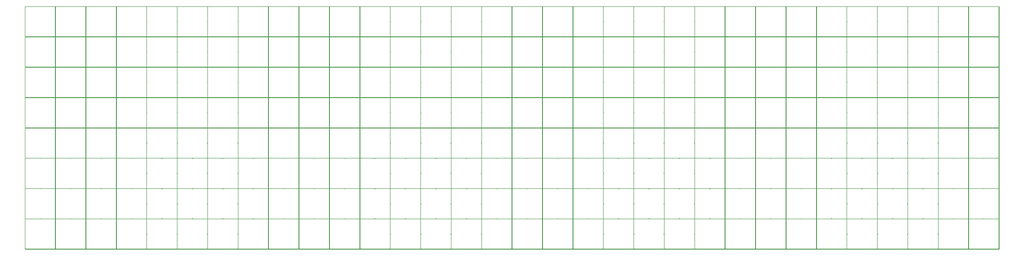
<source format=gto>
G04 #@! TF.GenerationSoftware,KiCad,Pcbnew,6.0.8+dfsg-1~bpo11+1*
G04 #@! TF.CreationDate,2023-05-30T16:57:20-04:00*
G04 #@! TF.ProjectId,09_padded_high_res_tight,30395f70-6164-4646-9564-5f686967685f,rev?*
G04 #@! TF.SameCoordinates,Original*
G04 #@! TF.FileFunction,Legend,Top*
G04 #@! TF.FilePolarity,Positive*
%FSLAX46Y46*%
G04 Gerber Fmt 4.6, Leading zero omitted, Abs format (unit mm)*
G04 Created by KiCad (PCBNEW 6.0.8+dfsg-1~bpo11+1) date 2023-05-30 16:57:20*
%MOMM*%
%LPD*%
G01*
G04 APERTURE LIST*
%ADD10C,0.127000*%
%ADD11C,0.150000*%
G04 APERTURE END LIST*
D10*
X164633500Y-56760000D02*
X164633500Y-104887000D01*
X74633500Y-56760000D02*
X74633500Y-104887000D01*
X128633500Y-56760000D02*
X128633500Y-104887000D01*
X230633500Y-56760000D02*
X230633500Y-104887000D01*
X98633500Y-56760000D02*
X98633500Y-104887000D01*
X194633500Y-56760000D02*
X194633500Y-104887000D01*
X62633500Y-56760000D02*
X62633500Y-104887000D01*
X176633500Y-56760000D02*
X176633500Y-104887000D01*
X218633500Y-56760000D02*
X218633500Y-104887000D01*
X158633500Y-56760000D02*
X158633500Y-104887000D01*
X170633500Y-56760000D02*
X170633500Y-104887000D01*
X62570000Y-80823500D02*
X254697000Y-80823500D01*
X134633500Y-56760000D02*
X134633500Y-104887000D01*
X200633500Y-56760000D02*
X200633500Y-104887000D01*
X188633500Y-56760000D02*
X188633500Y-104887000D01*
X62570000Y-62823500D02*
X254697000Y-62823500D01*
X62570000Y-74823500D02*
X254697000Y-74823500D01*
X104633500Y-56760000D02*
X104633500Y-104887000D01*
X224633500Y-56760000D02*
X224633500Y-104887000D01*
X62570000Y-86823500D02*
X254697000Y-86823500D01*
X92633500Y-56760000D02*
X92633500Y-104887000D01*
X152633500Y-56760000D02*
X152633500Y-104887000D01*
X62570000Y-104823500D02*
X254697000Y-104823500D01*
X122633500Y-56760000D02*
X122633500Y-104887000D01*
X182633500Y-56760000D02*
X182633500Y-104887000D01*
X86633500Y-56760000D02*
X86633500Y-104887000D01*
X80633500Y-56760000D02*
X80633500Y-104887000D01*
X62570000Y-98823500D02*
X254697000Y-98823500D01*
X206633500Y-56760000D02*
X206633500Y-104887000D01*
X236633500Y-56760000D02*
X236633500Y-104887000D01*
X110633500Y-56760000D02*
X110633500Y-104887000D01*
X242633500Y-56760000D02*
X242633500Y-104887000D01*
X62570000Y-68823500D02*
X254697000Y-68823500D01*
X116633500Y-56760000D02*
X116633500Y-104887000D01*
X62570000Y-56823500D02*
X254697000Y-56823500D01*
X140633500Y-56760000D02*
X140633500Y-104887000D01*
X68633500Y-56760000D02*
X68633500Y-104887000D01*
X248633500Y-56760000D02*
X248633500Y-104887000D01*
X146633500Y-56760000D02*
X146633500Y-104887000D01*
X62570000Y-92823500D02*
X254697000Y-92823500D01*
X254633500Y-56760000D02*
X254633500Y-104887000D01*
X212633500Y-56760000D02*
X212633500Y-104887000D01*
%LPC*%
D11*
X254800000Y-42120000D02*
X280040000Y-42120000D01*
X280040000Y-42120000D02*
X280040000Y-116890000D01*
X280040000Y-116890000D02*
X254800000Y-116890000D01*
X254800000Y-116890000D02*
X254800000Y-42120000D01*
G36*
X254800000Y-42120000D02*
G01*
X280040000Y-42120000D01*
X280040000Y-116890000D01*
X254800000Y-116890000D01*
X254800000Y-42120000D01*
G37*
X37290000Y-43630000D02*
X62530000Y-43630000D01*
X62530000Y-43630000D02*
X62530000Y-118400000D01*
X62530000Y-118400000D02*
X37290000Y-118400000D01*
X37290000Y-118400000D02*
X37290000Y-43630000D01*
G36*
X37290000Y-43630000D02*
G01*
X62530000Y-43630000D01*
X62530000Y-118400000D01*
X37290000Y-118400000D01*
X37290000Y-43630000D01*
G37*
X40560000Y-104955000D02*
X271520000Y-104955000D01*
X271520000Y-104955000D02*
X271520000Y-116845000D01*
X271520000Y-116845000D02*
X40560000Y-116845000D01*
X40560000Y-116845000D02*
X40560000Y-104955000D01*
G36*
X40560000Y-104955000D02*
G01*
X271520000Y-104955000D01*
X271520000Y-116845000D01*
X40560000Y-116845000D01*
X40560000Y-104955000D01*
G37*
X40090000Y-44790000D02*
X271050000Y-44790000D01*
X271050000Y-44790000D02*
X271050000Y-56680000D01*
X271050000Y-56680000D02*
X40090000Y-56680000D01*
X40090000Y-56680000D02*
X40090000Y-44790000D01*
G36*
X40090000Y-44790000D02*
G01*
X271050000Y-44790000D01*
X271050000Y-56680000D01*
X40090000Y-56680000D01*
X40090000Y-44790000D01*
G37*
G36*
X122697000Y-89887000D02*
G01*
X125570000Y-89887000D01*
X125570000Y-92760000D01*
X122697000Y-92760000D01*
X122697000Y-89887000D01*
G37*
G36*
X230697000Y-89887000D02*
G01*
X233570000Y-89887000D01*
X233570000Y-92760000D01*
X230697000Y-92760000D01*
X230697000Y-89887000D01*
G37*
G36*
X200697000Y-92887000D02*
G01*
X203570000Y-92887000D01*
X203570000Y-95760000D01*
X200697000Y-95760000D01*
X200697000Y-92887000D01*
G37*
G36*
X134697000Y-71887000D02*
G01*
X137570000Y-71887000D01*
X137570000Y-74760000D01*
X134697000Y-74760000D01*
X134697000Y-71887000D01*
G37*
G36*
X68697000Y-98887000D02*
G01*
X71570000Y-98887000D01*
X71570000Y-101760000D01*
X68697000Y-101760000D01*
X68697000Y-98887000D01*
G37*
G36*
X221697000Y-71887000D02*
G01*
X224570000Y-71887000D01*
X224570000Y-74760000D01*
X221697000Y-74760000D01*
X221697000Y-71887000D01*
G37*
G36*
X101697000Y-92887000D02*
G01*
X104570000Y-92887000D01*
X104570000Y-95760000D01*
X101697000Y-95760000D01*
X101697000Y-92887000D01*
G37*
G36*
X203697000Y-77887000D02*
G01*
X206570000Y-77887000D01*
X206570000Y-80760000D01*
X203697000Y-80760000D01*
X203697000Y-77887000D01*
G37*
G36*
X152697000Y-89887000D02*
G01*
X155570000Y-89887000D01*
X155570000Y-92760000D01*
X152697000Y-92760000D01*
X152697000Y-89887000D01*
G37*
G36*
X125697000Y-80887000D02*
G01*
X128570000Y-80887000D01*
X128570000Y-83760000D01*
X125697000Y-83760000D01*
X125697000Y-80887000D01*
G37*
G36*
X230697000Y-74887000D02*
G01*
X233570000Y-74887000D01*
X233570000Y-77760000D01*
X230697000Y-77760000D01*
X230697000Y-74887000D01*
G37*
G36*
X185697000Y-56887000D02*
G01*
X188570000Y-56887000D01*
X188570000Y-59760000D01*
X185697000Y-59760000D01*
X185697000Y-56887000D01*
G37*
G36*
X212697000Y-65887000D02*
G01*
X215570000Y-65887000D01*
X215570000Y-68760000D01*
X212697000Y-68760000D01*
X212697000Y-65887000D01*
G37*
G36*
X143697000Y-71887000D02*
G01*
X146570000Y-71887000D01*
X146570000Y-74760000D01*
X143697000Y-74760000D01*
X143697000Y-71887000D01*
G37*
G36*
X218697000Y-89887000D02*
G01*
X221570000Y-89887000D01*
X221570000Y-92760000D01*
X218697000Y-92760000D01*
X218697000Y-89887000D01*
G37*
G36*
X92697000Y-62887000D02*
G01*
X95570000Y-62887000D01*
X95570000Y-65760000D01*
X92697000Y-65760000D01*
X92697000Y-62887000D01*
G37*
G36*
X188697000Y-80887000D02*
G01*
X191570000Y-80887000D01*
X191570000Y-83760000D01*
X188697000Y-83760000D01*
X188697000Y-80887000D01*
G37*
G36*
X83697000Y-65887000D02*
G01*
X86570000Y-65887000D01*
X86570000Y-68760000D01*
X83697000Y-68760000D01*
X83697000Y-65887000D01*
G37*
G36*
X245697000Y-83887000D02*
G01*
X248570000Y-83887000D01*
X248570000Y-86760000D01*
X245697000Y-86760000D01*
X245697000Y-83887000D01*
G37*
G36*
X116697000Y-83887000D02*
G01*
X119570000Y-83887000D01*
X119570000Y-86760000D01*
X116697000Y-86760000D01*
X116697000Y-83887000D01*
G37*
G36*
X164697000Y-71887000D02*
G01*
X167570000Y-71887000D01*
X167570000Y-74760000D01*
X164697000Y-74760000D01*
X164697000Y-71887000D01*
G37*
G36*
X74697000Y-59887000D02*
G01*
X77570000Y-59887000D01*
X77570000Y-62760000D01*
X74697000Y-62760000D01*
X74697000Y-59887000D01*
G37*
G36*
X248697000Y-92887000D02*
G01*
X251570000Y-92887000D01*
X251570000Y-95760000D01*
X248697000Y-95760000D01*
X248697000Y-92887000D01*
G37*
G36*
X107697000Y-56887000D02*
G01*
X110570000Y-56887000D01*
X110570000Y-59760000D01*
X107697000Y-59760000D01*
X107697000Y-56887000D01*
G37*
G36*
X95697000Y-101887000D02*
G01*
X98570000Y-101887000D01*
X98570000Y-104760000D01*
X95697000Y-104760000D01*
X95697000Y-101887000D01*
G37*
G36*
X248697000Y-56887000D02*
G01*
X251570000Y-56887000D01*
X251570000Y-59760000D01*
X248697000Y-59760000D01*
X248697000Y-56887000D01*
G37*
G36*
X188697000Y-62887000D02*
G01*
X191570000Y-62887000D01*
X191570000Y-65760000D01*
X188697000Y-65760000D01*
X188697000Y-62887000D01*
G37*
G36*
X68697000Y-86887000D02*
G01*
X71570000Y-86887000D01*
X71570000Y-89760000D01*
X68697000Y-89760000D01*
X68697000Y-86887000D01*
G37*
G36*
X245697000Y-59887000D02*
G01*
X248570000Y-59887000D01*
X248570000Y-62760000D01*
X245697000Y-62760000D01*
X245697000Y-59887000D01*
G37*
G36*
X68697000Y-101887000D02*
G01*
X71570000Y-101887000D01*
X71570000Y-104760000D01*
X68697000Y-104760000D01*
X68697000Y-101887000D01*
G37*
G36*
X95697000Y-74887000D02*
G01*
X98570000Y-74887000D01*
X98570000Y-77760000D01*
X95697000Y-77760000D01*
X95697000Y-74887000D01*
G37*
G36*
X245697000Y-101887000D02*
G01*
X248570000Y-101887000D01*
X248570000Y-104760000D01*
X245697000Y-104760000D01*
X245697000Y-101887000D01*
G37*
G36*
X161697000Y-83887000D02*
G01*
X164570000Y-83887000D01*
X164570000Y-86760000D01*
X161697000Y-86760000D01*
X161697000Y-83887000D01*
G37*
G36*
X71697000Y-56887000D02*
G01*
X74570000Y-56887000D01*
X74570000Y-59760000D01*
X71697000Y-59760000D01*
X71697000Y-56887000D01*
G37*
G36*
X140697000Y-56887000D02*
G01*
X143570000Y-56887000D01*
X143570000Y-59760000D01*
X140697000Y-59760000D01*
X140697000Y-56887000D01*
G37*
G36*
X218697000Y-71887000D02*
G01*
X221570000Y-71887000D01*
X221570000Y-74760000D01*
X218697000Y-74760000D01*
X218697000Y-71887000D01*
G37*
G36*
X206697000Y-71887000D02*
G01*
X209570000Y-71887000D01*
X209570000Y-74760000D01*
X206697000Y-74760000D01*
X206697000Y-71887000D01*
G37*
G36*
X122697000Y-65887000D02*
G01*
X125570000Y-65887000D01*
X125570000Y-68760000D01*
X122697000Y-68760000D01*
X122697000Y-65887000D01*
G37*
G36*
X158697000Y-59887000D02*
G01*
X161570000Y-59887000D01*
X161570000Y-62760000D01*
X158697000Y-62760000D01*
X158697000Y-59887000D01*
G37*
G36*
X194697000Y-98887000D02*
G01*
X197570000Y-98887000D01*
X197570000Y-101760000D01*
X194697000Y-101760000D01*
X194697000Y-98887000D01*
G37*
G36*
X95697000Y-68887000D02*
G01*
X98570000Y-68887000D01*
X98570000Y-71760000D01*
X95697000Y-71760000D01*
X95697000Y-68887000D01*
G37*
G36*
X125697000Y-65887000D02*
G01*
X128570000Y-65887000D01*
X128570000Y-68760000D01*
X125697000Y-68760000D01*
X125697000Y-65887000D01*
G37*
G36*
X101697000Y-80887000D02*
G01*
X104570000Y-80887000D01*
X104570000Y-83760000D01*
X101697000Y-83760000D01*
X101697000Y-80887000D01*
G37*
G36*
X125697000Y-95887000D02*
G01*
X128570000Y-95887000D01*
X128570000Y-98760000D01*
X125697000Y-98760000D01*
X125697000Y-95887000D01*
G37*
G36*
X134697000Y-62887000D02*
G01*
X137570000Y-62887000D01*
X137570000Y-65760000D01*
X134697000Y-65760000D01*
X134697000Y-62887000D01*
G37*
G36*
X143697000Y-83887000D02*
G01*
X146570000Y-83887000D01*
X146570000Y-86760000D01*
X143697000Y-86760000D01*
X143697000Y-83887000D01*
G37*
G36*
X86697000Y-65887000D02*
G01*
X89570000Y-65887000D01*
X89570000Y-68760000D01*
X86697000Y-68760000D01*
X86697000Y-65887000D01*
G37*
G36*
X62697000Y-62887000D02*
G01*
X65570000Y-62887000D01*
X65570000Y-65760000D01*
X62697000Y-65760000D01*
X62697000Y-62887000D01*
G37*
G36*
X182697000Y-101887000D02*
G01*
X185570000Y-101887000D01*
X185570000Y-104760000D01*
X182697000Y-104760000D01*
X182697000Y-101887000D01*
G37*
G36*
X167697000Y-92887000D02*
G01*
X170570000Y-92887000D01*
X170570000Y-95760000D01*
X167697000Y-95760000D01*
X167697000Y-92887000D01*
G37*
G36*
X137697000Y-59887000D02*
G01*
X140570000Y-59887000D01*
X140570000Y-62760000D01*
X137697000Y-62760000D01*
X137697000Y-59887000D01*
G37*
G36*
X155697000Y-77887000D02*
G01*
X158570000Y-77887000D01*
X158570000Y-80760000D01*
X155697000Y-80760000D01*
X155697000Y-77887000D01*
G37*
G36*
X203697000Y-65887000D02*
G01*
X206570000Y-65887000D01*
X206570000Y-68760000D01*
X203697000Y-68760000D01*
X203697000Y-65887000D01*
G37*
G36*
X125697000Y-89887000D02*
G01*
X128570000Y-89887000D01*
X128570000Y-92760000D01*
X125697000Y-92760000D01*
X125697000Y-89887000D01*
G37*
G36*
X236697000Y-86887000D02*
G01*
X239570000Y-86887000D01*
X239570000Y-89760000D01*
X236697000Y-89760000D01*
X236697000Y-86887000D01*
G37*
G36*
X146697000Y-71887000D02*
G01*
X149570000Y-71887000D01*
X149570000Y-74760000D01*
X146697000Y-74760000D01*
X146697000Y-71887000D01*
G37*
G36*
X62697000Y-98887000D02*
G01*
X65570000Y-98887000D01*
X65570000Y-101760000D01*
X62697000Y-101760000D01*
X62697000Y-98887000D01*
G37*
G36*
X239697000Y-71887000D02*
G01*
X242570000Y-71887000D01*
X242570000Y-74760000D01*
X239697000Y-74760000D01*
X239697000Y-71887000D01*
G37*
G36*
X89697000Y-62887000D02*
G01*
X92570000Y-62887000D01*
X92570000Y-65760000D01*
X89697000Y-65760000D01*
X89697000Y-62887000D01*
G37*
G36*
X146697000Y-62887000D02*
G01*
X149570000Y-62887000D01*
X149570000Y-65760000D01*
X146697000Y-65760000D01*
X146697000Y-62887000D01*
G37*
G36*
X65697000Y-77887000D02*
G01*
X68570000Y-77887000D01*
X68570000Y-80760000D01*
X65697000Y-80760000D01*
X65697000Y-77887000D01*
G37*
G36*
X128697000Y-71887000D02*
G01*
X131570000Y-71887000D01*
X131570000Y-74760000D01*
X128697000Y-74760000D01*
X128697000Y-71887000D01*
G37*
G36*
X65697000Y-74887000D02*
G01*
X68570000Y-74887000D01*
X68570000Y-77760000D01*
X65697000Y-77760000D01*
X65697000Y-74887000D01*
G37*
G36*
X95697000Y-95887000D02*
G01*
X98570000Y-95887000D01*
X98570000Y-98760000D01*
X95697000Y-98760000D01*
X95697000Y-95887000D01*
G37*
G36*
X209697000Y-89887000D02*
G01*
X212570000Y-89887000D01*
X212570000Y-92760000D01*
X209697000Y-92760000D01*
X209697000Y-89887000D01*
G37*
G36*
X95697000Y-71887000D02*
G01*
X98570000Y-71887000D01*
X98570000Y-74760000D01*
X95697000Y-74760000D01*
X95697000Y-71887000D01*
G37*
G36*
X161697000Y-71887000D02*
G01*
X164570000Y-71887000D01*
X164570000Y-74760000D01*
X161697000Y-74760000D01*
X161697000Y-71887000D01*
G37*
G36*
X83697000Y-101887000D02*
G01*
X86570000Y-101887000D01*
X86570000Y-104760000D01*
X83697000Y-104760000D01*
X83697000Y-101887000D01*
G37*
G36*
X74697000Y-71887000D02*
G01*
X77570000Y-71887000D01*
X77570000Y-74760000D01*
X74697000Y-74760000D01*
X74697000Y-71887000D01*
G37*
G36*
X218697000Y-74887000D02*
G01*
X221570000Y-74887000D01*
X221570000Y-77760000D01*
X218697000Y-77760000D01*
X218697000Y-74887000D01*
G37*
G36*
X224697000Y-56887000D02*
G01*
X227570000Y-56887000D01*
X227570000Y-59760000D01*
X224697000Y-59760000D01*
X224697000Y-56887000D01*
G37*
G36*
X104697000Y-74887000D02*
G01*
X107570000Y-74887000D01*
X107570000Y-77760000D01*
X104697000Y-77760000D01*
X104697000Y-74887000D01*
G37*
G36*
X140697000Y-74887000D02*
G01*
X143570000Y-74887000D01*
X143570000Y-77760000D01*
X140697000Y-77760000D01*
X140697000Y-74887000D01*
G37*
G36*
X89697000Y-80887000D02*
G01*
X92570000Y-80887000D01*
X92570000Y-83760000D01*
X89697000Y-83760000D01*
X89697000Y-80887000D01*
G37*
G36*
X155697000Y-59887000D02*
G01*
X158570000Y-59887000D01*
X158570000Y-62760000D01*
X155697000Y-62760000D01*
X155697000Y-59887000D01*
G37*
G36*
X119697000Y-71887000D02*
G01*
X122570000Y-71887000D01*
X122570000Y-74760000D01*
X119697000Y-74760000D01*
X119697000Y-71887000D01*
G37*
G36*
X158697000Y-92887000D02*
G01*
X161570000Y-92887000D01*
X161570000Y-95760000D01*
X158697000Y-95760000D01*
X158697000Y-92887000D01*
G37*
G36*
X128697000Y-95887000D02*
G01*
X131570000Y-95887000D01*
X131570000Y-98760000D01*
X128697000Y-98760000D01*
X128697000Y-95887000D01*
G37*
G36*
X71697000Y-59887000D02*
G01*
X74570000Y-59887000D01*
X74570000Y-62760000D01*
X71697000Y-62760000D01*
X71697000Y-59887000D01*
G37*
G36*
X119697000Y-62887000D02*
G01*
X122570000Y-62887000D01*
X122570000Y-65760000D01*
X119697000Y-65760000D01*
X119697000Y-62887000D01*
G37*
G36*
X209697000Y-92887000D02*
G01*
X212570000Y-92887000D01*
X212570000Y-95760000D01*
X209697000Y-95760000D01*
X209697000Y-92887000D01*
G37*
G36*
X125697000Y-71887000D02*
G01*
X128570000Y-71887000D01*
X128570000Y-74760000D01*
X125697000Y-74760000D01*
X125697000Y-71887000D01*
G37*
G36*
X80697000Y-89887000D02*
G01*
X83570000Y-89887000D01*
X83570000Y-92760000D01*
X80697000Y-92760000D01*
X80697000Y-89887000D01*
G37*
G36*
X161697000Y-95887000D02*
G01*
X164570000Y-95887000D01*
X164570000Y-98760000D01*
X161697000Y-98760000D01*
X161697000Y-95887000D01*
G37*
G36*
X134697000Y-65887000D02*
G01*
X137570000Y-65887000D01*
X137570000Y-68760000D01*
X134697000Y-68760000D01*
X134697000Y-65887000D01*
G37*
G36*
X71697000Y-86887000D02*
G01*
X74570000Y-86887000D01*
X74570000Y-89760000D01*
X71697000Y-89760000D01*
X71697000Y-86887000D01*
G37*
G36*
X80697000Y-86887000D02*
G01*
X83570000Y-86887000D01*
X83570000Y-89760000D01*
X80697000Y-89760000D01*
X80697000Y-86887000D01*
G37*
G36*
X128697000Y-59887000D02*
G01*
X131570000Y-59887000D01*
X131570000Y-62760000D01*
X128697000Y-62760000D01*
X128697000Y-59887000D01*
G37*
G36*
X101697000Y-56887000D02*
G01*
X104570000Y-56887000D01*
X104570000Y-59760000D01*
X101697000Y-59760000D01*
X101697000Y-56887000D01*
G37*
G36*
X230697000Y-80887000D02*
G01*
X233570000Y-80887000D01*
X233570000Y-83760000D01*
X230697000Y-83760000D01*
X230697000Y-80887000D01*
G37*
G36*
X221697000Y-56887000D02*
G01*
X224570000Y-56887000D01*
X224570000Y-59760000D01*
X221697000Y-59760000D01*
X221697000Y-56887000D01*
G37*
G36*
X251697000Y-98887000D02*
G01*
X254570000Y-98887000D01*
X254570000Y-101760000D01*
X251697000Y-101760000D01*
X251697000Y-98887000D01*
G37*
G36*
X179697000Y-71887000D02*
G01*
X182570000Y-71887000D01*
X182570000Y-74760000D01*
X179697000Y-74760000D01*
X179697000Y-71887000D01*
G37*
G36*
X251697000Y-80887000D02*
G01*
X254570000Y-80887000D01*
X254570000Y-83760000D01*
X251697000Y-83760000D01*
X251697000Y-80887000D01*
G37*
G36*
X242697000Y-77887000D02*
G01*
X245570000Y-77887000D01*
X245570000Y-80760000D01*
X242697000Y-80760000D01*
X242697000Y-77887000D01*
G37*
G36*
X188697000Y-65887000D02*
G01*
X191570000Y-65887000D01*
X191570000Y-68760000D01*
X188697000Y-68760000D01*
X188697000Y-65887000D01*
G37*
G36*
X182697000Y-89887000D02*
G01*
X185570000Y-89887000D01*
X185570000Y-92760000D01*
X182697000Y-92760000D01*
X182697000Y-89887000D01*
G37*
G36*
X83697000Y-62887000D02*
G01*
X86570000Y-62887000D01*
X86570000Y-65760000D01*
X83697000Y-65760000D01*
X83697000Y-62887000D01*
G37*
G36*
X134697000Y-56887000D02*
G01*
X137570000Y-56887000D01*
X137570000Y-59760000D01*
X134697000Y-59760000D01*
X134697000Y-56887000D01*
G37*
G36*
X98697000Y-56887000D02*
G01*
X101570000Y-56887000D01*
X101570000Y-59760000D01*
X98697000Y-59760000D01*
X98697000Y-56887000D01*
G37*
G36*
X110697000Y-80887000D02*
G01*
X113570000Y-80887000D01*
X113570000Y-83760000D01*
X110697000Y-83760000D01*
X110697000Y-80887000D01*
G37*
G36*
X125697000Y-86887000D02*
G01*
X128570000Y-86887000D01*
X128570000Y-89760000D01*
X125697000Y-89760000D01*
X125697000Y-86887000D01*
G37*
G36*
X233697000Y-92887000D02*
G01*
X236570000Y-92887000D01*
X236570000Y-95760000D01*
X233697000Y-95760000D01*
X233697000Y-92887000D01*
G37*
G36*
X95697000Y-56887000D02*
G01*
X98570000Y-56887000D01*
X98570000Y-59760000D01*
X95697000Y-59760000D01*
X95697000Y-56887000D01*
G37*
G36*
X140697000Y-92887000D02*
G01*
X143570000Y-92887000D01*
X143570000Y-95760000D01*
X140697000Y-95760000D01*
X140697000Y-92887000D01*
G37*
G36*
X167697000Y-56887000D02*
G01*
X170570000Y-56887000D01*
X170570000Y-59760000D01*
X167697000Y-59760000D01*
X167697000Y-56887000D01*
G37*
G36*
X149697000Y-101887000D02*
G01*
X152570000Y-101887000D01*
X152570000Y-104760000D01*
X149697000Y-104760000D01*
X149697000Y-101887000D01*
G37*
G36*
X206697000Y-83887000D02*
G01*
X209570000Y-83887000D01*
X209570000Y-86760000D01*
X206697000Y-86760000D01*
X206697000Y-83887000D01*
G37*
G36*
X191697000Y-98887000D02*
G01*
X194570000Y-98887000D01*
X194570000Y-101760000D01*
X191697000Y-101760000D01*
X191697000Y-98887000D01*
G37*
G36*
X71697000Y-101887000D02*
G01*
X74570000Y-101887000D01*
X74570000Y-104760000D01*
X71697000Y-104760000D01*
X71697000Y-101887000D01*
G37*
G36*
X227697000Y-56887000D02*
G01*
X230570000Y-56887000D01*
X230570000Y-59760000D01*
X227697000Y-59760000D01*
X227697000Y-56887000D01*
G37*
G36*
X74697000Y-83887000D02*
G01*
X77570000Y-83887000D01*
X77570000Y-86760000D01*
X74697000Y-86760000D01*
X74697000Y-83887000D01*
G37*
G36*
X68697000Y-68887000D02*
G01*
X71570000Y-68887000D01*
X71570000Y-71760000D01*
X68697000Y-71760000D01*
X68697000Y-68887000D01*
G37*
G36*
X125697000Y-101887000D02*
G01*
X128570000Y-101887000D01*
X128570000Y-104760000D01*
X125697000Y-104760000D01*
X125697000Y-101887000D01*
G37*
G36*
X203697000Y-74887000D02*
G01*
X206570000Y-74887000D01*
X206570000Y-77760000D01*
X203697000Y-77760000D01*
X203697000Y-74887000D01*
G37*
G36*
X185697000Y-80887000D02*
G01*
X188570000Y-80887000D01*
X188570000Y-83760000D01*
X185697000Y-83760000D01*
X185697000Y-80887000D01*
G37*
G36*
X74697000Y-80887000D02*
G01*
X77570000Y-80887000D01*
X77570000Y-83760000D01*
X74697000Y-83760000D01*
X74697000Y-80887000D01*
G37*
G36*
X224697000Y-77887000D02*
G01*
X227570000Y-77887000D01*
X227570000Y-80760000D01*
X224697000Y-80760000D01*
X224697000Y-77887000D01*
G37*
G36*
X170697000Y-71887000D02*
G01*
X173570000Y-71887000D01*
X173570000Y-74760000D01*
X170697000Y-74760000D01*
X170697000Y-71887000D01*
G37*
G36*
X209697000Y-56887000D02*
G01*
X212570000Y-56887000D01*
X212570000Y-59760000D01*
X209697000Y-59760000D01*
X209697000Y-56887000D01*
G37*
G36*
X80697000Y-74887000D02*
G01*
X83570000Y-74887000D01*
X83570000Y-77760000D01*
X80697000Y-77760000D01*
X80697000Y-74887000D01*
G37*
G36*
X191697000Y-80887000D02*
G01*
X194570000Y-80887000D01*
X194570000Y-83760000D01*
X191697000Y-83760000D01*
X191697000Y-80887000D01*
G37*
G36*
X248697000Y-95887000D02*
G01*
X251570000Y-95887000D01*
X251570000Y-98760000D01*
X248697000Y-98760000D01*
X248697000Y-95887000D01*
G37*
G36*
X125697000Y-74887000D02*
G01*
X128570000Y-74887000D01*
X128570000Y-77760000D01*
X125697000Y-77760000D01*
X125697000Y-74887000D01*
G37*
G36*
X155697000Y-68887000D02*
G01*
X158570000Y-68887000D01*
X158570000Y-71760000D01*
X155697000Y-71760000D01*
X155697000Y-68887000D01*
G37*
G36*
X224697000Y-86887000D02*
G01*
X227570000Y-86887000D01*
X227570000Y-89760000D01*
X224697000Y-89760000D01*
X224697000Y-86887000D01*
G37*
G36*
X158697000Y-95887000D02*
G01*
X161570000Y-95887000D01*
X161570000Y-98760000D01*
X158697000Y-98760000D01*
X158697000Y-95887000D01*
G37*
G36*
X233697000Y-59887000D02*
G01*
X236570000Y-59887000D01*
X236570000Y-62760000D01*
X233697000Y-62760000D01*
X233697000Y-59887000D01*
G37*
G36*
X116697000Y-80887000D02*
G01*
X119570000Y-80887000D01*
X119570000Y-83760000D01*
X116697000Y-83760000D01*
X116697000Y-80887000D01*
G37*
G36*
X206697000Y-86887000D02*
G01*
X209570000Y-86887000D01*
X209570000Y-89760000D01*
X206697000Y-89760000D01*
X206697000Y-86887000D01*
G37*
G36*
X245697000Y-80887000D02*
G01*
X248570000Y-80887000D01*
X248570000Y-83760000D01*
X245697000Y-83760000D01*
X245697000Y-80887000D01*
G37*
G36*
X170697000Y-98887000D02*
G01*
X173570000Y-98887000D01*
X173570000Y-101760000D01*
X170697000Y-101760000D01*
X170697000Y-98887000D01*
G37*
G36*
X158697000Y-80887000D02*
G01*
X161570000Y-80887000D01*
X161570000Y-83760000D01*
X158697000Y-83760000D01*
X158697000Y-80887000D01*
G37*
G36*
X140697000Y-98887000D02*
G01*
X143570000Y-98887000D01*
X143570000Y-101760000D01*
X140697000Y-101760000D01*
X140697000Y-98887000D01*
G37*
G36*
X155697000Y-80887000D02*
G01*
X158570000Y-80887000D01*
X158570000Y-83760000D01*
X155697000Y-83760000D01*
X155697000Y-80887000D01*
G37*
G36*
X116697000Y-89887000D02*
G01*
X119570000Y-89887000D01*
X119570000Y-92760000D01*
X116697000Y-92760000D01*
X116697000Y-89887000D01*
G37*
G36*
X149697000Y-68887000D02*
G01*
X152570000Y-68887000D01*
X152570000Y-71760000D01*
X149697000Y-71760000D01*
X149697000Y-68887000D01*
G37*
G36*
X176697000Y-86887000D02*
G01*
X179570000Y-86887000D01*
X179570000Y-89760000D01*
X176697000Y-89760000D01*
X176697000Y-86887000D01*
G37*
G36*
X62697000Y-59887000D02*
G01*
X65570000Y-59887000D01*
X65570000Y-62760000D01*
X62697000Y-62760000D01*
X62697000Y-59887000D01*
G37*
G36*
X215697000Y-62887000D02*
G01*
X218570000Y-62887000D01*
X218570000Y-65760000D01*
X215697000Y-65760000D01*
X215697000Y-62887000D01*
G37*
G36*
X236697000Y-56887000D02*
G01*
X239570000Y-56887000D01*
X239570000Y-59760000D01*
X236697000Y-59760000D01*
X236697000Y-56887000D01*
G37*
G36*
X245697000Y-56887000D02*
G01*
X248570000Y-56887000D01*
X248570000Y-59760000D01*
X245697000Y-59760000D01*
X245697000Y-56887000D01*
G37*
G36*
X89697000Y-86887000D02*
G01*
X92570000Y-86887000D01*
X92570000Y-89760000D01*
X89697000Y-89760000D01*
X89697000Y-86887000D01*
G37*
G36*
X200697000Y-56887000D02*
G01*
X203570000Y-56887000D01*
X203570000Y-59760000D01*
X200697000Y-59760000D01*
X200697000Y-56887000D01*
G37*
G36*
X230697000Y-77887000D02*
G01*
X233570000Y-77887000D01*
X233570000Y-80760000D01*
X230697000Y-80760000D01*
X230697000Y-77887000D01*
G37*
G36*
X212697000Y-71887000D02*
G01*
X215570000Y-71887000D01*
X215570000Y-74760000D01*
X212697000Y-74760000D01*
X212697000Y-71887000D01*
G37*
G36*
X104697000Y-95887000D02*
G01*
X107570000Y-95887000D01*
X107570000Y-98760000D01*
X104697000Y-98760000D01*
X104697000Y-95887000D01*
G37*
G36*
X113697000Y-95887000D02*
G01*
X116570000Y-95887000D01*
X116570000Y-98760000D01*
X113697000Y-98760000D01*
X113697000Y-95887000D01*
G37*
G36*
X161697000Y-65887000D02*
G01*
X164570000Y-65887000D01*
X164570000Y-68760000D01*
X161697000Y-68760000D01*
X161697000Y-65887000D01*
G37*
G36*
X236697000Y-59887000D02*
G01*
X239570000Y-59887000D01*
X239570000Y-62760000D01*
X236697000Y-62760000D01*
X236697000Y-59887000D01*
G37*
G36*
X209697000Y-62887000D02*
G01*
X212570000Y-62887000D01*
X212570000Y-65760000D01*
X209697000Y-65760000D01*
X209697000Y-62887000D01*
G37*
G36*
X113697000Y-80887000D02*
G01*
X116570000Y-80887000D01*
X116570000Y-83760000D01*
X113697000Y-83760000D01*
X113697000Y-80887000D01*
G37*
G36*
X164697000Y-77887000D02*
G01*
X167570000Y-77887000D01*
X167570000Y-80760000D01*
X164697000Y-80760000D01*
X164697000Y-77887000D01*
G37*
G36*
X74697000Y-86887000D02*
G01*
X77570000Y-86887000D01*
X77570000Y-89760000D01*
X74697000Y-89760000D01*
X74697000Y-86887000D01*
G37*
G36*
X224697000Y-59887000D02*
G01*
X227570000Y-59887000D01*
X227570000Y-62760000D01*
X224697000Y-62760000D01*
X224697000Y-59887000D01*
G37*
G36*
X104697000Y-92887000D02*
G01*
X107570000Y-92887000D01*
X107570000Y-95760000D01*
X104697000Y-95760000D01*
X104697000Y-92887000D01*
G37*
G36*
X101697000Y-68887000D02*
G01*
X104570000Y-68887000D01*
X104570000Y-71760000D01*
X101697000Y-71760000D01*
X101697000Y-68887000D01*
G37*
G36*
X221697000Y-80887000D02*
G01*
X224570000Y-80887000D01*
X224570000Y-83760000D01*
X221697000Y-83760000D01*
X221697000Y-80887000D01*
G37*
G36*
X122697000Y-71887000D02*
G01*
X125570000Y-71887000D01*
X125570000Y-74760000D01*
X122697000Y-74760000D01*
X122697000Y-71887000D01*
G37*
G36*
X155697000Y-98887000D02*
G01*
X158570000Y-98887000D01*
X158570000Y-101760000D01*
X155697000Y-101760000D01*
X155697000Y-98887000D01*
G37*
G36*
X245697000Y-74887000D02*
G01*
X248570000Y-74887000D01*
X248570000Y-77760000D01*
X245697000Y-77760000D01*
X245697000Y-74887000D01*
G37*
G36*
X185697000Y-92887000D02*
G01*
X188570000Y-92887000D01*
X188570000Y-95760000D01*
X185697000Y-95760000D01*
X185697000Y-92887000D01*
G37*
G36*
X224697000Y-65887000D02*
G01*
X227570000Y-65887000D01*
X227570000Y-68760000D01*
X224697000Y-68760000D01*
X224697000Y-65887000D01*
G37*
G36*
X113697000Y-86887000D02*
G01*
X116570000Y-86887000D01*
X116570000Y-89760000D01*
X113697000Y-89760000D01*
X113697000Y-86887000D01*
G37*
G36*
X179697000Y-77887000D02*
G01*
X182570000Y-77887000D01*
X182570000Y-80760000D01*
X179697000Y-80760000D01*
X179697000Y-77887000D01*
G37*
G36*
X83697000Y-71887000D02*
G01*
X86570000Y-71887000D01*
X86570000Y-74760000D01*
X83697000Y-74760000D01*
X83697000Y-71887000D01*
G37*
G36*
X122697000Y-83887000D02*
G01*
X125570000Y-83887000D01*
X125570000Y-86760000D01*
X122697000Y-86760000D01*
X122697000Y-83887000D01*
G37*
G36*
X227697000Y-80887000D02*
G01*
X230570000Y-80887000D01*
X230570000Y-83760000D01*
X227697000Y-83760000D01*
X227697000Y-80887000D01*
G37*
G36*
X215697000Y-101887000D02*
G01*
X218570000Y-101887000D01*
X218570000Y-104760000D01*
X215697000Y-104760000D01*
X215697000Y-101887000D01*
G37*
G36*
X137697000Y-92887000D02*
G01*
X140570000Y-92887000D01*
X140570000Y-95760000D01*
X137697000Y-95760000D01*
X137697000Y-92887000D01*
G37*
G36*
X188697000Y-89887000D02*
G01*
X191570000Y-89887000D01*
X191570000Y-92760000D01*
X188697000Y-92760000D01*
X188697000Y-89887000D01*
G37*
G36*
X161697000Y-92887000D02*
G01*
X164570000Y-92887000D01*
X164570000Y-95760000D01*
X161697000Y-95760000D01*
X161697000Y-92887000D01*
G37*
G36*
X152697000Y-80887000D02*
G01*
X155570000Y-80887000D01*
X155570000Y-83760000D01*
X152697000Y-83760000D01*
X152697000Y-80887000D01*
G37*
G36*
X221697000Y-83887000D02*
G01*
X224570000Y-83887000D01*
X224570000Y-86760000D01*
X221697000Y-86760000D01*
X221697000Y-83887000D01*
G37*
G36*
X83697000Y-92887000D02*
G01*
X86570000Y-92887000D01*
X86570000Y-95760000D01*
X83697000Y-95760000D01*
X83697000Y-92887000D01*
G37*
G36*
X194697000Y-62887000D02*
G01*
X197570000Y-62887000D01*
X197570000Y-65760000D01*
X194697000Y-65760000D01*
X194697000Y-62887000D01*
G37*
G36*
X125697000Y-62887000D02*
G01*
X128570000Y-62887000D01*
X128570000Y-65760000D01*
X125697000Y-65760000D01*
X125697000Y-62887000D01*
G37*
G36*
X200697000Y-101887000D02*
G01*
X203570000Y-101887000D01*
X203570000Y-104760000D01*
X200697000Y-104760000D01*
X200697000Y-101887000D01*
G37*
G36*
X155697000Y-86887000D02*
G01*
X158570000Y-86887000D01*
X158570000Y-89760000D01*
X155697000Y-89760000D01*
X155697000Y-86887000D01*
G37*
G36*
X188697000Y-92887000D02*
G01*
X191570000Y-92887000D01*
X191570000Y-95760000D01*
X188697000Y-95760000D01*
X188697000Y-92887000D01*
G37*
G36*
X92697000Y-80887000D02*
G01*
X95570000Y-80887000D01*
X95570000Y-83760000D01*
X92697000Y-83760000D01*
X92697000Y-80887000D01*
G37*
G36*
X143697000Y-89887000D02*
G01*
X146570000Y-89887000D01*
X146570000Y-92760000D01*
X143697000Y-92760000D01*
X143697000Y-89887000D01*
G37*
G36*
X98697000Y-80887000D02*
G01*
X101570000Y-80887000D01*
X101570000Y-83760000D01*
X98697000Y-83760000D01*
X98697000Y-80887000D01*
G37*
G36*
X146697000Y-59887000D02*
G01*
X149570000Y-59887000D01*
X149570000Y-62760000D01*
X146697000Y-62760000D01*
X146697000Y-59887000D01*
G37*
G36*
X197697000Y-92887000D02*
G01*
X200570000Y-92887000D01*
X200570000Y-95760000D01*
X197697000Y-95760000D01*
X197697000Y-92887000D01*
G37*
G36*
X221697000Y-59887000D02*
G01*
X224570000Y-59887000D01*
X224570000Y-62760000D01*
X221697000Y-62760000D01*
X221697000Y-59887000D01*
G37*
G36*
X236697000Y-92887000D02*
G01*
X239570000Y-92887000D01*
X239570000Y-95760000D01*
X236697000Y-95760000D01*
X236697000Y-92887000D01*
G37*
G36*
X80697000Y-71887000D02*
G01*
X83570000Y-71887000D01*
X83570000Y-74760000D01*
X80697000Y-74760000D01*
X80697000Y-71887000D01*
G37*
G36*
X182697000Y-92887000D02*
G01*
X185570000Y-92887000D01*
X185570000Y-95760000D01*
X182697000Y-95760000D01*
X182697000Y-92887000D01*
G37*
G36*
X218697000Y-95887000D02*
G01*
X221570000Y-95887000D01*
X221570000Y-98760000D01*
X218697000Y-98760000D01*
X218697000Y-95887000D01*
G37*
G36*
X113697000Y-101887000D02*
G01*
X116570000Y-101887000D01*
X116570000Y-104760000D01*
X113697000Y-104760000D01*
X113697000Y-101887000D01*
G37*
G36*
X209697000Y-83887000D02*
G01*
X212570000Y-83887000D01*
X212570000Y-86760000D01*
X209697000Y-86760000D01*
X209697000Y-83887000D01*
G37*
G36*
X143697000Y-80887000D02*
G01*
X146570000Y-80887000D01*
X146570000Y-83760000D01*
X143697000Y-83760000D01*
X143697000Y-80887000D01*
G37*
G36*
X209697000Y-65887000D02*
G01*
X212570000Y-65887000D01*
X212570000Y-68760000D01*
X209697000Y-68760000D01*
X209697000Y-65887000D01*
G37*
G36*
X65697000Y-92887000D02*
G01*
X68570000Y-92887000D01*
X68570000Y-95760000D01*
X65697000Y-95760000D01*
X65697000Y-92887000D01*
G37*
G36*
X221697000Y-92887000D02*
G01*
X224570000Y-92887000D01*
X224570000Y-95760000D01*
X221697000Y-95760000D01*
X221697000Y-92887000D01*
G37*
G36*
X74697000Y-62887000D02*
G01*
X77570000Y-62887000D01*
X77570000Y-65760000D01*
X74697000Y-65760000D01*
X74697000Y-62887000D01*
G37*
G36*
X158697000Y-68887000D02*
G01*
X161570000Y-68887000D01*
X161570000Y-71760000D01*
X158697000Y-71760000D01*
X158697000Y-68887000D01*
G37*
G36*
X68697000Y-92887000D02*
G01*
X71570000Y-92887000D01*
X71570000Y-95760000D01*
X68697000Y-95760000D01*
X68697000Y-92887000D01*
G37*
G36*
X221697000Y-68887000D02*
G01*
X224570000Y-68887000D01*
X224570000Y-71760000D01*
X221697000Y-71760000D01*
X221697000Y-68887000D01*
G37*
G36*
X185697000Y-65887000D02*
G01*
X188570000Y-65887000D01*
X188570000Y-68760000D01*
X185697000Y-68760000D01*
X185697000Y-65887000D01*
G37*
G36*
X143697000Y-101887000D02*
G01*
X146570000Y-101887000D01*
X146570000Y-104760000D01*
X143697000Y-104760000D01*
X143697000Y-101887000D01*
G37*
G36*
X146697000Y-86887000D02*
G01*
X149570000Y-86887000D01*
X149570000Y-89760000D01*
X146697000Y-89760000D01*
X146697000Y-86887000D01*
G37*
G36*
X203697000Y-80887000D02*
G01*
X206570000Y-80887000D01*
X206570000Y-83760000D01*
X203697000Y-83760000D01*
X203697000Y-80887000D01*
G37*
G36*
X182697000Y-80887000D02*
G01*
X185570000Y-80887000D01*
X185570000Y-83760000D01*
X182697000Y-83760000D01*
X182697000Y-80887000D01*
G37*
G36*
X245697000Y-95887000D02*
G01*
X248570000Y-95887000D01*
X248570000Y-98760000D01*
X245697000Y-98760000D01*
X245697000Y-95887000D01*
G37*
G36*
X191697000Y-59887000D02*
G01*
X194570000Y-59887000D01*
X194570000Y-62760000D01*
X191697000Y-62760000D01*
X191697000Y-59887000D01*
G37*
G36*
X248697000Y-62887000D02*
G01*
X251570000Y-62887000D01*
X251570000Y-65760000D01*
X248697000Y-65760000D01*
X248697000Y-62887000D01*
G37*
G36*
X146697000Y-68887000D02*
G01*
X149570000Y-68887000D01*
X149570000Y-71760000D01*
X146697000Y-71760000D01*
X146697000Y-68887000D01*
G37*
G36*
X119697000Y-59887000D02*
G01*
X122570000Y-59887000D01*
X122570000Y-62760000D01*
X119697000Y-62760000D01*
X119697000Y-59887000D01*
G37*
G36*
X233697000Y-68887000D02*
G01*
X236570000Y-68887000D01*
X236570000Y-71760000D01*
X233697000Y-71760000D01*
X233697000Y-68887000D01*
G37*
G36*
X182697000Y-71887000D02*
G01*
X185570000Y-71887000D01*
X185570000Y-74760000D01*
X182697000Y-74760000D01*
X182697000Y-71887000D01*
G37*
G36*
X179697000Y-98887000D02*
G01*
X182570000Y-98887000D01*
X182570000Y-101760000D01*
X179697000Y-101760000D01*
X179697000Y-98887000D01*
G37*
G36*
X197697000Y-77887000D02*
G01*
X200570000Y-77887000D01*
X200570000Y-80760000D01*
X197697000Y-80760000D01*
X197697000Y-77887000D01*
G37*
G36*
X137697000Y-74887000D02*
G01*
X140570000Y-74887000D01*
X140570000Y-77760000D01*
X137697000Y-77760000D01*
X137697000Y-74887000D01*
G37*
G36*
X125697000Y-77887000D02*
G01*
X128570000Y-77887000D01*
X128570000Y-80760000D01*
X125697000Y-80760000D01*
X125697000Y-77887000D01*
G37*
G36*
X68697000Y-77887000D02*
G01*
X71570000Y-77887000D01*
X71570000Y-80760000D01*
X68697000Y-80760000D01*
X68697000Y-77887000D01*
G37*
G36*
X119697000Y-86887000D02*
G01*
X122570000Y-86887000D01*
X122570000Y-89760000D01*
X119697000Y-89760000D01*
X119697000Y-86887000D01*
G37*
G36*
X62697000Y-86887000D02*
G01*
X65570000Y-86887000D01*
X65570000Y-89760000D01*
X62697000Y-89760000D01*
X62697000Y-86887000D01*
G37*
G36*
X140697000Y-68887000D02*
G01*
X143570000Y-68887000D01*
X143570000Y-71760000D01*
X140697000Y-71760000D01*
X140697000Y-68887000D01*
G37*
G36*
X92697000Y-68887000D02*
G01*
X95570000Y-68887000D01*
X95570000Y-71760000D01*
X92697000Y-71760000D01*
X92697000Y-68887000D01*
G37*
G36*
X137697000Y-101887000D02*
G01*
X140570000Y-101887000D01*
X140570000Y-104760000D01*
X137697000Y-104760000D01*
X137697000Y-101887000D01*
G37*
G36*
X242697000Y-59887000D02*
G01*
X245570000Y-59887000D01*
X245570000Y-62760000D01*
X242697000Y-62760000D01*
X242697000Y-59887000D01*
G37*
G36*
X224697000Y-92887000D02*
G01*
X227570000Y-92887000D01*
X227570000Y-95760000D01*
X224697000Y-95760000D01*
X224697000Y-92887000D01*
G37*
G36*
X242697000Y-86887000D02*
G01*
X245570000Y-86887000D01*
X245570000Y-89760000D01*
X242697000Y-89760000D01*
X242697000Y-86887000D01*
G37*
G36*
X68697000Y-71887000D02*
G01*
X71570000Y-71887000D01*
X71570000Y-74760000D01*
X68697000Y-74760000D01*
X68697000Y-71887000D01*
G37*
G36*
X251697000Y-71887000D02*
G01*
X254570000Y-71887000D01*
X254570000Y-74760000D01*
X251697000Y-74760000D01*
X251697000Y-71887000D01*
G37*
G36*
X176697000Y-80887000D02*
G01*
X179570000Y-80887000D01*
X179570000Y-83760000D01*
X176697000Y-83760000D01*
X176697000Y-80887000D01*
G37*
G36*
X209697000Y-77887000D02*
G01*
X212570000Y-77887000D01*
X212570000Y-80760000D01*
X209697000Y-80760000D01*
X209697000Y-77887000D01*
G37*
G36*
X128697000Y-80887000D02*
G01*
X131570000Y-80887000D01*
X131570000Y-83760000D01*
X128697000Y-83760000D01*
X128697000Y-80887000D01*
G37*
G36*
X233697000Y-65887000D02*
G01*
X236570000Y-65887000D01*
X236570000Y-68760000D01*
X233697000Y-68760000D01*
X233697000Y-65887000D01*
G37*
G36*
X113697000Y-98887000D02*
G01*
X116570000Y-98887000D01*
X116570000Y-101760000D01*
X113697000Y-101760000D01*
X113697000Y-98887000D01*
G37*
G36*
X194697000Y-59887000D02*
G01*
X197570000Y-59887000D01*
X197570000Y-62760000D01*
X194697000Y-62760000D01*
X194697000Y-59887000D01*
G37*
G36*
X197697000Y-71887000D02*
G01*
X200570000Y-71887000D01*
X200570000Y-74760000D01*
X197697000Y-74760000D01*
X197697000Y-71887000D01*
G37*
G36*
X125697000Y-56887000D02*
G01*
X128570000Y-56887000D01*
X128570000Y-59760000D01*
X125697000Y-59760000D01*
X125697000Y-56887000D01*
G37*
G36*
X104697000Y-56887000D02*
G01*
X107570000Y-56887000D01*
X107570000Y-59760000D01*
X104697000Y-59760000D01*
X104697000Y-56887000D01*
G37*
G36*
X68697000Y-95887000D02*
G01*
X71570000Y-95887000D01*
X71570000Y-98760000D01*
X68697000Y-98760000D01*
X68697000Y-95887000D01*
G37*
G36*
X140697000Y-80887000D02*
G01*
X143570000Y-80887000D01*
X143570000Y-83760000D01*
X140697000Y-83760000D01*
X140697000Y-80887000D01*
G37*
G36*
X119697000Y-95887000D02*
G01*
X122570000Y-95887000D01*
X122570000Y-98760000D01*
X119697000Y-98760000D01*
X119697000Y-95887000D01*
G37*
G36*
X185697000Y-62887000D02*
G01*
X188570000Y-62887000D01*
X188570000Y-65760000D01*
X185697000Y-65760000D01*
X185697000Y-62887000D01*
G37*
G36*
X230697000Y-59887000D02*
G01*
X233570000Y-59887000D01*
X233570000Y-62760000D01*
X230697000Y-62760000D01*
X230697000Y-59887000D01*
G37*
G36*
X194697000Y-86887000D02*
G01*
X197570000Y-86887000D01*
X197570000Y-89760000D01*
X194697000Y-89760000D01*
X194697000Y-86887000D01*
G37*
G36*
X95697000Y-80887000D02*
G01*
X98570000Y-80887000D01*
X98570000Y-83760000D01*
X95697000Y-83760000D01*
X95697000Y-80887000D01*
G37*
G36*
X149697000Y-98887000D02*
G01*
X152570000Y-98887000D01*
X152570000Y-101760000D01*
X149697000Y-101760000D01*
X149697000Y-98887000D01*
G37*
G36*
X140697000Y-95887000D02*
G01*
X143570000Y-95887000D01*
X143570000Y-98760000D01*
X140697000Y-98760000D01*
X140697000Y-95887000D01*
G37*
G36*
X215697000Y-68887000D02*
G01*
X218570000Y-68887000D01*
X218570000Y-71760000D01*
X215697000Y-71760000D01*
X215697000Y-68887000D01*
G37*
G36*
X62697000Y-101887000D02*
G01*
X65570000Y-101887000D01*
X65570000Y-104760000D01*
X62697000Y-104760000D01*
X62697000Y-101887000D01*
G37*
G36*
X110697000Y-95887000D02*
G01*
X113570000Y-95887000D01*
X113570000Y-98760000D01*
X110697000Y-98760000D01*
X110697000Y-95887000D01*
G37*
G36*
X152697000Y-62887000D02*
G01*
X155570000Y-62887000D01*
X155570000Y-65760000D01*
X152697000Y-65760000D01*
X152697000Y-62887000D01*
G37*
G36*
X215697000Y-77887000D02*
G01*
X218570000Y-77887000D01*
X218570000Y-80760000D01*
X215697000Y-80760000D01*
X215697000Y-77887000D01*
G37*
G36*
X89697000Y-98887000D02*
G01*
X92570000Y-98887000D01*
X92570000Y-101760000D01*
X89697000Y-101760000D01*
X89697000Y-98887000D01*
G37*
G36*
X164697000Y-56887000D02*
G01*
X167570000Y-56887000D01*
X167570000Y-59760000D01*
X164697000Y-59760000D01*
X164697000Y-56887000D01*
G37*
G36*
X98697000Y-95887000D02*
G01*
X101570000Y-95887000D01*
X101570000Y-98760000D01*
X98697000Y-98760000D01*
X98697000Y-95887000D01*
G37*
G36*
X251697000Y-77887000D02*
G01*
X254570000Y-77887000D01*
X254570000Y-80760000D01*
X251697000Y-80760000D01*
X251697000Y-77887000D01*
G37*
G36*
X158697000Y-62887000D02*
G01*
X161570000Y-62887000D01*
X161570000Y-65760000D01*
X158697000Y-65760000D01*
X158697000Y-62887000D01*
G37*
G36*
X212697000Y-77887000D02*
G01*
X215570000Y-77887000D01*
X215570000Y-80760000D01*
X212697000Y-80760000D01*
X212697000Y-77887000D01*
G37*
G36*
X119697000Y-98887000D02*
G01*
X122570000Y-98887000D01*
X122570000Y-101760000D01*
X119697000Y-101760000D01*
X119697000Y-98887000D01*
G37*
G36*
X194697000Y-65887000D02*
G01*
X197570000Y-65887000D01*
X197570000Y-68760000D01*
X194697000Y-68760000D01*
X194697000Y-65887000D01*
G37*
G36*
X119697000Y-68887000D02*
G01*
X122570000Y-68887000D01*
X122570000Y-71760000D01*
X119697000Y-71760000D01*
X119697000Y-68887000D01*
G37*
G36*
X176697000Y-59887000D02*
G01*
X179570000Y-59887000D01*
X179570000Y-62760000D01*
X176697000Y-62760000D01*
X176697000Y-59887000D01*
G37*
G36*
X185697000Y-71887000D02*
G01*
X188570000Y-71887000D01*
X188570000Y-74760000D01*
X185697000Y-74760000D01*
X185697000Y-71887000D01*
G37*
G36*
X185697000Y-59887000D02*
G01*
X188570000Y-59887000D01*
X188570000Y-62760000D01*
X185697000Y-62760000D01*
X185697000Y-59887000D01*
G37*
G36*
X173697000Y-68887000D02*
G01*
X176570000Y-68887000D01*
X176570000Y-71760000D01*
X173697000Y-71760000D01*
X173697000Y-68887000D01*
G37*
G36*
X203697000Y-98887000D02*
G01*
X206570000Y-98887000D01*
X206570000Y-101760000D01*
X203697000Y-101760000D01*
X203697000Y-98887000D01*
G37*
G36*
X182697000Y-59887000D02*
G01*
X185570000Y-59887000D01*
X185570000Y-62760000D01*
X182697000Y-62760000D01*
X182697000Y-59887000D01*
G37*
G36*
X110697000Y-74887000D02*
G01*
X113570000Y-74887000D01*
X113570000Y-77760000D01*
X110697000Y-77760000D01*
X110697000Y-74887000D01*
G37*
G36*
X167697000Y-77887000D02*
G01*
X170570000Y-77887000D01*
X170570000Y-80760000D01*
X167697000Y-80760000D01*
X167697000Y-77887000D01*
G37*
G36*
X140697000Y-65887000D02*
G01*
X143570000Y-65887000D01*
X143570000Y-68760000D01*
X140697000Y-68760000D01*
X140697000Y-65887000D01*
G37*
G36*
X230697000Y-83887000D02*
G01*
X233570000Y-83887000D01*
X233570000Y-86760000D01*
X230697000Y-86760000D01*
X230697000Y-83887000D01*
G37*
G36*
X167697000Y-101887000D02*
G01*
X170570000Y-101887000D01*
X170570000Y-104760000D01*
X167697000Y-104760000D01*
X167697000Y-101887000D01*
G37*
G36*
X233697000Y-56887000D02*
G01*
X236570000Y-56887000D01*
X236570000Y-59760000D01*
X233697000Y-59760000D01*
X233697000Y-56887000D01*
G37*
G36*
X200697000Y-83887000D02*
G01*
X203570000Y-83887000D01*
X203570000Y-86760000D01*
X200697000Y-86760000D01*
X200697000Y-83887000D01*
G37*
G36*
X239697000Y-92887000D02*
G01*
X242570000Y-92887000D01*
X242570000Y-95760000D01*
X239697000Y-95760000D01*
X239697000Y-92887000D01*
G37*
G36*
X242697000Y-68887000D02*
G01*
X245570000Y-68887000D01*
X245570000Y-71760000D01*
X242697000Y-71760000D01*
X242697000Y-68887000D01*
G37*
G36*
X236697000Y-95887000D02*
G01*
X239570000Y-95887000D01*
X239570000Y-98760000D01*
X236697000Y-98760000D01*
X236697000Y-95887000D01*
G37*
G36*
X230697000Y-98887000D02*
G01*
X233570000Y-98887000D01*
X233570000Y-101760000D01*
X230697000Y-101760000D01*
X230697000Y-98887000D01*
G37*
G36*
X182697000Y-62887000D02*
G01*
X185570000Y-62887000D01*
X185570000Y-65760000D01*
X182697000Y-65760000D01*
X182697000Y-62887000D01*
G37*
G36*
X155697000Y-101887000D02*
G01*
X158570000Y-101887000D01*
X158570000Y-104760000D01*
X155697000Y-104760000D01*
X155697000Y-101887000D01*
G37*
G36*
X104697000Y-86887000D02*
G01*
X107570000Y-86887000D01*
X107570000Y-89760000D01*
X104697000Y-89760000D01*
X104697000Y-86887000D01*
G37*
G36*
X167697000Y-71887000D02*
G01*
X170570000Y-71887000D01*
X170570000Y-74760000D01*
X167697000Y-74760000D01*
X167697000Y-71887000D01*
G37*
G36*
X227697000Y-71887000D02*
G01*
X230570000Y-71887000D01*
X230570000Y-74760000D01*
X227697000Y-74760000D01*
X227697000Y-71887000D01*
G37*
G36*
X83697000Y-77887000D02*
G01*
X86570000Y-77887000D01*
X86570000Y-80760000D01*
X83697000Y-80760000D01*
X83697000Y-77887000D01*
G37*
G36*
X98697000Y-83887000D02*
G01*
X101570000Y-83887000D01*
X101570000Y-86760000D01*
X98697000Y-86760000D01*
X98697000Y-83887000D01*
G37*
G36*
X194697000Y-95887000D02*
G01*
X197570000Y-95887000D01*
X197570000Y-98760000D01*
X194697000Y-98760000D01*
X194697000Y-95887000D01*
G37*
G36*
X95697000Y-86887000D02*
G01*
X98570000Y-86887000D01*
X98570000Y-89760000D01*
X95697000Y-89760000D01*
X95697000Y-86887000D01*
G37*
G36*
X74697000Y-77887000D02*
G01*
X77570000Y-77887000D01*
X77570000Y-80760000D01*
X74697000Y-80760000D01*
X74697000Y-77887000D01*
G37*
G36*
X197697000Y-95887000D02*
G01*
X200570000Y-95887000D01*
X200570000Y-98760000D01*
X197697000Y-98760000D01*
X197697000Y-95887000D01*
G37*
G36*
X158697000Y-65887000D02*
G01*
X161570000Y-65887000D01*
X161570000Y-68760000D01*
X158697000Y-68760000D01*
X158697000Y-65887000D01*
G37*
G36*
X152697000Y-86887000D02*
G01*
X155570000Y-86887000D01*
X155570000Y-89760000D01*
X152697000Y-89760000D01*
X152697000Y-86887000D01*
G37*
G36*
X191697000Y-74887000D02*
G01*
X194570000Y-74887000D01*
X194570000Y-77760000D01*
X191697000Y-77760000D01*
X191697000Y-74887000D01*
G37*
G36*
X191697000Y-92887000D02*
G01*
X194570000Y-92887000D01*
X194570000Y-95760000D01*
X191697000Y-95760000D01*
X191697000Y-92887000D01*
G37*
G36*
X71697000Y-65887000D02*
G01*
X74570000Y-65887000D01*
X74570000Y-68760000D01*
X71697000Y-68760000D01*
X71697000Y-65887000D01*
G37*
G36*
X98697000Y-65887000D02*
G01*
X101570000Y-65887000D01*
X101570000Y-68760000D01*
X98697000Y-68760000D01*
X98697000Y-65887000D01*
G37*
G36*
X161697000Y-98887000D02*
G01*
X164570000Y-98887000D01*
X164570000Y-101760000D01*
X161697000Y-101760000D01*
X161697000Y-98887000D01*
G37*
G36*
X119697000Y-80887000D02*
G01*
X122570000Y-80887000D01*
X122570000Y-83760000D01*
X119697000Y-83760000D01*
X119697000Y-80887000D01*
G37*
G36*
X83697000Y-56887000D02*
G01*
X86570000Y-56887000D01*
X86570000Y-59760000D01*
X83697000Y-59760000D01*
X83697000Y-56887000D01*
G37*
G36*
X116697000Y-74887000D02*
G01*
X119570000Y-74887000D01*
X119570000Y-77760000D01*
X116697000Y-77760000D01*
X116697000Y-74887000D01*
G37*
G36*
X74697000Y-95887000D02*
G01*
X77570000Y-95887000D01*
X77570000Y-98760000D01*
X74697000Y-98760000D01*
X74697000Y-95887000D01*
G37*
G36*
X242697000Y-101887000D02*
G01*
X245570000Y-101887000D01*
X245570000Y-104760000D01*
X242697000Y-104760000D01*
X242697000Y-101887000D01*
G37*
G36*
X65697000Y-101887000D02*
G01*
X68570000Y-101887000D01*
X68570000Y-104760000D01*
X65697000Y-104760000D01*
X65697000Y-101887000D01*
G37*
G36*
X152697000Y-56887000D02*
G01*
X155570000Y-56887000D01*
X155570000Y-59760000D01*
X152697000Y-59760000D01*
X152697000Y-56887000D01*
G37*
G36*
X251697000Y-68887000D02*
G01*
X254570000Y-68887000D01*
X254570000Y-71760000D01*
X251697000Y-71760000D01*
X251697000Y-68887000D01*
G37*
G36*
X89697000Y-59887000D02*
G01*
X92570000Y-59887000D01*
X92570000Y-62760000D01*
X89697000Y-62760000D01*
X89697000Y-59887000D01*
G37*
G36*
X62697000Y-77887000D02*
G01*
X65570000Y-77887000D01*
X65570000Y-80760000D01*
X62697000Y-80760000D01*
X62697000Y-77887000D01*
G37*
G36*
X206697000Y-62887000D02*
G01*
X209570000Y-62887000D01*
X209570000Y-65760000D01*
X206697000Y-65760000D01*
X206697000Y-62887000D01*
G37*
G36*
X170697000Y-89887000D02*
G01*
X173570000Y-89887000D01*
X173570000Y-92760000D01*
X170697000Y-92760000D01*
X170697000Y-89887000D01*
G37*
G36*
X230697000Y-86887000D02*
G01*
X233570000Y-86887000D01*
X233570000Y-89760000D01*
X230697000Y-89760000D01*
X230697000Y-86887000D01*
G37*
G36*
X146697000Y-83887000D02*
G01*
X149570000Y-83887000D01*
X149570000Y-86760000D01*
X146697000Y-86760000D01*
X146697000Y-83887000D01*
G37*
G36*
X191697000Y-95887000D02*
G01*
X194570000Y-95887000D01*
X194570000Y-98760000D01*
X191697000Y-98760000D01*
X191697000Y-95887000D01*
G37*
G36*
X152697000Y-74887000D02*
G01*
X155570000Y-74887000D01*
X155570000Y-77760000D01*
X152697000Y-77760000D01*
X152697000Y-74887000D01*
G37*
G36*
X77697000Y-92887000D02*
G01*
X80570000Y-92887000D01*
X80570000Y-95760000D01*
X77697000Y-95760000D01*
X77697000Y-92887000D01*
G37*
G36*
X188697000Y-77887000D02*
G01*
X191570000Y-77887000D01*
X191570000Y-80760000D01*
X188697000Y-80760000D01*
X188697000Y-77887000D01*
G37*
G36*
X221697000Y-65887000D02*
G01*
X224570000Y-65887000D01*
X224570000Y-68760000D01*
X221697000Y-68760000D01*
X221697000Y-65887000D01*
G37*
G36*
X137697000Y-86887000D02*
G01*
X140570000Y-86887000D01*
X140570000Y-89760000D01*
X137697000Y-89760000D01*
X137697000Y-86887000D01*
G37*
G36*
X236697000Y-101887000D02*
G01*
X239570000Y-101887000D01*
X239570000Y-104760000D01*
X236697000Y-104760000D01*
X236697000Y-101887000D01*
G37*
G36*
X149697000Y-83887000D02*
G01*
X152570000Y-83887000D01*
X152570000Y-86760000D01*
X149697000Y-86760000D01*
X149697000Y-83887000D01*
G37*
G36*
X251697000Y-95887000D02*
G01*
X254570000Y-95887000D01*
X254570000Y-98760000D01*
X251697000Y-98760000D01*
X251697000Y-95887000D01*
G37*
G36*
X227697000Y-95887000D02*
G01*
X230570000Y-95887000D01*
X230570000Y-98760000D01*
X227697000Y-98760000D01*
X227697000Y-95887000D01*
G37*
G36*
X125697000Y-83887000D02*
G01*
X128570000Y-83887000D01*
X128570000Y-86760000D01*
X125697000Y-86760000D01*
X125697000Y-83887000D01*
G37*
G36*
X137697000Y-65887000D02*
G01*
X140570000Y-65887000D01*
X140570000Y-68760000D01*
X137697000Y-68760000D01*
X137697000Y-65887000D01*
G37*
G36*
X77697000Y-86887000D02*
G01*
X80570000Y-86887000D01*
X80570000Y-89760000D01*
X77697000Y-89760000D01*
X77697000Y-86887000D01*
G37*
G36*
X203697000Y-56887000D02*
G01*
X206570000Y-56887000D01*
X206570000Y-59760000D01*
X203697000Y-59760000D01*
X203697000Y-56887000D01*
G37*
G36*
X89697000Y-92887000D02*
G01*
X92570000Y-92887000D01*
X92570000Y-95760000D01*
X89697000Y-95760000D01*
X89697000Y-92887000D01*
G37*
G36*
X77697000Y-83887000D02*
G01*
X80570000Y-83887000D01*
X80570000Y-86760000D01*
X77697000Y-86760000D01*
X77697000Y-83887000D01*
G37*
G36*
X107697000Y-98887000D02*
G01*
X110570000Y-98887000D01*
X110570000Y-101760000D01*
X107697000Y-101760000D01*
X107697000Y-98887000D01*
G37*
G36*
X131697000Y-89887000D02*
G01*
X134570000Y-89887000D01*
X134570000Y-92760000D01*
X131697000Y-92760000D01*
X131697000Y-89887000D01*
G37*
G36*
X227697000Y-86887000D02*
G01*
X230570000Y-86887000D01*
X230570000Y-89760000D01*
X227697000Y-89760000D01*
X227697000Y-86887000D01*
G37*
G36*
X191697000Y-71887000D02*
G01*
X194570000Y-71887000D01*
X194570000Y-74760000D01*
X191697000Y-74760000D01*
X191697000Y-71887000D01*
G37*
G36*
X116697000Y-62887000D02*
G01*
X119570000Y-62887000D01*
X119570000Y-65760000D01*
X116697000Y-65760000D01*
X116697000Y-62887000D01*
G37*
G36*
X68697000Y-89887000D02*
G01*
X71570000Y-89887000D01*
X71570000Y-92760000D01*
X68697000Y-92760000D01*
X68697000Y-89887000D01*
G37*
G36*
X89697000Y-101887000D02*
G01*
X92570000Y-101887000D01*
X92570000Y-104760000D01*
X89697000Y-104760000D01*
X89697000Y-101887000D01*
G37*
G36*
X152697000Y-83887000D02*
G01*
X155570000Y-83887000D01*
X155570000Y-86760000D01*
X152697000Y-86760000D01*
X152697000Y-83887000D01*
G37*
G36*
X113697000Y-59887000D02*
G01*
X116570000Y-59887000D01*
X116570000Y-62760000D01*
X113697000Y-62760000D01*
X113697000Y-59887000D01*
G37*
G36*
X224697000Y-80887000D02*
G01*
X227570000Y-80887000D01*
X227570000Y-83760000D01*
X224697000Y-83760000D01*
X224697000Y-80887000D01*
G37*
G36*
X245697000Y-68887000D02*
G01*
X248570000Y-68887000D01*
X248570000Y-71760000D01*
X245697000Y-71760000D01*
X245697000Y-68887000D01*
G37*
G36*
X215697000Y-59887000D02*
G01*
X218570000Y-59887000D01*
X218570000Y-62760000D01*
X215697000Y-62760000D01*
X215697000Y-59887000D01*
G37*
G36*
X131697000Y-68887000D02*
G01*
X134570000Y-68887000D01*
X134570000Y-71760000D01*
X131697000Y-71760000D01*
X131697000Y-68887000D01*
G37*
G36*
X101697000Y-65887000D02*
G01*
X104570000Y-65887000D01*
X104570000Y-68760000D01*
X101697000Y-68760000D01*
X101697000Y-65887000D01*
G37*
G36*
X158697000Y-77887000D02*
G01*
X161570000Y-77887000D01*
X161570000Y-80760000D01*
X158697000Y-80760000D01*
X158697000Y-77887000D01*
G37*
G36*
X152697000Y-98887000D02*
G01*
X155570000Y-98887000D01*
X155570000Y-101760000D01*
X152697000Y-101760000D01*
X152697000Y-98887000D01*
G37*
G36*
X179697000Y-74887000D02*
G01*
X182570000Y-74887000D01*
X182570000Y-77760000D01*
X179697000Y-77760000D01*
X179697000Y-74887000D01*
G37*
G36*
X218697000Y-92887000D02*
G01*
X221570000Y-92887000D01*
X221570000Y-95760000D01*
X218697000Y-95760000D01*
X218697000Y-92887000D01*
G37*
G36*
X107697000Y-92887000D02*
G01*
X110570000Y-92887000D01*
X110570000Y-95760000D01*
X107697000Y-95760000D01*
X107697000Y-92887000D01*
G37*
G36*
X113697000Y-71887000D02*
G01*
X116570000Y-71887000D01*
X116570000Y-74760000D01*
X113697000Y-74760000D01*
X113697000Y-71887000D01*
G37*
G36*
X227697000Y-92887000D02*
G01*
X230570000Y-92887000D01*
X230570000Y-95760000D01*
X227697000Y-95760000D01*
X227697000Y-92887000D01*
G37*
G36*
X179697000Y-68887000D02*
G01*
X182570000Y-68887000D01*
X182570000Y-71760000D01*
X179697000Y-71760000D01*
X179697000Y-68887000D01*
G37*
G36*
X74697000Y-101887000D02*
G01*
X77570000Y-101887000D01*
X77570000Y-104760000D01*
X74697000Y-104760000D01*
X74697000Y-101887000D01*
G37*
G36*
X164697000Y-95887000D02*
G01*
X167570000Y-95887000D01*
X167570000Y-98760000D01*
X164697000Y-98760000D01*
X164697000Y-95887000D01*
G37*
G36*
X167697000Y-86887000D02*
G01*
X170570000Y-86887000D01*
X170570000Y-89760000D01*
X167697000Y-89760000D01*
X167697000Y-86887000D01*
G37*
G36*
X89697000Y-68887000D02*
G01*
X92570000Y-68887000D01*
X92570000Y-71760000D01*
X89697000Y-71760000D01*
X89697000Y-68887000D01*
G37*
G36*
X206697000Y-77887000D02*
G01*
X209570000Y-77887000D01*
X209570000Y-80760000D01*
X206697000Y-80760000D01*
X206697000Y-77887000D01*
G37*
G36*
X161697000Y-56887000D02*
G01*
X164570000Y-56887000D01*
X164570000Y-59760000D01*
X161697000Y-59760000D01*
X161697000Y-56887000D01*
G37*
G36*
X128697000Y-101887000D02*
G01*
X131570000Y-101887000D01*
X131570000Y-104760000D01*
X128697000Y-104760000D01*
X128697000Y-101887000D01*
G37*
G36*
X239697000Y-89887000D02*
G01*
X242570000Y-89887000D01*
X242570000Y-92760000D01*
X239697000Y-92760000D01*
X239697000Y-89887000D01*
G37*
G36*
X218697000Y-62887000D02*
G01*
X221570000Y-62887000D01*
X221570000Y-65760000D01*
X218697000Y-65760000D01*
X218697000Y-62887000D01*
G37*
G36*
X65697000Y-71887000D02*
G01*
X68570000Y-71887000D01*
X68570000Y-74760000D01*
X65697000Y-74760000D01*
X65697000Y-71887000D01*
G37*
G36*
X224697000Y-68887000D02*
G01*
X227570000Y-68887000D01*
X227570000Y-71760000D01*
X224697000Y-71760000D01*
X224697000Y-68887000D01*
G37*
G36*
X131697000Y-74887000D02*
G01*
X134570000Y-74887000D01*
X134570000Y-77760000D01*
X131697000Y-77760000D01*
X131697000Y-74887000D01*
G37*
G36*
X71697000Y-92887000D02*
G01*
X74570000Y-92887000D01*
X74570000Y-95760000D01*
X71697000Y-95760000D01*
X71697000Y-92887000D01*
G37*
G36*
X104697000Y-80887000D02*
G01*
X107570000Y-80887000D01*
X107570000Y-83760000D01*
X104697000Y-83760000D01*
X104697000Y-80887000D01*
G37*
G36*
X239697000Y-95887000D02*
G01*
X242570000Y-95887000D01*
X242570000Y-98760000D01*
X239697000Y-98760000D01*
X239697000Y-95887000D01*
G37*
G36*
X119697000Y-101887000D02*
G01*
X122570000Y-101887000D01*
X122570000Y-104760000D01*
X119697000Y-104760000D01*
X119697000Y-101887000D01*
G37*
G36*
X98697000Y-68887000D02*
G01*
X101570000Y-68887000D01*
X101570000Y-71760000D01*
X98697000Y-71760000D01*
X98697000Y-68887000D01*
G37*
G36*
X137697000Y-62887000D02*
G01*
X140570000Y-62887000D01*
X140570000Y-65760000D01*
X137697000Y-65760000D01*
X137697000Y-62887000D01*
G37*
G36*
X164697000Y-65887000D02*
G01*
X167570000Y-65887000D01*
X167570000Y-68760000D01*
X164697000Y-68760000D01*
X164697000Y-65887000D01*
G37*
G36*
X152697000Y-77887000D02*
G01*
X155570000Y-77887000D01*
X155570000Y-80760000D01*
X152697000Y-80760000D01*
X152697000Y-77887000D01*
G37*
G36*
X146697000Y-89887000D02*
G01*
X149570000Y-89887000D01*
X149570000Y-92760000D01*
X146697000Y-92760000D01*
X146697000Y-89887000D01*
G37*
G36*
X194697000Y-89887000D02*
G01*
X197570000Y-89887000D01*
X197570000Y-92760000D01*
X194697000Y-92760000D01*
X194697000Y-89887000D01*
G37*
G36*
X128697000Y-83887000D02*
G01*
X131570000Y-83887000D01*
X131570000Y-86760000D01*
X128697000Y-86760000D01*
X128697000Y-83887000D01*
G37*
G36*
X134697000Y-98887000D02*
G01*
X137570000Y-98887000D01*
X137570000Y-101760000D01*
X134697000Y-101760000D01*
X134697000Y-98887000D01*
G37*
G36*
X149697000Y-77887000D02*
G01*
X152570000Y-77887000D01*
X152570000Y-80760000D01*
X149697000Y-80760000D01*
X149697000Y-77887000D01*
G37*
G36*
X173697000Y-77887000D02*
G01*
X176570000Y-77887000D01*
X176570000Y-80760000D01*
X173697000Y-80760000D01*
X173697000Y-77887000D01*
G37*
G36*
X77697000Y-62887000D02*
G01*
X80570000Y-62887000D01*
X80570000Y-65760000D01*
X77697000Y-65760000D01*
X77697000Y-62887000D01*
G37*
G36*
X77697000Y-80887000D02*
G01*
X80570000Y-80887000D01*
X80570000Y-83760000D01*
X77697000Y-83760000D01*
X77697000Y-80887000D01*
G37*
G36*
X101697000Y-62887000D02*
G01*
X104570000Y-62887000D01*
X104570000Y-65760000D01*
X101697000Y-65760000D01*
X101697000Y-62887000D01*
G37*
G36*
X161697000Y-59887000D02*
G01*
X164570000Y-59887000D01*
X164570000Y-62760000D01*
X161697000Y-62760000D01*
X161697000Y-59887000D01*
G37*
G36*
X149697000Y-92887000D02*
G01*
X152570000Y-92887000D01*
X152570000Y-95760000D01*
X149697000Y-95760000D01*
X149697000Y-92887000D01*
G37*
G36*
X140697000Y-77887000D02*
G01*
X143570000Y-77887000D01*
X143570000Y-80760000D01*
X140697000Y-80760000D01*
X140697000Y-77887000D01*
G37*
G36*
X98697000Y-89887000D02*
G01*
X101570000Y-89887000D01*
X101570000Y-92760000D01*
X98697000Y-92760000D01*
X98697000Y-89887000D01*
G37*
G36*
X200697000Y-77887000D02*
G01*
X203570000Y-77887000D01*
X203570000Y-80760000D01*
X200697000Y-80760000D01*
X200697000Y-77887000D01*
G37*
G36*
X65697000Y-89887000D02*
G01*
X68570000Y-89887000D01*
X68570000Y-92760000D01*
X65697000Y-92760000D01*
X65697000Y-89887000D01*
G37*
G36*
X152697000Y-59887000D02*
G01*
X155570000Y-59887000D01*
X155570000Y-62760000D01*
X152697000Y-62760000D01*
X152697000Y-59887000D01*
G37*
G36*
X179697000Y-62887000D02*
G01*
X182570000Y-62887000D01*
X182570000Y-65760000D01*
X179697000Y-65760000D01*
X179697000Y-62887000D01*
G37*
G36*
X194697000Y-92887000D02*
G01*
X197570000Y-92887000D01*
X197570000Y-95760000D01*
X194697000Y-95760000D01*
X194697000Y-92887000D01*
G37*
G36*
X134697000Y-80887000D02*
G01*
X137570000Y-80887000D01*
X137570000Y-83760000D01*
X134697000Y-83760000D01*
X134697000Y-80887000D01*
G37*
G36*
X116697000Y-98887000D02*
G01*
X119570000Y-98887000D01*
X119570000Y-101760000D01*
X116697000Y-101760000D01*
X116697000Y-98887000D01*
G37*
G36*
X152697000Y-71887000D02*
G01*
X155570000Y-71887000D01*
X155570000Y-74760000D01*
X152697000Y-74760000D01*
X152697000Y-71887000D01*
G37*
G36*
X95697000Y-92887000D02*
G01*
X98570000Y-92887000D01*
X98570000Y-95760000D01*
X95697000Y-95760000D01*
X95697000Y-92887000D01*
G37*
G36*
X212697000Y-56887000D02*
G01*
X215570000Y-56887000D01*
X215570000Y-59760000D01*
X212697000Y-59760000D01*
X212697000Y-56887000D01*
G37*
G36*
X233697000Y-101887000D02*
G01*
X236570000Y-101887000D01*
X236570000Y-104760000D01*
X233697000Y-104760000D01*
X233697000Y-101887000D01*
G37*
G36*
X242697000Y-74887000D02*
G01*
X245570000Y-74887000D01*
X245570000Y-77760000D01*
X242697000Y-77760000D01*
X242697000Y-74887000D01*
G37*
G36*
X203697000Y-68887000D02*
G01*
X206570000Y-68887000D01*
X206570000Y-71760000D01*
X203697000Y-71760000D01*
X203697000Y-68887000D01*
G37*
G36*
X131697000Y-59887000D02*
G01*
X134570000Y-59887000D01*
X134570000Y-62760000D01*
X131697000Y-62760000D01*
X131697000Y-59887000D01*
G37*
G36*
X197697000Y-68887000D02*
G01*
X200570000Y-68887000D01*
X200570000Y-71760000D01*
X197697000Y-71760000D01*
X197697000Y-68887000D01*
G37*
G36*
X194697000Y-83887000D02*
G01*
X197570000Y-83887000D01*
X197570000Y-86760000D01*
X194697000Y-86760000D01*
X194697000Y-83887000D01*
G37*
G36*
X119697000Y-65887000D02*
G01*
X122570000Y-65887000D01*
X122570000Y-68760000D01*
X119697000Y-68760000D01*
X119697000Y-65887000D01*
G37*
G36*
X194697000Y-68887000D02*
G01*
X197570000Y-68887000D01*
X197570000Y-71760000D01*
X194697000Y-71760000D01*
X194697000Y-68887000D01*
G37*
G36*
X215697000Y-89887000D02*
G01*
X218570000Y-89887000D01*
X218570000Y-92760000D01*
X215697000Y-92760000D01*
X215697000Y-89887000D01*
G37*
G36*
X191697000Y-56887000D02*
G01*
X194570000Y-56887000D01*
X194570000Y-59760000D01*
X191697000Y-59760000D01*
X191697000Y-56887000D01*
G37*
G36*
X224697000Y-62887000D02*
G01*
X227570000Y-62887000D01*
X227570000Y-65760000D01*
X224697000Y-65760000D01*
X224697000Y-62887000D01*
G37*
G36*
X224697000Y-89887000D02*
G01*
X227570000Y-89887000D01*
X227570000Y-92760000D01*
X224697000Y-92760000D01*
X224697000Y-89887000D01*
G37*
G36*
X98697000Y-98887000D02*
G01*
X101570000Y-98887000D01*
X101570000Y-101760000D01*
X98697000Y-101760000D01*
X98697000Y-98887000D01*
G37*
G36*
X95697000Y-98887000D02*
G01*
X98570000Y-98887000D01*
X98570000Y-101760000D01*
X95697000Y-101760000D01*
X95697000Y-98887000D01*
G37*
G36*
X248697000Y-77887000D02*
G01*
X251570000Y-77887000D01*
X251570000Y-80760000D01*
X248697000Y-80760000D01*
X248697000Y-77887000D01*
G37*
G36*
X206697000Y-89887000D02*
G01*
X209570000Y-89887000D01*
X209570000Y-92760000D01*
X206697000Y-92760000D01*
X206697000Y-89887000D01*
G37*
G36*
X215697000Y-80887000D02*
G01*
X218570000Y-80887000D01*
X218570000Y-83760000D01*
X215697000Y-83760000D01*
X215697000Y-80887000D01*
G37*
G36*
X176697000Y-56887000D02*
G01*
X179570000Y-56887000D01*
X179570000Y-59760000D01*
X176697000Y-59760000D01*
X176697000Y-56887000D01*
G37*
G36*
X86697000Y-80887000D02*
G01*
X89570000Y-80887000D01*
X89570000Y-83760000D01*
X86697000Y-83760000D01*
X86697000Y-80887000D01*
G37*
G36*
X173697000Y-80887000D02*
G01*
X176570000Y-80887000D01*
X176570000Y-83760000D01*
X173697000Y-83760000D01*
X173697000Y-80887000D01*
G37*
G36*
X95697000Y-83887000D02*
G01*
X98570000Y-83887000D01*
X98570000Y-86760000D01*
X95697000Y-86760000D01*
X95697000Y-83887000D01*
G37*
G36*
X86697000Y-89887000D02*
G01*
X89570000Y-89887000D01*
X89570000Y-92760000D01*
X86697000Y-92760000D01*
X86697000Y-89887000D01*
G37*
G36*
X227697000Y-62887000D02*
G01*
X230570000Y-62887000D01*
X230570000Y-65760000D01*
X227697000Y-65760000D01*
X227697000Y-62887000D01*
G37*
G36*
X143697000Y-95887000D02*
G01*
X146570000Y-95887000D01*
X146570000Y-98760000D01*
X143697000Y-98760000D01*
X143697000Y-95887000D01*
G37*
G36*
X128697000Y-92887000D02*
G01*
X131570000Y-92887000D01*
X131570000Y-95760000D01*
X128697000Y-95760000D01*
X128697000Y-92887000D01*
G37*
G36*
X176697000Y-98887000D02*
G01*
X179570000Y-98887000D01*
X179570000Y-101760000D01*
X176697000Y-101760000D01*
X176697000Y-98887000D01*
G37*
G36*
X128697000Y-89887000D02*
G01*
X131570000Y-89887000D01*
X131570000Y-92760000D01*
X128697000Y-92760000D01*
X128697000Y-89887000D01*
G37*
G36*
X80697000Y-80887000D02*
G01*
X83570000Y-80887000D01*
X83570000Y-83760000D01*
X80697000Y-83760000D01*
X80697000Y-80887000D01*
G37*
G36*
X86697000Y-71887000D02*
G01*
X89570000Y-71887000D01*
X89570000Y-74760000D01*
X86697000Y-74760000D01*
X86697000Y-71887000D01*
G37*
G36*
X143697000Y-86887000D02*
G01*
X146570000Y-86887000D01*
X146570000Y-89760000D01*
X143697000Y-89760000D01*
X143697000Y-86887000D01*
G37*
G36*
X113697000Y-74887000D02*
G01*
X116570000Y-74887000D01*
X116570000Y-77760000D01*
X113697000Y-77760000D01*
X113697000Y-74887000D01*
G37*
G36*
X209697000Y-98887000D02*
G01*
X212570000Y-98887000D01*
X212570000Y-101760000D01*
X209697000Y-101760000D01*
X209697000Y-98887000D01*
G37*
G36*
X65697000Y-59887000D02*
G01*
X68570000Y-59887000D01*
X68570000Y-62760000D01*
X65697000Y-62760000D01*
X65697000Y-59887000D01*
G37*
G36*
X104697000Y-71887000D02*
G01*
X107570000Y-71887000D01*
X107570000Y-74760000D01*
X104697000Y-74760000D01*
X104697000Y-71887000D01*
G37*
G36*
X143697000Y-98887000D02*
G01*
X146570000Y-98887000D01*
X146570000Y-101760000D01*
X143697000Y-101760000D01*
X143697000Y-98887000D01*
G37*
G36*
X209697000Y-86887000D02*
G01*
X212570000Y-86887000D01*
X212570000Y-89760000D01*
X209697000Y-89760000D01*
X209697000Y-86887000D01*
G37*
G36*
X128697000Y-65887000D02*
G01*
X131570000Y-65887000D01*
X131570000Y-68760000D01*
X128697000Y-68760000D01*
X128697000Y-65887000D01*
G37*
G36*
X65697000Y-83887000D02*
G01*
X68570000Y-83887000D01*
X68570000Y-86760000D01*
X65697000Y-86760000D01*
X65697000Y-83887000D01*
G37*
G36*
X173697000Y-62887000D02*
G01*
X176570000Y-62887000D01*
X176570000Y-65760000D01*
X173697000Y-65760000D01*
X173697000Y-62887000D01*
G37*
G36*
X173697000Y-92887000D02*
G01*
X176570000Y-92887000D01*
X176570000Y-95760000D01*
X173697000Y-95760000D01*
X173697000Y-92887000D01*
G37*
G36*
X107697000Y-95887000D02*
G01*
X110570000Y-95887000D01*
X110570000Y-98760000D01*
X107697000Y-98760000D01*
X107697000Y-95887000D01*
G37*
G36*
X209697000Y-101887000D02*
G01*
X212570000Y-101887000D01*
X212570000Y-104760000D01*
X209697000Y-104760000D01*
X209697000Y-101887000D01*
G37*
G36*
X134697000Y-68887000D02*
G01*
X137570000Y-68887000D01*
X137570000Y-71760000D01*
X134697000Y-71760000D01*
X134697000Y-68887000D01*
G37*
G36*
X122697000Y-101887000D02*
G01*
X125570000Y-101887000D01*
X125570000Y-104760000D01*
X122697000Y-104760000D01*
X122697000Y-101887000D01*
G37*
G36*
X134697000Y-86887000D02*
G01*
X137570000Y-86887000D01*
X137570000Y-89760000D01*
X134697000Y-89760000D01*
X134697000Y-86887000D01*
G37*
G36*
X68697000Y-80887000D02*
G01*
X71570000Y-80887000D01*
X71570000Y-83760000D01*
X68697000Y-83760000D01*
X68697000Y-80887000D01*
G37*
G36*
X218697000Y-65887000D02*
G01*
X221570000Y-65887000D01*
X221570000Y-68760000D01*
X218697000Y-68760000D01*
X218697000Y-65887000D01*
G37*
G36*
X110697000Y-59887000D02*
G01*
X113570000Y-59887000D01*
X113570000Y-62760000D01*
X110697000Y-62760000D01*
X110697000Y-59887000D01*
G37*
G36*
X185697000Y-77887000D02*
G01*
X188570000Y-77887000D01*
X188570000Y-80760000D01*
X185697000Y-80760000D01*
X185697000Y-77887000D01*
G37*
G36*
X131697000Y-80887000D02*
G01*
X134570000Y-80887000D01*
X134570000Y-83760000D01*
X131697000Y-83760000D01*
X131697000Y-80887000D01*
G37*
G36*
X215697000Y-74887000D02*
G01*
X218570000Y-74887000D01*
X218570000Y-77760000D01*
X215697000Y-77760000D01*
X215697000Y-74887000D01*
G37*
G36*
X137697000Y-77887000D02*
G01*
X140570000Y-77887000D01*
X140570000Y-80760000D01*
X137697000Y-80760000D01*
X137697000Y-77887000D01*
G37*
G36*
X86697000Y-86887000D02*
G01*
X89570000Y-86887000D01*
X89570000Y-89760000D01*
X86697000Y-89760000D01*
X86697000Y-86887000D01*
G37*
G36*
X95697000Y-65887000D02*
G01*
X98570000Y-65887000D01*
X98570000Y-68760000D01*
X95697000Y-68760000D01*
X95697000Y-65887000D01*
G37*
G36*
X203697000Y-101887000D02*
G01*
X206570000Y-101887000D01*
X206570000Y-104760000D01*
X203697000Y-104760000D01*
X203697000Y-101887000D01*
G37*
G36*
X236697000Y-77887000D02*
G01*
X239570000Y-77887000D01*
X239570000Y-80760000D01*
X236697000Y-80760000D01*
X236697000Y-77887000D01*
G37*
G36*
X185697000Y-86887000D02*
G01*
X188570000Y-86887000D01*
X188570000Y-89760000D01*
X185697000Y-89760000D01*
X185697000Y-86887000D01*
G37*
G36*
X173697000Y-71887000D02*
G01*
X176570000Y-71887000D01*
X176570000Y-74760000D01*
X173697000Y-74760000D01*
X173697000Y-71887000D01*
G37*
G36*
X65697000Y-68887000D02*
G01*
X68570000Y-68887000D01*
X68570000Y-71760000D01*
X65697000Y-71760000D01*
X65697000Y-68887000D01*
G37*
G36*
X191697000Y-77887000D02*
G01*
X194570000Y-77887000D01*
X194570000Y-80760000D01*
X191697000Y-80760000D01*
X191697000Y-77887000D01*
G37*
G36*
X134697000Y-89887000D02*
G01*
X137570000Y-89887000D01*
X137570000Y-92760000D01*
X134697000Y-92760000D01*
X134697000Y-89887000D01*
G37*
G36*
X161697000Y-89887000D02*
G01*
X164570000Y-89887000D01*
X164570000Y-92760000D01*
X161697000Y-92760000D01*
X161697000Y-89887000D01*
G37*
G36*
X248697000Y-83887000D02*
G01*
X251570000Y-83887000D01*
X251570000Y-86760000D01*
X248697000Y-86760000D01*
X248697000Y-83887000D01*
G37*
G36*
X128697000Y-62887000D02*
G01*
X131570000Y-62887000D01*
X131570000Y-65760000D01*
X128697000Y-65760000D01*
X128697000Y-62887000D01*
G37*
G36*
X155697000Y-62887000D02*
G01*
X158570000Y-62887000D01*
X158570000Y-65760000D01*
X155697000Y-65760000D01*
X155697000Y-62887000D01*
G37*
G36*
X197697000Y-86887000D02*
G01*
X200570000Y-86887000D01*
X200570000Y-89760000D01*
X197697000Y-89760000D01*
X197697000Y-86887000D01*
G37*
G36*
X248697000Y-80887000D02*
G01*
X251570000Y-80887000D01*
X251570000Y-83760000D01*
X248697000Y-83760000D01*
X248697000Y-80887000D01*
G37*
G36*
X188697000Y-86887000D02*
G01*
X191570000Y-86887000D01*
X191570000Y-89760000D01*
X188697000Y-89760000D01*
X188697000Y-86887000D01*
G37*
G36*
X191697000Y-68887000D02*
G01*
X194570000Y-68887000D01*
X194570000Y-71760000D01*
X191697000Y-71760000D01*
X191697000Y-68887000D01*
G37*
G36*
X158697000Y-71887000D02*
G01*
X161570000Y-71887000D01*
X161570000Y-74760000D01*
X158697000Y-74760000D01*
X158697000Y-71887000D01*
G37*
G36*
X167697000Y-65887000D02*
G01*
X170570000Y-65887000D01*
X170570000Y-68760000D01*
X167697000Y-68760000D01*
X167697000Y-65887000D01*
G37*
G36*
X191697000Y-62887000D02*
G01*
X194570000Y-62887000D01*
X194570000Y-65760000D01*
X191697000Y-65760000D01*
X191697000Y-62887000D01*
G37*
G36*
X206697000Y-74887000D02*
G01*
X209570000Y-74887000D01*
X209570000Y-77760000D01*
X206697000Y-77760000D01*
X206697000Y-74887000D01*
G37*
G36*
X170697000Y-77887000D02*
G01*
X173570000Y-77887000D01*
X173570000Y-80760000D01*
X170697000Y-80760000D01*
X170697000Y-77887000D01*
G37*
G36*
X233697000Y-62887000D02*
G01*
X236570000Y-62887000D01*
X236570000Y-65760000D01*
X233697000Y-65760000D01*
X233697000Y-62887000D01*
G37*
G36*
X131697000Y-65887000D02*
G01*
X134570000Y-65887000D01*
X134570000Y-68760000D01*
X131697000Y-68760000D01*
X131697000Y-65887000D01*
G37*
G36*
X92697000Y-74887000D02*
G01*
X95570000Y-74887000D01*
X95570000Y-77760000D01*
X92697000Y-77760000D01*
X92697000Y-74887000D01*
G37*
G36*
X176697000Y-95887000D02*
G01*
X179570000Y-95887000D01*
X179570000Y-98760000D01*
X176697000Y-98760000D01*
X176697000Y-95887000D01*
G37*
G36*
X230697000Y-101887000D02*
G01*
X233570000Y-101887000D01*
X233570000Y-104760000D01*
X230697000Y-104760000D01*
X230697000Y-101887000D01*
G37*
G36*
X212697000Y-86887000D02*
G01*
X215570000Y-86887000D01*
X215570000Y-89760000D01*
X212697000Y-89760000D01*
X212697000Y-86887000D01*
G37*
G36*
X188697000Y-56887000D02*
G01*
X191570000Y-56887000D01*
X191570000Y-59760000D01*
X188697000Y-59760000D01*
X188697000Y-56887000D01*
G37*
G36*
X176697000Y-83887000D02*
G01*
X179570000Y-83887000D01*
X179570000Y-86760000D01*
X176697000Y-86760000D01*
X176697000Y-83887000D01*
G37*
G36*
X218697000Y-86887000D02*
G01*
X221570000Y-86887000D01*
X221570000Y-89760000D01*
X218697000Y-89760000D01*
X218697000Y-86887000D01*
G37*
G36*
X182697000Y-86887000D02*
G01*
X185570000Y-86887000D01*
X185570000Y-89760000D01*
X182697000Y-89760000D01*
X182697000Y-86887000D01*
G37*
G36*
X185697000Y-95887000D02*
G01*
X188570000Y-95887000D01*
X188570000Y-98760000D01*
X185697000Y-98760000D01*
X185697000Y-95887000D01*
G37*
G36*
X98697000Y-62887000D02*
G01*
X101570000Y-62887000D01*
X101570000Y-65760000D01*
X98697000Y-65760000D01*
X98697000Y-62887000D01*
G37*
G36*
X227697000Y-74887000D02*
G01*
X230570000Y-74887000D01*
X230570000Y-77760000D01*
X227697000Y-77760000D01*
X227697000Y-74887000D01*
G37*
G36*
X239697000Y-101887000D02*
G01*
X242570000Y-101887000D01*
X242570000Y-104760000D01*
X239697000Y-104760000D01*
X239697000Y-101887000D01*
G37*
G36*
X248697000Y-86887000D02*
G01*
X251570000Y-86887000D01*
X251570000Y-89760000D01*
X248697000Y-89760000D01*
X248697000Y-86887000D01*
G37*
G36*
X227697000Y-83887000D02*
G01*
X230570000Y-83887000D01*
X230570000Y-86760000D01*
X227697000Y-86760000D01*
X227697000Y-83887000D01*
G37*
G36*
X92697000Y-86887000D02*
G01*
X95570000Y-86887000D01*
X95570000Y-89760000D01*
X92697000Y-89760000D01*
X92697000Y-86887000D01*
G37*
G36*
X179697000Y-92887000D02*
G01*
X182570000Y-92887000D01*
X182570000Y-95760000D01*
X179697000Y-95760000D01*
X179697000Y-92887000D01*
G37*
G36*
X242697000Y-56887000D02*
G01*
X245570000Y-56887000D01*
X245570000Y-59760000D01*
X242697000Y-59760000D01*
X242697000Y-56887000D01*
G37*
G36*
X62697000Y-65887000D02*
G01*
X65570000Y-65887000D01*
X65570000Y-68760000D01*
X62697000Y-68760000D01*
X62697000Y-65887000D01*
G37*
G36*
X161697000Y-86887000D02*
G01*
X164570000Y-86887000D01*
X164570000Y-89760000D01*
X161697000Y-89760000D01*
X161697000Y-86887000D01*
G37*
G36*
X110697000Y-101887000D02*
G01*
X113570000Y-101887000D01*
X113570000Y-104760000D01*
X110697000Y-104760000D01*
X110697000Y-101887000D01*
G37*
G36*
X80697000Y-92887000D02*
G01*
X83570000Y-92887000D01*
X83570000Y-95760000D01*
X80697000Y-95760000D01*
X80697000Y-92887000D01*
G37*
G36*
X92697000Y-101887000D02*
G01*
X95570000Y-101887000D01*
X95570000Y-104760000D01*
X92697000Y-104760000D01*
X92697000Y-101887000D01*
G37*
G36*
X155697000Y-95887000D02*
G01*
X158570000Y-95887000D01*
X158570000Y-98760000D01*
X155697000Y-98760000D01*
X155697000Y-95887000D01*
G37*
G36*
X101697000Y-77887000D02*
G01*
X104570000Y-77887000D01*
X104570000Y-80760000D01*
X101697000Y-80760000D01*
X101697000Y-77887000D01*
G37*
G36*
X218697000Y-101887000D02*
G01*
X221570000Y-101887000D01*
X221570000Y-104760000D01*
X218697000Y-104760000D01*
X218697000Y-101887000D01*
G37*
G36*
X71697000Y-62887000D02*
G01*
X74570000Y-62887000D01*
X74570000Y-65760000D01*
X71697000Y-65760000D01*
X71697000Y-62887000D01*
G37*
G36*
X233697000Y-83887000D02*
G01*
X236570000Y-83887000D01*
X236570000Y-86760000D01*
X233697000Y-86760000D01*
X233697000Y-83887000D01*
G37*
G36*
X83697000Y-86887000D02*
G01*
X86570000Y-86887000D01*
X86570000Y-89760000D01*
X83697000Y-89760000D01*
X83697000Y-86887000D01*
G37*
G36*
X65697000Y-80887000D02*
G01*
X68570000Y-80887000D01*
X68570000Y-83760000D01*
X65697000Y-83760000D01*
X65697000Y-80887000D01*
G37*
G36*
X224697000Y-95887000D02*
G01*
X227570000Y-95887000D01*
X227570000Y-98760000D01*
X224697000Y-98760000D01*
X224697000Y-95887000D01*
G37*
G36*
X209697000Y-59887000D02*
G01*
X212570000Y-59887000D01*
X212570000Y-62760000D01*
X209697000Y-62760000D01*
X209697000Y-59887000D01*
G37*
G36*
X239697000Y-77887000D02*
G01*
X242570000Y-77887000D01*
X242570000Y-80760000D01*
X239697000Y-80760000D01*
X239697000Y-77887000D01*
G37*
G36*
X101697000Y-89887000D02*
G01*
X104570000Y-89887000D01*
X104570000Y-92760000D01*
X101697000Y-92760000D01*
X101697000Y-89887000D01*
G37*
G36*
X137697000Y-83887000D02*
G01*
X140570000Y-83887000D01*
X140570000Y-86760000D01*
X137697000Y-86760000D01*
X137697000Y-83887000D01*
G37*
G36*
X65697000Y-86887000D02*
G01*
X68570000Y-86887000D01*
X68570000Y-89760000D01*
X65697000Y-89760000D01*
X65697000Y-86887000D01*
G37*
G36*
X248697000Y-101887000D02*
G01*
X251570000Y-101887000D01*
X251570000Y-104760000D01*
X248697000Y-104760000D01*
X248697000Y-101887000D01*
G37*
G36*
X137697000Y-95887000D02*
G01*
X140570000Y-95887000D01*
X140570000Y-98760000D01*
X137697000Y-98760000D01*
X137697000Y-95887000D01*
G37*
G36*
X65697000Y-56887000D02*
G01*
X68570000Y-56887000D01*
X68570000Y-59760000D01*
X65697000Y-59760000D01*
X65697000Y-56887000D01*
G37*
G36*
X251697000Y-56887000D02*
G01*
X254570000Y-56887000D01*
X254570000Y-59760000D01*
X251697000Y-59760000D01*
X251697000Y-56887000D01*
G37*
G36*
X155697000Y-89887000D02*
G01*
X158570000Y-89887000D01*
X158570000Y-92760000D01*
X155697000Y-92760000D01*
X155697000Y-89887000D01*
G37*
G36*
X227697000Y-101887000D02*
G01*
X230570000Y-101887000D01*
X230570000Y-104760000D01*
X227697000Y-104760000D01*
X227697000Y-101887000D01*
G37*
G36*
X239697000Y-74887000D02*
G01*
X242570000Y-74887000D01*
X242570000Y-77760000D01*
X239697000Y-77760000D01*
X239697000Y-74887000D01*
G37*
G36*
X68697000Y-59887000D02*
G01*
X71570000Y-59887000D01*
X71570000Y-62760000D01*
X68697000Y-62760000D01*
X68697000Y-59887000D01*
G37*
G36*
X77697000Y-77887000D02*
G01*
X80570000Y-77887000D01*
X80570000Y-80760000D01*
X77697000Y-80760000D01*
X77697000Y-77887000D01*
G37*
G36*
X179697000Y-89887000D02*
G01*
X182570000Y-89887000D01*
X182570000Y-92760000D01*
X179697000Y-92760000D01*
X179697000Y-89887000D01*
G37*
G36*
X242697000Y-92887000D02*
G01*
X245570000Y-92887000D01*
X245570000Y-95760000D01*
X242697000Y-95760000D01*
X242697000Y-92887000D01*
G37*
G36*
X206697000Y-80887000D02*
G01*
X209570000Y-80887000D01*
X209570000Y-83760000D01*
X206697000Y-83760000D01*
X206697000Y-80887000D01*
G37*
G36*
X167697000Y-62887000D02*
G01*
X170570000Y-62887000D01*
X170570000Y-65760000D01*
X167697000Y-65760000D01*
X167697000Y-62887000D01*
G37*
G36*
X173697000Y-95887000D02*
G01*
X176570000Y-95887000D01*
X176570000Y-98760000D01*
X173697000Y-98760000D01*
X173697000Y-95887000D01*
G37*
G36*
X140697000Y-62887000D02*
G01*
X143570000Y-62887000D01*
X143570000Y-65760000D01*
X140697000Y-65760000D01*
X140697000Y-62887000D01*
G37*
G36*
X230697000Y-92887000D02*
G01*
X233570000Y-92887000D01*
X233570000Y-95760000D01*
X230697000Y-95760000D01*
X230697000Y-92887000D01*
G37*
G36*
X104697000Y-89887000D02*
G01*
X107570000Y-89887000D01*
X107570000Y-92760000D01*
X104697000Y-92760000D01*
X104697000Y-89887000D01*
G37*
G36*
X203697000Y-59887000D02*
G01*
X206570000Y-59887000D01*
X206570000Y-62760000D01*
X203697000Y-62760000D01*
X203697000Y-59887000D01*
G37*
G36*
X140697000Y-71887000D02*
G01*
X143570000Y-71887000D01*
X143570000Y-74760000D01*
X140697000Y-74760000D01*
X140697000Y-71887000D01*
G37*
G36*
X206697000Y-68887000D02*
G01*
X209570000Y-68887000D01*
X209570000Y-71760000D01*
X206697000Y-71760000D01*
X206697000Y-68887000D01*
G37*
G36*
X101697000Y-101887000D02*
G01*
X104570000Y-101887000D01*
X104570000Y-104760000D01*
X101697000Y-104760000D01*
X101697000Y-101887000D01*
G37*
G36*
X203697000Y-62887000D02*
G01*
X206570000Y-62887000D01*
X206570000Y-65760000D01*
X203697000Y-65760000D01*
X203697000Y-62887000D01*
G37*
G36*
X149697000Y-95887000D02*
G01*
X152570000Y-95887000D01*
X152570000Y-98760000D01*
X149697000Y-98760000D01*
X149697000Y-95887000D01*
G37*
G36*
X215697000Y-65887000D02*
G01*
X218570000Y-65887000D01*
X218570000Y-68760000D01*
X215697000Y-68760000D01*
X215697000Y-65887000D01*
G37*
G36*
X98697000Y-77887000D02*
G01*
X101570000Y-77887000D01*
X101570000Y-80760000D01*
X98697000Y-80760000D01*
X98697000Y-77887000D01*
G37*
G36*
X134697000Y-92887000D02*
G01*
X137570000Y-92887000D01*
X137570000Y-95760000D01*
X134697000Y-95760000D01*
X134697000Y-92887000D01*
G37*
G36*
X119697000Y-89887000D02*
G01*
X122570000Y-89887000D01*
X122570000Y-92760000D01*
X119697000Y-92760000D01*
X119697000Y-89887000D01*
G37*
G36*
X158697000Y-74887000D02*
G01*
X161570000Y-74887000D01*
X161570000Y-77760000D01*
X158697000Y-77760000D01*
X158697000Y-74887000D01*
G37*
G36*
X236697000Y-74887000D02*
G01*
X239570000Y-74887000D01*
X239570000Y-77760000D01*
X236697000Y-77760000D01*
X236697000Y-74887000D01*
G37*
G36*
X62697000Y-95887000D02*
G01*
X65570000Y-95887000D01*
X65570000Y-98760000D01*
X62697000Y-98760000D01*
X62697000Y-95887000D01*
G37*
G36*
X173697000Y-56887000D02*
G01*
X176570000Y-56887000D01*
X176570000Y-59760000D01*
X173697000Y-59760000D01*
X173697000Y-56887000D01*
G37*
G36*
X161697000Y-77887000D02*
G01*
X164570000Y-77887000D01*
X164570000Y-80760000D01*
X161697000Y-80760000D01*
X161697000Y-77887000D01*
G37*
G36*
X206697000Y-98887000D02*
G01*
X209570000Y-98887000D01*
X209570000Y-101760000D01*
X206697000Y-101760000D01*
X206697000Y-98887000D01*
G37*
G36*
X110697000Y-83887000D02*
G01*
X113570000Y-83887000D01*
X113570000Y-86760000D01*
X110697000Y-86760000D01*
X110697000Y-83887000D01*
G37*
G36*
X200697000Y-68887000D02*
G01*
X203570000Y-68887000D01*
X203570000Y-71760000D01*
X200697000Y-71760000D01*
X200697000Y-68887000D01*
G37*
G36*
X236697000Y-89887000D02*
G01*
X239570000Y-89887000D01*
X239570000Y-92760000D01*
X236697000Y-92760000D01*
X236697000Y-89887000D01*
G37*
G36*
X176697000Y-74887000D02*
G01*
X179570000Y-74887000D01*
X179570000Y-77760000D01*
X176697000Y-77760000D01*
X176697000Y-74887000D01*
G37*
G36*
X92697000Y-71887000D02*
G01*
X95570000Y-71887000D01*
X95570000Y-74760000D01*
X92697000Y-74760000D01*
X92697000Y-71887000D01*
G37*
G36*
X92697000Y-89887000D02*
G01*
X95570000Y-89887000D01*
X95570000Y-92760000D01*
X92697000Y-92760000D01*
X92697000Y-89887000D01*
G37*
G36*
X122697000Y-68887000D02*
G01*
X125570000Y-68887000D01*
X125570000Y-71760000D01*
X122697000Y-71760000D01*
X122697000Y-68887000D01*
G37*
G36*
X200697000Y-59887000D02*
G01*
X203570000Y-59887000D01*
X203570000Y-62760000D01*
X200697000Y-62760000D01*
X200697000Y-59887000D01*
G37*
G36*
X116697000Y-59887000D02*
G01*
X119570000Y-59887000D01*
X119570000Y-62760000D01*
X116697000Y-62760000D01*
X116697000Y-59887000D01*
G37*
G36*
X131697000Y-56887000D02*
G01*
X134570000Y-56887000D01*
X134570000Y-59760000D01*
X131697000Y-59760000D01*
X131697000Y-56887000D01*
G37*
G36*
X143697000Y-74887000D02*
G01*
X146570000Y-74887000D01*
X146570000Y-77760000D01*
X143697000Y-77760000D01*
X143697000Y-74887000D01*
G37*
G36*
X251697000Y-83887000D02*
G01*
X254570000Y-83887000D01*
X254570000Y-86760000D01*
X251697000Y-86760000D01*
X251697000Y-83887000D01*
G37*
G36*
X98697000Y-71887000D02*
G01*
X101570000Y-71887000D01*
X101570000Y-74760000D01*
X98697000Y-74760000D01*
X98697000Y-71887000D01*
G37*
G36*
X206697000Y-95887000D02*
G01*
X209570000Y-95887000D01*
X209570000Y-98760000D01*
X206697000Y-98760000D01*
X206697000Y-95887000D01*
G37*
G36*
X242697000Y-71887000D02*
G01*
X245570000Y-71887000D01*
X245570000Y-74760000D01*
X242697000Y-74760000D01*
X242697000Y-71887000D01*
G37*
G36*
X107697000Y-62887000D02*
G01*
X110570000Y-62887000D01*
X110570000Y-65760000D01*
X107697000Y-65760000D01*
X107697000Y-62887000D01*
G37*
G36*
X71697000Y-83887000D02*
G01*
X74570000Y-83887000D01*
X74570000Y-86760000D01*
X71697000Y-86760000D01*
X71697000Y-83887000D01*
G37*
G36*
X203697000Y-86887000D02*
G01*
X206570000Y-86887000D01*
X206570000Y-89760000D01*
X203697000Y-89760000D01*
X203697000Y-86887000D01*
G37*
G36*
X95697000Y-59887000D02*
G01*
X98570000Y-59887000D01*
X98570000Y-62760000D01*
X95697000Y-62760000D01*
X95697000Y-59887000D01*
G37*
G36*
X242697000Y-95887000D02*
G01*
X245570000Y-95887000D01*
X245570000Y-98760000D01*
X242697000Y-98760000D01*
X242697000Y-95887000D01*
G37*
G36*
X149697000Y-86887000D02*
G01*
X152570000Y-86887000D01*
X152570000Y-89760000D01*
X149697000Y-89760000D01*
X149697000Y-86887000D01*
G37*
G36*
X152697000Y-95887000D02*
G01*
X155570000Y-95887000D01*
X155570000Y-98760000D01*
X152697000Y-98760000D01*
X152697000Y-95887000D01*
G37*
G36*
X62697000Y-68887000D02*
G01*
X65570000Y-68887000D01*
X65570000Y-71760000D01*
X62697000Y-71760000D01*
X62697000Y-68887000D01*
G37*
G36*
X236697000Y-98887000D02*
G01*
X239570000Y-98887000D01*
X239570000Y-101760000D01*
X236697000Y-101760000D01*
X236697000Y-98887000D01*
G37*
G36*
X131697000Y-92887000D02*
G01*
X134570000Y-92887000D01*
X134570000Y-95760000D01*
X131697000Y-95760000D01*
X131697000Y-92887000D01*
G37*
G36*
X77697000Y-71887000D02*
G01*
X80570000Y-71887000D01*
X80570000Y-74760000D01*
X77697000Y-74760000D01*
X77697000Y-71887000D01*
G37*
G36*
X215697000Y-98887000D02*
G01*
X218570000Y-98887000D01*
X218570000Y-101760000D01*
X215697000Y-101760000D01*
X215697000Y-98887000D01*
G37*
G36*
X110697000Y-71887000D02*
G01*
X113570000Y-71887000D01*
X113570000Y-74760000D01*
X110697000Y-74760000D01*
X110697000Y-71887000D01*
G37*
G36*
X80697000Y-77887000D02*
G01*
X83570000Y-77887000D01*
X83570000Y-80760000D01*
X80697000Y-80760000D01*
X80697000Y-77887000D01*
G37*
G36*
X203697000Y-95887000D02*
G01*
X206570000Y-95887000D01*
X206570000Y-98760000D01*
X203697000Y-98760000D01*
X203697000Y-95887000D01*
G37*
G36*
X113697000Y-83887000D02*
G01*
X116570000Y-83887000D01*
X116570000Y-86760000D01*
X113697000Y-86760000D01*
X113697000Y-83887000D01*
G37*
G36*
X134697000Y-77887000D02*
G01*
X137570000Y-77887000D01*
X137570000Y-80760000D01*
X134697000Y-80760000D01*
X134697000Y-77887000D01*
G37*
G36*
X248697000Y-89887000D02*
G01*
X251570000Y-89887000D01*
X251570000Y-92760000D01*
X248697000Y-92760000D01*
X248697000Y-89887000D01*
G37*
G36*
X116697000Y-71887000D02*
G01*
X119570000Y-71887000D01*
X119570000Y-74760000D01*
X116697000Y-74760000D01*
X116697000Y-71887000D01*
G37*
G36*
X86697000Y-95887000D02*
G01*
X89570000Y-95887000D01*
X89570000Y-98760000D01*
X86697000Y-98760000D01*
X86697000Y-95887000D01*
G37*
G36*
X200697000Y-95887000D02*
G01*
X203570000Y-95887000D01*
X203570000Y-98760000D01*
X200697000Y-98760000D01*
X200697000Y-95887000D01*
G37*
G36*
X212697000Y-62887000D02*
G01*
X215570000Y-62887000D01*
X215570000Y-65760000D01*
X212697000Y-65760000D01*
X212697000Y-62887000D01*
G37*
G36*
X164697000Y-62887000D02*
G01*
X167570000Y-62887000D01*
X167570000Y-65760000D01*
X164697000Y-65760000D01*
X164697000Y-62887000D01*
G37*
G36*
X104697000Y-59887000D02*
G01*
X107570000Y-59887000D01*
X107570000Y-62760000D01*
X104697000Y-62760000D01*
X104697000Y-59887000D01*
G37*
G36*
X74697000Y-74887000D02*
G01*
X77570000Y-74887000D01*
X77570000Y-77760000D01*
X74697000Y-77760000D01*
X74697000Y-74887000D01*
G37*
G36*
X215697000Y-56887000D02*
G01*
X218570000Y-56887000D01*
X218570000Y-59760000D01*
X215697000Y-59760000D01*
X215697000Y-56887000D01*
G37*
G36*
X248697000Y-98887000D02*
G01*
X251570000Y-98887000D01*
X251570000Y-101760000D01*
X248697000Y-101760000D01*
X248697000Y-98887000D01*
G37*
G36*
X95697000Y-77887000D02*
G01*
X98570000Y-77887000D01*
X98570000Y-80760000D01*
X95697000Y-80760000D01*
X95697000Y-77887000D01*
G37*
G36*
X236697000Y-83887000D02*
G01*
X239570000Y-83887000D01*
X239570000Y-86760000D01*
X236697000Y-86760000D01*
X236697000Y-83887000D01*
G37*
G36*
X221697000Y-89887000D02*
G01*
X224570000Y-89887000D01*
X224570000Y-92760000D01*
X221697000Y-92760000D01*
X221697000Y-89887000D01*
G37*
G36*
X98697000Y-59887000D02*
G01*
X101570000Y-59887000D01*
X101570000Y-62760000D01*
X98697000Y-62760000D01*
X98697000Y-59887000D01*
G37*
G36*
X89697000Y-77887000D02*
G01*
X92570000Y-77887000D01*
X92570000Y-80760000D01*
X89697000Y-80760000D01*
X89697000Y-77887000D01*
G37*
G36*
X155697000Y-65887000D02*
G01*
X158570000Y-65887000D01*
X158570000Y-68760000D01*
X155697000Y-68760000D01*
X155697000Y-65887000D01*
G37*
G36*
X170697000Y-65887000D02*
G01*
X173570000Y-65887000D01*
X173570000Y-68760000D01*
X170697000Y-68760000D01*
X170697000Y-65887000D01*
G37*
G36*
X71697000Y-77887000D02*
G01*
X74570000Y-77887000D01*
X74570000Y-80760000D01*
X71697000Y-80760000D01*
X71697000Y-77887000D01*
G37*
G36*
X248697000Y-65887000D02*
G01*
X251570000Y-65887000D01*
X251570000Y-68760000D01*
X248697000Y-68760000D01*
X248697000Y-65887000D01*
G37*
G36*
X161697000Y-80887000D02*
G01*
X164570000Y-80887000D01*
X164570000Y-83760000D01*
X161697000Y-83760000D01*
X161697000Y-80887000D01*
G37*
G36*
X245697000Y-77887000D02*
G01*
X248570000Y-77887000D01*
X248570000Y-80760000D01*
X245697000Y-80760000D01*
X245697000Y-77887000D01*
G37*
G36*
X155697000Y-74887000D02*
G01*
X158570000Y-74887000D01*
X158570000Y-77760000D01*
X155697000Y-77760000D01*
X155697000Y-74887000D01*
G37*
G36*
X248697000Y-68887000D02*
G01*
X251570000Y-68887000D01*
X251570000Y-71760000D01*
X248697000Y-71760000D01*
X248697000Y-68887000D01*
G37*
G36*
X215697000Y-95887000D02*
G01*
X218570000Y-95887000D01*
X218570000Y-98760000D01*
X215697000Y-98760000D01*
X215697000Y-95887000D01*
G37*
G36*
X239697000Y-83887000D02*
G01*
X242570000Y-83887000D01*
X242570000Y-86760000D01*
X239697000Y-86760000D01*
X239697000Y-83887000D01*
G37*
G36*
X62697000Y-92887000D02*
G01*
X65570000Y-92887000D01*
X65570000Y-95760000D01*
X62697000Y-95760000D01*
X62697000Y-92887000D01*
G37*
G36*
X104697000Y-62887000D02*
G01*
X107570000Y-62887000D01*
X107570000Y-65760000D01*
X104697000Y-65760000D01*
X104697000Y-62887000D01*
G37*
G36*
X68697000Y-56887000D02*
G01*
X71570000Y-56887000D01*
X71570000Y-59760000D01*
X68697000Y-59760000D01*
X68697000Y-56887000D01*
G37*
G36*
X218697000Y-80887000D02*
G01*
X221570000Y-80887000D01*
X221570000Y-83760000D01*
X218697000Y-83760000D01*
X218697000Y-80887000D01*
G37*
G36*
X233697000Y-80887000D02*
G01*
X236570000Y-80887000D01*
X236570000Y-83760000D01*
X233697000Y-83760000D01*
X233697000Y-80887000D01*
G37*
G36*
X110697000Y-62887000D02*
G01*
X113570000Y-62887000D01*
X113570000Y-65760000D01*
X110697000Y-65760000D01*
X110697000Y-62887000D01*
G37*
G36*
X164697000Y-83887000D02*
G01*
X167570000Y-83887000D01*
X167570000Y-86760000D01*
X164697000Y-86760000D01*
X164697000Y-83887000D01*
G37*
G36*
X98697000Y-74887000D02*
G01*
X101570000Y-74887000D01*
X101570000Y-77760000D01*
X98697000Y-77760000D01*
X98697000Y-74887000D01*
G37*
G36*
X125697000Y-98887000D02*
G01*
X128570000Y-98887000D01*
X128570000Y-101760000D01*
X125697000Y-101760000D01*
X125697000Y-98887000D01*
G37*
G36*
X230697000Y-56887000D02*
G01*
X233570000Y-56887000D01*
X233570000Y-59760000D01*
X230697000Y-59760000D01*
X230697000Y-56887000D01*
G37*
G36*
X173697000Y-98887000D02*
G01*
X176570000Y-98887000D01*
X176570000Y-101760000D01*
X173697000Y-101760000D01*
X173697000Y-98887000D01*
G37*
G36*
X167697000Y-59887000D02*
G01*
X170570000Y-59887000D01*
X170570000Y-62760000D01*
X167697000Y-62760000D01*
X167697000Y-59887000D01*
G37*
G36*
X83697000Y-68887000D02*
G01*
X86570000Y-68887000D01*
X86570000Y-71760000D01*
X83697000Y-71760000D01*
X83697000Y-68887000D01*
G37*
G36*
X116697000Y-86887000D02*
G01*
X119570000Y-86887000D01*
X119570000Y-89760000D01*
X116697000Y-89760000D01*
X116697000Y-86887000D01*
G37*
G36*
X125697000Y-92887000D02*
G01*
X128570000Y-92887000D01*
X128570000Y-95760000D01*
X125697000Y-95760000D01*
X125697000Y-92887000D01*
G37*
G36*
X83697000Y-95887000D02*
G01*
X86570000Y-95887000D01*
X86570000Y-98760000D01*
X83697000Y-98760000D01*
X83697000Y-95887000D01*
G37*
G36*
X173697000Y-86887000D02*
G01*
X176570000Y-86887000D01*
X176570000Y-89760000D01*
X173697000Y-89760000D01*
X173697000Y-86887000D01*
G37*
G36*
X200697000Y-80887000D02*
G01*
X203570000Y-80887000D01*
X203570000Y-83760000D01*
X200697000Y-83760000D01*
X200697000Y-80887000D01*
G37*
G36*
X179697000Y-59887000D02*
G01*
X182570000Y-59887000D01*
X182570000Y-62760000D01*
X179697000Y-62760000D01*
X179697000Y-59887000D01*
G37*
G36*
X116697000Y-65887000D02*
G01*
X119570000Y-65887000D01*
X119570000Y-68760000D01*
X116697000Y-68760000D01*
X116697000Y-65887000D01*
G37*
G36*
X251697000Y-86887000D02*
G01*
X254570000Y-86887000D01*
X254570000Y-89760000D01*
X251697000Y-89760000D01*
X251697000Y-86887000D01*
G37*
G36*
X137697000Y-71887000D02*
G01*
X140570000Y-71887000D01*
X140570000Y-74760000D01*
X137697000Y-74760000D01*
X137697000Y-71887000D01*
G37*
G36*
X251697000Y-101887000D02*
G01*
X254570000Y-101887000D01*
X254570000Y-104760000D01*
X251697000Y-104760000D01*
X251697000Y-101887000D01*
G37*
G36*
X173697000Y-89887000D02*
G01*
X176570000Y-89887000D01*
X176570000Y-92760000D01*
X173697000Y-92760000D01*
X173697000Y-89887000D01*
G37*
G36*
X107697000Y-101887000D02*
G01*
X110570000Y-101887000D01*
X110570000Y-104760000D01*
X107697000Y-104760000D01*
X107697000Y-101887000D01*
G37*
G36*
X251697000Y-89887000D02*
G01*
X254570000Y-89887000D01*
X254570000Y-92760000D01*
X251697000Y-92760000D01*
X251697000Y-89887000D01*
G37*
G36*
X179697000Y-80887000D02*
G01*
X182570000Y-80887000D01*
X182570000Y-83760000D01*
X179697000Y-83760000D01*
X179697000Y-80887000D01*
G37*
G36*
X215697000Y-71887000D02*
G01*
X218570000Y-71887000D01*
X218570000Y-74760000D01*
X215697000Y-74760000D01*
X215697000Y-71887000D01*
G37*
G36*
X158697000Y-101887000D02*
G01*
X161570000Y-101887000D01*
X161570000Y-104760000D01*
X158697000Y-104760000D01*
X158697000Y-101887000D01*
G37*
G36*
X182697000Y-65887000D02*
G01*
X185570000Y-65887000D01*
X185570000Y-68760000D01*
X182697000Y-68760000D01*
X182697000Y-65887000D01*
G37*
G36*
X62697000Y-80887000D02*
G01*
X65570000Y-80887000D01*
X65570000Y-83760000D01*
X62697000Y-83760000D01*
X62697000Y-80887000D01*
G37*
G36*
X80697000Y-101887000D02*
G01*
X83570000Y-101887000D01*
X83570000Y-104760000D01*
X80697000Y-104760000D01*
X80697000Y-101887000D01*
G37*
G36*
X164697000Y-101887000D02*
G01*
X167570000Y-101887000D01*
X167570000Y-104760000D01*
X164697000Y-104760000D01*
X164697000Y-101887000D01*
G37*
G36*
X179697000Y-83887000D02*
G01*
X182570000Y-83887000D01*
X182570000Y-86760000D01*
X179697000Y-86760000D01*
X179697000Y-83887000D01*
G37*
G36*
X185697000Y-74887000D02*
G01*
X188570000Y-74887000D01*
X188570000Y-77760000D01*
X185697000Y-77760000D01*
X185697000Y-74887000D01*
G37*
G36*
X143697000Y-59887000D02*
G01*
X146570000Y-59887000D01*
X146570000Y-62760000D01*
X143697000Y-62760000D01*
X143697000Y-59887000D01*
G37*
G36*
X158697000Y-98887000D02*
G01*
X161570000Y-98887000D01*
X161570000Y-101760000D01*
X158697000Y-101760000D01*
X158697000Y-98887000D01*
G37*
G36*
X113697000Y-89887000D02*
G01*
X116570000Y-89887000D01*
X116570000Y-92760000D01*
X113697000Y-92760000D01*
X113697000Y-89887000D01*
G37*
G36*
X65697000Y-95887000D02*
G01*
X68570000Y-95887000D01*
X68570000Y-98760000D01*
X65697000Y-98760000D01*
X65697000Y-95887000D01*
G37*
G36*
X152697000Y-101887000D02*
G01*
X155570000Y-101887000D01*
X155570000Y-104760000D01*
X152697000Y-104760000D01*
X152697000Y-101887000D01*
G37*
G36*
X161697000Y-62887000D02*
G01*
X164570000Y-62887000D01*
X164570000Y-65760000D01*
X161697000Y-65760000D01*
X161697000Y-62887000D01*
G37*
G36*
X206697000Y-92887000D02*
G01*
X209570000Y-92887000D01*
X209570000Y-95760000D01*
X206697000Y-95760000D01*
X206697000Y-92887000D01*
G37*
G36*
X233697000Y-77887000D02*
G01*
X236570000Y-77887000D01*
X236570000Y-80760000D01*
X233697000Y-80760000D01*
X233697000Y-77887000D01*
G37*
G36*
X221697000Y-95887000D02*
G01*
X224570000Y-95887000D01*
X224570000Y-98760000D01*
X221697000Y-98760000D01*
X221697000Y-95887000D01*
G37*
G36*
X164697000Y-74887000D02*
G01*
X167570000Y-74887000D01*
X167570000Y-77760000D01*
X164697000Y-77760000D01*
X164697000Y-74887000D01*
G37*
G36*
X206697000Y-56887000D02*
G01*
X209570000Y-56887000D01*
X209570000Y-59760000D01*
X206697000Y-59760000D01*
X206697000Y-56887000D01*
G37*
G36*
X110697000Y-89887000D02*
G01*
X113570000Y-89887000D01*
X113570000Y-92760000D01*
X110697000Y-92760000D01*
X110697000Y-89887000D01*
G37*
G36*
X137697000Y-98887000D02*
G01*
X140570000Y-98887000D01*
X140570000Y-101760000D01*
X137697000Y-101760000D01*
X137697000Y-98887000D01*
G37*
G36*
X152697000Y-65887000D02*
G01*
X155570000Y-65887000D01*
X155570000Y-68760000D01*
X152697000Y-68760000D01*
X152697000Y-65887000D01*
G37*
G36*
X215697000Y-86887000D02*
G01*
X218570000Y-86887000D01*
X218570000Y-89760000D01*
X215697000Y-89760000D01*
X215697000Y-86887000D01*
G37*
G36*
X68697000Y-83887000D02*
G01*
X71570000Y-83887000D01*
X71570000Y-86760000D01*
X68697000Y-86760000D01*
X68697000Y-83887000D01*
G37*
G36*
X107697000Y-83887000D02*
G01*
X110570000Y-83887000D01*
X110570000Y-86760000D01*
X107697000Y-86760000D01*
X107697000Y-83887000D01*
G37*
G36*
X209697000Y-68887000D02*
G01*
X212570000Y-68887000D01*
X212570000Y-71760000D01*
X209697000Y-71760000D01*
X209697000Y-68887000D01*
G37*
G36*
X77697000Y-59887000D02*
G01*
X80570000Y-59887000D01*
X80570000Y-62760000D01*
X77697000Y-62760000D01*
X77697000Y-59887000D01*
G37*
G36*
X233697000Y-95887000D02*
G01*
X236570000Y-95887000D01*
X236570000Y-98760000D01*
X233697000Y-98760000D01*
X233697000Y-95887000D01*
G37*
G36*
X227697000Y-68887000D02*
G01*
X230570000Y-68887000D01*
X230570000Y-71760000D01*
X227697000Y-71760000D01*
X227697000Y-68887000D01*
G37*
G36*
X107697000Y-71887000D02*
G01*
X110570000Y-71887000D01*
X110570000Y-74760000D01*
X107697000Y-74760000D01*
X107697000Y-71887000D01*
G37*
G36*
X92697000Y-77887000D02*
G01*
X95570000Y-77887000D01*
X95570000Y-80760000D01*
X92697000Y-80760000D01*
X92697000Y-77887000D01*
G37*
G36*
X89697000Y-56887000D02*
G01*
X92570000Y-56887000D01*
X92570000Y-59760000D01*
X89697000Y-59760000D01*
X89697000Y-56887000D01*
G37*
G36*
X197697000Y-80887000D02*
G01*
X200570000Y-80887000D01*
X200570000Y-83760000D01*
X197697000Y-83760000D01*
X197697000Y-80887000D01*
G37*
G36*
X194697000Y-74887000D02*
G01*
X197570000Y-74887000D01*
X197570000Y-77760000D01*
X194697000Y-77760000D01*
X194697000Y-74887000D01*
G37*
G36*
X155697000Y-83887000D02*
G01*
X158570000Y-83887000D01*
X158570000Y-86760000D01*
X155697000Y-86760000D01*
X155697000Y-83887000D01*
G37*
G36*
X104697000Y-77887000D02*
G01*
X107570000Y-77887000D01*
X107570000Y-80760000D01*
X104697000Y-80760000D01*
X104697000Y-77887000D01*
G37*
G36*
X176697000Y-77887000D02*
G01*
X179570000Y-77887000D01*
X179570000Y-80760000D01*
X176697000Y-80760000D01*
X176697000Y-77887000D01*
G37*
G36*
X224697000Y-74887000D02*
G01*
X227570000Y-74887000D01*
X227570000Y-77760000D01*
X224697000Y-77760000D01*
X224697000Y-74887000D01*
G37*
G36*
X218697000Y-77887000D02*
G01*
X221570000Y-77887000D01*
X221570000Y-80760000D01*
X218697000Y-80760000D01*
X218697000Y-77887000D01*
G37*
G36*
X143697000Y-56887000D02*
G01*
X146570000Y-56887000D01*
X146570000Y-59760000D01*
X143697000Y-59760000D01*
X143697000Y-56887000D01*
G37*
G36*
X140697000Y-89887000D02*
G01*
X143570000Y-89887000D01*
X143570000Y-92760000D01*
X140697000Y-92760000D01*
X140697000Y-89887000D01*
G37*
G36*
X128697000Y-68887000D02*
G01*
X131570000Y-68887000D01*
X131570000Y-71760000D01*
X128697000Y-71760000D01*
X128697000Y-68887000D01*
G37*
G36*
X149697000Y-80887000D02*
G01*
X152570000Y-80887000D01*
X152570000Y-83760000D01*
X149697000Y-83760000D01*
X149697000Y-80887000D01*
G37*
G36*
X239697000Y-86887000D02*
G01*
X242570000Y-86887000D01*
X242570000Y-89760000D01*
X239697000Y-89760000D01*
X239697000Y-86887000D01*
G37*
G36*
X149697000Y-65887000D02*
G01*
X152570000Y-65887000D01*
X152570000Y-68760000D01*
X149697000Y-68760000D01*
X149697000Y-65887000D01*
G37*
G36*
X170697000Y-56887000D02*
G01*
X173570000Y-56887000D01*
X173570000Y-59760000D01*
X170697000Y-59760000D01*
X170697000Y-56887000D01*
G37*
G36*
X113697000Y-92887000D02*
G01*
X116570000Y-92887000D01*
X116570000Y-95760000D01*
X113697000Y-95760000D01*
X113697000Y-92887000D01*
G37*
G36*
X68697000Y-62887000D02*
G01*
X71570000Y-62887000D01*
X71570000Y-65760000D01*
X68697000Y-65760000D01*
X68697000Y-62887000D01*
G37*
G36*
X197697000Y-74887000D02*
G01*
X200570000Y-74887000D01*
X200570000Y-77760000D01*
X197697000Y-77760000D01*
X197697000Y-74887000D01*
G37*
G36*
X104697000Y-101887000D02*
G01*
X107570000Y-101887000D01*
X107570000Y-104760000D01*
X104697000Y-104760000D01*
X104697000Y-101887000D01*
G37*
G36*
X62697000Y-56887000D02*
G01*
X65570000Y-56887000D01*
X65570000Y-59760000D01*
X62697000Y-59760000D01*
X62697000Y-56887000D01*
G37*
G36*
X167697000Y-68887000D02*
G01*
X170570000Y-68887000D01*
X170570000Y-71760000D01*
X167697000Y-71760000D01*
X167697000Y-68887000D01*
G37*
G36*
X74697000Y-56887000D02*
G01*
X77570000Y-56887000D01*
X77570000Y-59760000D01*
X74697000Y-59760000D01*
X74697000Y-56887000D01*
G37*
G36*
X230697000Y-62887000D02*
G01*
X233570000Y-62887000D01*
X233570000Y-65760000D01*
X230697000Y-65760000D01*
X230697000Y-62887000D01*
G37*
G36*
X155697000Y-56887000D02*
G01*
X158570000Y-56887000D01*
X158570000Y-59760000D01*
X155697000Y-59760000D01*
X155697000Y-56887000D01*
G37*
G36*
X194697000Y-77887000D02*
G01*
X197570000Y-77887000D01*
X197570000Y-80760000D01*
X194697000Y-80760000D01*
X194697000Y-77887000D01*
G37*
G36*
X167697000Y-83887000D02*
G01*
X170570000Y-83887000D01*
X170570000Y-86760000D01*
X167697000Y-86760000D01*
X167697000Y-83887000D01*
G37*
G36*
X155697000Y-92887000D02*
G01*
X158570000Y-92887000D01*
X158570000Y-95760000D01*
X155697000Y-95760000D01*
X155697000Y-92887000D01*
G37*
G36*
X170697000Y-62887000D02*
G01*
X173570000Y-62887000D01*
X173570000Y-65760000D01*
X170697000Y-65760000D01*
X170697000Y-62887000D01*
G37*
G36*
X143697000Y-92887000D02*
G01*
X146570000Y-92887000D01*
X146570000Y-95760000D01*
X143697000Y-95760000D01*
X143697000Y-92887000D01*
G37*
G36*
X242697000Y-80887000D02*
G01*
X245570000Y-80887000D01*
X245570000Y-83760000D01*
X242697000Y-83760000D01*
X242697000Y-80887000D01*
G37*
G36*
X128697000Y-98887000D02*
G01*
X131570000Y-98887000D01*
X131570000Y-101760000D01*
X128697000Y-101760000D01*
X128697000Y-98887000D01*
G37*
G36*
X215697000Y-92887000D02*
G01*
X218570000Y-92887000D01*
X218570000Y-95760000D01*
X215697000Y-95760000D01*
X215697000Y-92887000D01*
G37*
G36*
X113697000Y-62887000D02*
G01*
X116570000Y-62887000D01*
X116570000Y-65760000D01*
X113697000Y-65760000D01*
X113697000Y-62887000D01*
G37*
G36*
X131697000Y-95887000D02*
G01*
X134570000Y-95887000D01*
X134570000Y-98760000D01*
X131697000Y-98760000D01*
X131697000Y-95887000D01*
G37*
G36*
X176697000Y-62887000D02*
G01*
X179570000Y-62887000D01*
X179570000Y-65760000D01*
X176697000Y-65760000D01*
X176697000Y-62887000D01*
G37*
G36*
X242697000Y-89887000D02*
G01*
X245570000Y-89887000D01*
X245570000Y-92760000D01*
X242697000Y-92760000D01*
X242697000Y-89887000D01*
G37*
G36*
X131697000Y-86887000D02*
G01*
X134570000Y-86887000D01*
X134570000Y-89760000D01*
X131697000Y-89760000D01*
X131697000Y-86887000D01*
G37*
G36*
X212697000Y-95887000D02*
G01*
X215570000Y-95887000D01*
X215570000Y-98760000D01*
X212697000Y-98760000D01*
X212697000Y-95887000D01*
G37*
G36*
X164697000Y-86887000D02*
G01*
X167570000Y-86887000D01*
X167570000Y-89760000D01*
X164697000Y-89760000D01*
X164697000Y-86887000D01*
G37*
G36*
X161697000Y-68887000D02*
G01*
X164570000Y-68887000D01*
X164570000Y-71760000D01*
X161697000Y-71760000D01*
X161697000Y-68887000D01*
G37*
G36*
X134697000Y-95887000D02*
G01*
X137570000Y-95887000D01*
X137570000Y-98760000D01*
X134697000Y-98760000D01*
X134697000Y-95887000D01*
G37*
G36*
X200697000Y-86887000D02*
G01*
X203570000Y-86887000D01*
X203570000Y-89760000D01*
X200697000Y-89760000D01*
X200697000Y-86887000D01*
G37*
G36*
X146697000Y-74887000D02*
G01*
X149570000Y-74887000D01*
X149570000Y-77760000D01*
X146697000Y-77760000D01*
X146697000Y-74887000D01*
G37*
G36*
X236697000Y-71887000D02*
G01*
X239570000Y-71887000D01*
X239570000Y-74760000D01*
X236697000Y-74760000D01*
X236697000Y-71887000D01*
G37*
G36*
X77697000Y-56887000D02*
G01*
X80570000Y-56887000D01*
X80570000Y-59760000D01*
X77697000Y-59760000D01*
X77697000Y-56887000D01*
G37*
G36*
X146697000Y-92887000D02*
G01*
X149570000Y-92887000D01*
X149570000Y-95760000D01*
X146697000Y-95760000D01*
X146697000Y-92887000D01*
G37*
G36*
X188697000Y-95887000D02*
G01*
X191570000Y-95887000D01*
X191570000Y-98760000D01*
X188697000Y-98760000D01*
X188697000Y-95887000D01*
G37*
G36*
X107697000Y-80887000D02*
G01*
X110570000Y-80887000D01*
X110570000Y-83760000D01*
X107697000Y-83760000D01*
X107697000Y-80887000D01*
G37*
G36*
X239697000Y-65887000D02*
G01*
X242570000Y-65887000D01*
X242570000Y-68760000D01*
X239697000Y-68760000D01*
X239697000Y-65887000D01*
G37*
G36*
X200697000Y-89887000D02*
G01*
X203570000Y-89887000D01*
X203570000Y-92760000D01*
X200697000Y-92760000D01*
X200697000Y-89887000D01*
G37*
G36*
X122697000Y-98887000D02*
G01*
X125570000Y-98887000D01*
X125570000Y-101760000D01*
X122697000Y-101760000D01*
X122697000Y-98887000D01*
G37*
G36*
X233697000Y-98887000D02*
G01*
X236570000Y-98887000D01*
X236570000Y-101760000D01*
X233697000Y-101760000D01*
X233697000Y-98887000D01*
G37*
G36*
X62697000Y-83887000D02*
G01*
X65570000Y-83887000D01*
X65570000Y-86760000D01*
X62697000Y-86760000D01*
X62697000Y-83887000D01*
G37*
G36*
X221697000Y-98887000D02*
G01*
X224570000Y-98887000D01*
X224570000Y-101760000D01*
X221697000Y-101760000D01*
X221697000Y-98887000D01*
G37*
G36*
X251697000Y-74887000D02*
G01*
X254570000Y-74887000D01*
X254570000Y-77760000D01*
X251697000Y-77760000D01*
X251697000Y-74887000D01*
G37*
G36*
X227697000Y-89887000D02*
G01*
X230570000Y-89887000D01*
X230570000Y-92760000D01*
X227697000Y-92760000D01*
X227697000Y-89887000D01*
G37*
G36*
X77697000Y-95887000D02*
G01*
X80570000Y-95887000D01*
X80570000Y-98760000D01*
X77697000Y-98760000D01*
X77697000Y-95887000D01*
G37*
G36*
X92697000Y-98887000D02*
G01*
X95570000Y-98887000D01*
X95570000Y-101760000D01*
X92697000Y-101760000D01*
X92697000Y-98887000D01*
G37*
G36*
X170697000Y-68887000D02*
G01*
X173570000Y-68887000D01*
X173570000Y-71760000D01*
X170697000Y-71760000D01*
X170697000Y-68887000D01*
G37*
G36*
X149697000Y-62887000D02*
G01*
X152570000Y-62887000D01*
X152570000Y-65760000D01*
X149697000Y-65760000D01*
X149697000Y-62887000D01*
G37*
G36*
X131697000Y-98887000D02*
G01*
X134570000Y-98887000D01*
X134570000Y-101760000D01*
X131697000Y-101760000D01*
X131697000Y-98887000D01*
G37*
G36*
X80697000Y-98887000D02*
G01*
X83570000Y-98887000D01*
X83570000Y-101760000D01*
X80697000Y-101760000D01*
X80697000Y-98887000D01*
G37*
G36*
X68697000Y-65887000D02*
G01*
X71570000Y-65887000D01*
X71570000Y-68760000D01*
X68697000Y-68760000D01*
X68697000Y-65887000D01*
G37*
G36*
X80697000Y-95887000D02*
G01*
X83570000Y-95887000D01*
X83570000Y-98760000D01*
X80697000Y-98760000D01*
X80697000Y-95887000D01*
G37*
G36*
X218697000Y-59887000D02*
G01*
X221570000Y-59887000D01*
X221570000Y-62760000D01*
X218697000Y-62760000D01*
X218697000Y-59887000D01*
G37*
G36*
X251697000Y-59887000D02*
G01*
X254570000Y-59887000D01*
X254570000Y-62760000D01*
X251697000Y-62760000D01*
X251697000Y-59887000D01*
G37*
G36*
X71697000Y-71887000D02*
G01*
X74570000Y-71887000D01*
X74570000Y-74760000D01*
X71697000Y-74760000D01*
X71697000Y-71887000D01*
G37*
G36*
X227697000Y-98887000D02*
G01*
X230570000Y-98887000D01*
X230570000Y-101760000D01*
X227697000Y-101760000D01*
X227697000Y-98887000D01*
G37*
G36*
X242697000Y-83887000D02*
G01*
X245570000Y-83887000D01*
X245570000Y-86760000D01*
X242697000Y-86760000D01*
X242697000Y-83887000D01*
G37*
G36*
X131697000Y-77887000D02*
G01*
X134570000Y-77887000D01*
X134570000Y-80760000D01*
X131697000Y-80760000D01*
X131697000Y-77887000D01*
G37*
G36*
X191697000Y-86887000D02*
G01*
X194570000Y-86887000D01*
X194570000Y-89760000D01*
X191697000Y-89760000D01*
X191697000Y-86887000D01*
G37*
G36*
X245697000Y-92887000D02*
G01*
X248570000Y-92887000D01*
X248570000Y-95760000D01*
X245697000Y-95760000D01*
X245697000Y-92887000D01*
G37*
G36*
X71697000Y-74887000D02*
G01*
X74570000Y-74887000D01*
X74570000Y-77760000D01*
X71697000Y-77760000D01*
X71697000Y-74887000D01*
G37*
G36*
X185697000Y-98887000D02*
G01*
X188570000Y-98887000D01*
X188570000Y-101760000D01*
X185697000Y-101760000D01*
X185697000Y-98887000D01*
G37*
G36*
X68697000Y-74887000D02*
G01*
X71570000Y-74887000D01*
X71570000Y-77760000D01*
X68697000Y-77760000D01*
X68697000Y-74887000D01*
G37*
G36*
X95697000Y-89887000D02*
G01*
X98570000Y-89887000D01*
X98570000Y-92760000D01*
X95697000Y-92760000D01*
X95697000Y-89887000D01*
G37*
G36*
X110697000Y-56887000D02*
G01*
X113570000Y-56887000D01*
X113570000Y-59760000D01*
X110697000Y-59760000D01*
X110697000Y-56887000D01*
G37*
G36*
X239697000Y-68887000D02*
G01*
X242570000Y-68887000D01*
X242570000Y-71760000D01*
X239697000Y-71760000D01*
X239697000Y-68887000D01*
G37*
G36*
X182697000Y-95887000D02*
G01*
X185570000Y-95887000D01*
X185570000Y-98760000D01*
X182697000Y-98760000D01*
X182697000Y-95887000D01*
G37*
G36*
X116697000Y-92887000D02*
G01*
X119570000Y-92887000D01*
X119570000Y-95760000D01*
X116697000Y-95760000D01*
X116697000Y-92887000D01*
G37*
G36*
X173697000Y-59887000D02*
G01*
X176570000Y-59887000D01*
X176570000Y-62760000D01*
X173697000Y-62760000D01*
X173697000Y-59887000D01*
G37*
G36*
X110697000Y-65887000D02*
G01*
X113570000Y-65887000D01*
X113570000Y-68760000D01*
X110697000Y-68760000D01*
X110697000Y-65887000D01*
G37*
G36*
X233697000Y-86887000D02*
G01*
X236570000Y-86887000D01*
X236570000Y-89760000D01*
X233697000Y-89760000D01*
X233697000Y-86887000D01*
G37*
G36*
X65697000Y-65887000D02*
G01*
X68570000Y-65887000D01*
X68570000Y-68760000D01*
X65697000Y-68760000D01*
X65697000Y-65887000D01*
G37*
G36*
X248697000Y-59887000D02*
G01*
X251570000Y-59887000D01*
X251570000Y-62760000D01*
X248697000Y-62760000D01*
X248697000Y-59887000D01*
G37*
G36*
X152697000Y-92887000D02*
G01*
X155570000Y-92887000D01*
X155570000Y-95760000D01*
X152697000Y-95760000D01*
X152697000Y-92887000D01*
G37*
G36*
X230697000Y-71887000D02*
G01*
X233570000Y-71887000D01*
X233570000Y-74760000D01*
X230697000Y-74760000D01*
X230697000Y-71887000D01*
G37*
G36*
X62697000Y-71887000D02*
G01*
X65570000Y-71887000D01*
X65570000Y-74760000D01*
X62697000Y-74760000D01*
X62697000Y-71887000D01*
G37*
G36*
X128697000Y-56887000D02*
G01*
X131570000Y-56887000D01*
X131570000Y-59760000D01*
X128697000Y-59760000D01*
X128697000Y-56887000D01*
G37*
G36*
X107697000Y-74887000D02*
G01*
X110570000Y-74887000D01*
X110570000Y-77760000D01*
X107697000Y-77760000D01*
X107697000Y-74887000D01*
G37*
G36*
X170697000Y-74887000D02*
G01*
X173570000Y-74887000D01*
X173570000Y-77760000D01*
X170697000Y-77760000D01*
X170697000Y-74887000D01*
G37*
G36*
X182697000Y-77887000D02*
G01*
X185570000Y-77887000D01*
X185570000Y-80760000D01*
X182697000Y-80760000D01*
X182697000Y-77887000D01*
G37*
G36*
X251697000Y-65887000D02*
G01*
X254570000Y-65887000D01*
X254570000Y-68760000D01*
X251697000Y-68760000D01*
X251697000Y-65887000D01*
G37*
G36*
X128697000Y-77887000D02*
G01*
X131570000Y-77887000D01*
X131570000Y-80760000D01*
X128697000Y-80760000D01*
X128697000Y-77887000D01*
G37*
G36*
X143697000Y-62887000D02*
G01*
X146570000Y-62887000D01*
X146570000Y-65760000D01*
X143697000Y-65760000D01*
X143697000Y-62887000D01*
G37*
G36*
X185697000Y-101887000D02*
G01*
X188570000Y-101887000D01*
X188570000Y-104760000D01*
X185697000Y-104760000D01*
X185697000Y-101887000D01*
G37*
G36*
X182697000Y-98887000D02*
G01*
X185570000Y-98887000D01*
X185570000Y-101760000D01*
X182697000Y-101760000D01*
X182697000Y-98887000D01*
G37*
G36*
X194697000Y-101887000D02*
G01*
X197570000Y-101887000D01*
X197570000Y-104760000D01*
X194697000Y-104760000D01*
X194697000Y-101887000D01*
G37*
G36*
X77697000Y-101887000D02*
G01*
X80570000Y-101887000D01*
X80570000Y-104760000D01*
X77697000Y-104760000D01*
X77697000Y-101887000D01*
G37*
G36*
X83697000Y-80887000D02*
G01*
X86570000Y-80887000D01*
X86570000Y-83760000D01*
X83697000Y-83760000D01*
X83697000Y-80887000D01*
G37*
G36*
X170697000Y-59887000D02*
G01*
X173570000Y-59887000D01*
X173570000Y-62760000D01*
X170697000Y-62760000D01*
X170697000Y-59887000D01*
G37*
G36*
X200697000Y-98887000D02*
G01*
X203570000Y-98887000D01*
X203570000Y-101760000D01*
X200697000Y-101760000D01*
X200697000Y-98887000D01*
G37*
G36*
X194697000Y-71887000D02*
G01*
X197570000Y-71887000D01*
X197570000Y-74760000D01*
X194697000Y-74760000D01*
X194697000Y-71887000D01*
G37*
G36*
X212697000Y-98887000D02*
G01*
X215570000Y-98887000D01*
X215570000Y-101760000D01*
X212697000Y-101760000D01*
X212697000Y-98887000D01*
G37*
G36*
X179697000Y-65887000D02*
G01*
X182570000Y-65887000D01*
X182570000Y-68760000D01*
X179697000Y-68760000D01*
X179697000Y-65887000D01*
G37*
G36*
X212697000Y-83887000D02*
G01*
X215570000Y-83887000D01*
X215570000Y-86760000D01*
X212697000Y-86760000D01*
X212697000Y-83887000D01*
G37*
G36*
X188697000Y-71887000D02*
G01*
X191570000Y-71887000D01*
X191570000Y-74760000D01*
X188697000Y-74760000D01*
X188697000Y-71887000D01*
G37*
G36*
X80697000Y-68887000D02*
G01*
X83570000Y-68887000D01*
X83570000Y-71760000D01*
X80697000Y-71760000D01*
X80697000Y-68887000D01*
G37*
G36*
X146697000Y-98887000D02*
G01*
X149570000Y-98887000D01*
X149570000Y-101760000D01*
X146697000Y-101760000D01*
X146697000Y-98887000D01*
G37*
G36*
X170697000Y-92887000D02*
G01*
X173570000Y-92887000D01*
X173570000Y-95760000D01*
X170697000Y-95760000D01*
X170697000Y-92887000D01*
G37*
G36*
X242697000Y-62887000D02*
G01*
X245570000Y-62887000D01*
X245570000Y-65760000D01*
X242697000Y-65760000D01*
X242697000Y-62887000D01*
G37*
G36*
X233697000Y-89887000D02*
G01*
X236570000Y-89887000D01*
X236570000Y-92760000D01*
X233697000Y-92760000D01*
X233697000Y-89887000D01*
G37*
G36*
X167697000Y-89887000D02*
G01*
X170570000Y-89887000D01*
X170570000Y-92760000D01*
X167697000Y-92760000D01*
X167697000Y-89887000D01*
G37*
G36*
X188697000Y-101887000D02*
G01*
X191570000Y-101887000D01*
X191570000Y-104760000D01*
X188697000Y-104760000D01*
X188697000Y-101887000D01*
G37*
G36*
X245697000Y-86887000D02*
G01*
X248570000Y-86887000D01*
X248570000Y-89760000D01*
X245697000Y-89760000D01*
X245697000Y-86887000D01*
G37*
G36*
X92697000Y-83887000D02*
G01*
X95570000Y-83887000D01*
X95570000Y-86760000D01*
X92697000Y-86760000D01*
X92697000Y-83887000D01*
G37*
G36*
X197697000Y-65887000D02*
G01*
X200570000Y-65887000D01*
X200570000Y-68760000D01*
X197697000Y-68760000D01*
X197697000Y-65887000D01*
G37*
G36*
X164697000Y-80887000D02*
G01*
X167570000Y-80887000D01*
X167570000Y-83760000D01*
X164697000Y-83760000D01*
X164697000Y-80887000D01*
G37*
G36*
X89697000Y-89887000D02*
G01*
X92570000Y-89887000D01*
X92570000Y-92760000D01*
X89697000Y-92760000D01*
X89697000Y-89887000D01*
G37*
G36*
X119697000Y-83887000D02*
G01*
X122570000Y-83887000D01*
X122570000Y-86760000D01*
X119697000Y-86760000D01*
X119697000Y-83887000D01*
G37*
G36*
X224697000Y-71887000D02*
G01*
X227570000Y-71887000D01*
X227570000Y-74760000D01*
X224697000Y-74760000D01*
X224697000Y-71887000D01*
G37*
G36*
X245697000Y-89887000D02*
G01*
X248570000Y-89887000D01*
X248570000Y-92760000D01*
X245697000Y-92760000D01*
X245697000Y-89887000D01*
G37*
G36*
X110697000Y-98887000D02*
G01*
X113570000Y-98887000D01*
X113570000Y-101760000D01*
X110697000Y-101760000D01*
X110697000Y-98887000D01*
G37*
G36*
X182697000Y-68887000D02*
G01*
X185570000Y-68887000D01*
X185570000Y-71760000D01*
X182697000Y-71760000D01*
X182697000Y-68887000D01*
G37*
G36*
X248697000Y-71887000D02*
G01*
X251570000Y-71887000D01*
X251570000Y-74760000D01*
X248697000Y-74760000D01*
X248697000Y-71887000D01*
G37*
G36*
X176697000Y-89887000D02*
G01*
X179570000Y-89887000D01*
X179570000Y-92760000D01*
X176697000Y-92760000D01*
X176697000Y-89887000D01*
G37*
G36*
X140697000Y-101887000D02*
G01*
X143570000Y-101887000D01*
X143570000Y-104760000D01*
X140697000Y-104760000D01*
X140697000Y-101887000D01*
G37*
G36*
X119697000Y-92887000D02*
G01*
X122570000Y-92887000D01*
X122570000Y-95760000D01*
X119697000Y-95760000D01*
X119697000Y-92887000D01*
G37*
G36*
X65697000Y-62887000D02*
G01*
X68570000Y-62887000D01*
X68570000Y-65760000D01*
X65697000Y-65760000D01*
X65697000Y-62887000D01*
G37*
G36*
X236697000Y-62887000D02*
G01*
X239570000Y-62887000D01*
X239570000Y-65760000D01*
X236697000Y-65760000D01*
X236697000Y-62887000D01*
G37*
G36*
X236697000Y-65887000D02*
G01*
X239570000Y-65887000D01*
X239570000Y-68760000D01*
X236697000Y-68760000D01*
X236697000Y-65887000D01*
G37*
G36*
X125697000Y-59887000D02*
G01*
X128570000Y-59887000D01*
X128570000Y-62760000D01*
X125697000Y-62760000D01*
X125697000Y-59887000D01*
G37*
G36*
X137697000Y-80887000D02*
G01*
X140570000Y-80887000D01*
X140570000Y-83760000D01*
X137697000Y-83760000D01*
X137697000Y-80887000D01*
G37*
G36*
X101697000Y-86887000D02*
G01*
X104570000Y-86887000D01*
X104570000Y-89760000D01*
X101697000Y-89760000D01*
X101697000Y-86887000D01*
G37*
G36*
X164697000Y-98887000D02*
G01*
X167570000Y-98887000D01*
X167570000Y-101760000D01*
X164697000Y-101760000D01*
X164697000Y-98887000D01*
G37*
G36*
X122697000Y-95887000D02*
G01*
X125570000Y-95887000D01*
X125570000Y-98760000D01*
X122697000Y-98760000D01*
X122697000Y-95887000D01*
G37*
G36*
X197697000Y-98887000D02*
G01*
X200570000Y-98887000D01*
X200570000Y-101760000D01*
X197697000Y-101760000D01*
X197697000Y-98887000D01*
G37*
G36*
X74697000Y-65887000D02*
G01*
X77570000Y-65887000D01*
X77570000Y-68760000D01*
X74697000Y-68760000D01*
X74697000Y-65887000D01*
G37*
G36*
X197697000Y-59887000D02*
G01*
X200570000Y-59887000D01*
X200570000Y-62760000D01*
X197697000Y-62760000D01*
X197697000Y-59887000D01*
G37*
G36*
X209697000Y-71887000D02*
G01*
X212570000Y-71887000D01*
X212570000Y-74760000D01*
X209697000Y-74760000D01*
X209697000Y-71887000D01*
G37*
G36*
X137697000Y-68887000D02*
G01*
X140570000Y-68887000D01*
X140570000Y-71760000D01*
X137697000Y-71760000D01*
X137697000Y-68887000D01*
G37*
G36*
X86697000Y-83887000D02*
G01*
X89570000Y-83887000D01*
X89570000Y-86760000D01*
X86697000Y-86760000D01*
X86697000Y-83887000D01*
G37*
G36*
X107697000Y-86887000D02*
G01*
X110570000Y-86887000D01*
X110570000Y-89760000D01*
X107697000Y-89760000D01*
X107697000Y-86887000D01*
G37*
G36*
X146697000Y-95887000D02*
G01*
X149570000Y-95887000D01*
X149570000Y-98760000D01*
X146697000Y-98760000D01*
X146697000Y-95887000D01*
G37*
G36*
X122697000Y-56887000D02*
G01*
X125570000Y-56887000D01*
X125570000Y-59760000D01*
X122697000Y-59760000D01*
X122697000Y-56887000D01*
G37*
G36*
X152697000Y-68887000D02*
G01*
X155570000Y-68887000D01*
X155570000Y-71760000D01*
X152697000Y-71760000D01*
X152697000Y-68887000D01*
G37*
G36*
X83697000Y-98887000D02*
G01*
X86570000Y-98887000D01*
X86570000Y-101760000D01*
X83697000Y-101760000D01*
X83697000Y-98887000D01*
G37*
G36*
X197697000Y-89887000D02*
G01*
X200570000Y-89887000D01*
X200570000Y-92760000D01*
X197697000Y-92760000D01*
X197697000Y-89887000D01*
G37*
G36*
X203697000Y-71887000D02*
G01*
X206570000Y-71887000D01*
X206570000Y-74760000D01*
X203697000Y-74760000D01*
X203697000Y-71887000D01*
G37*
G36*
X188697000Y-68887000D02*
G01*
X191570000Y-68887000D01*
X191570000Y-71760000D01*
X188697000Y-71760000D01*
X188697000Y-68887000D01*
G37*
G36*
X242697000Y-65887000D02*
G01*
X245570000Y-65887000D01*
X245570000Y-68760000D01*
X242697000Y-68760000D01*
X242697000Y-65887000D01*
G37*
G36*
X89697000Y-83887000D02*
G01*
X92570000Y-83887000D01*
X92570000Y-86760000D01*
X89697000Y-86760000D01*
X89697000Y-83887000D01*
G37*
G36*
X191697000Y-83887000D02*
G01*
X194570000Y-83887000D01*
X194570000Y-86760000D01*
X191697000Y-86760000D01*
X191697000Y-83887000D01*
G37*
G36*
X146697000Y-56887000D02*
G01*
X149570000Y-56887000D01*
X149570000Y-59760000D01*
X146697000Y-59760000D01*
X146697000Y-56887000D01*
G37*
G36*
X182697000Y-74887000D02*
G01*
X185570000Y-74887000D01*
X185570000Y-77760000D01*
X182697000Y-77760000D01*
X182697000Y-74887000D01*
G37*
G36*
X245697000Y-62887000D02*
G01*
X248570000Y-62887000D01*
X248570000Y-65760000D01*
X245697000Y-65760000D01*
X245697000Y-62887000D01*
G37*
G36*
X122697000Y-59887000D02*
G01*
X125570000Y-59887000D01*
X125570000Y-62760000D01*
X122697000Y-62760000D01*
X122697000Y-59887000D01*
G37*
G36*
X101697000Y-71887000D02*
G01*
X104570000Y-71887000D01*
X104570000Y-74760000D01*
X101697000Y-74760000D01*
X101697000Y-71887000D01*
G37*
G36*
X164697000Y-59887000D02*
G01*
X167570000Y-59887000D01*
X167570000Y-62760000D01*
X164697000Y-62760000D01*
X164697000Y-59887000D01*
G37*
G36*
X158697000Y-89887000D02*
G01*
X161570000Y-89887000D01*
X161570000Y-92760000D01*
X158697000Y-92760000D01*
X158697000Y-89887000D01*
G37*
G36*
X239697000Y-80887000D02*
G01*
X242570000Y-80887000D01*
X242570000Y-83760000D01*
X239697000Y-83760000D01*
X239697000Y-80887000D01*
G37*
G36*
X86697000Y-62887000D02*
G01*
X89570000Y-62887000D01*
X89570000Y-65760000D01*
X86697000Y-65760000D01*
X86697000Y-62887000D01*
G37*
G36*
X83697000Y-59887000D02*
G01*
X86570000Y-59887000D01*
X86570000Y-62760000D01*
X83697000Y-62760000D01*
X83697000Y-59887000D01*
G37*
G36*
X218697000Y-83887000D02*
G01*
X221570000Y-83887000D01*
X221570000Y-86760000D01*
X218697000Y-86760000D01*
X218697000Y-83887000D01*
G37*
G36*
X212697000Y-74887000D02*
G01*
X215570000Y-74887000D01*
X215570000Y-77760000D01*
X212697000Y-77760000D01*
X212697000Y-74887000D01*
G37*
G36*
X110697000Y-77887000D02*
G01*
X113570000Y-77887000D01*
X113570000Y-80760000D01*
X110697000Y-80760000D01*
X110697000Y-77887000D01*
G37*
G36*
X74697000Y-89887000D02*
G01*
X77570000Y-89887000D01*
X77570000Y-92760000D01*
X74697000Y-92760000D01*
X74697000Y-89887000D01*
G37*
G36*
X224697000Y-98887000D02*
G01*
X227570000Y-98887000D01*
X227570000Y-101760000D01*
X224697000Y-101760000D01*
X224697000Y-98887000D01*
G37*
G36*
X134697000Y-83887000D02*
G01*
X137570000Y-83887000D01*
X137570000Y-86760000D01*
X134697000Y-86760000D01*
X134697000Y-83887000D01*
G37*
G36*
X167697000Y-98887000D02*
G01*
X170570000Y-98887000D01*
X170570000Y-101760000D01*
X167697000Y-101760000D01*
X167697000Y-98887000D01*
G37*
G36*
X74697000Y-98887000D02*
G01*
X77570000Y-98887000D01*
X77570000Y-101760000D01*
X74697000Y-101760000D01*
X74697000Y-98887000D01*
G37*
G36*
X131697000Y-71887000D02*
G01*
X134570000Y-71887000D01*
X134570000Y-74760000D01*
X131697000Y-74760000D01*
X131697000Y-71887000D01*
G37*
G36*
X209697000Y-95887000D02*
G01*
X212570000Y-95887000D01*
X212570000Y-98760000D01*
X209697000Y-98760000D01*
X209697000Y-95887000D01*
G37*
G36*
X80697000Y-83887000D02*
G01*
X83570000Y-83887000D01*
X83570000Y-86760000D01*
X80697000Y-86760000D01*
X80697000Y-83887000D01*
G37*
G36*
X176697000Y-71887000D02*
G01*
X179570000Y-71887000D01*
X179570000Y-74760000D01*
X176697000Y-74760000D01*
X176697000Y-71887000D01*
G37*
G36*
X107697000Y-68887000D02*
G01*
X110570000Y-68887000D01*
X110570000Y-71760000D01*
X107697000Y-71760000D01*
X107697000Y-68887000D01*
G37*
G36*
X110697000Y-86887000D02*
G01*
X113570000Y-86887000D01*
X113570000Y-89760000D01*
X110697000Y-89760000D01*
X110697000Y-86887000D01*
G37*
G36*
X98697000Y-101887000D02*
G01*
X101570000Y-101887000D01*
X101570000Y-104760000D01*
X98697000Y-104760000D01*
X98697000Y-101887000D01*
G37*
G36*
X107697000Y-77887000D02*
G01*
X110570000Y-77887000D01*
X110570000Y-80760000D01*
X107697000Y-80760000D01*
X107697000Y-77887000D01*
G37*
G36*
X89697000Y-74887000D02*
G01*
X92570000Y-74887000D01*
X92570000Y-77760000D01*
X89697000Y-77760000D01*
X89697000Y-74887000D01*
G37*
G36*
X245697000Y-98887000D02*
G01*
X248570000Y-98887000D01*
X248570000Y-101760000D01*
X245697000Y-101760000D01*
X245697000Y-98887000D01*
G37*
G36*
X200697000Y-74887000D02*
G01*
X203570000Y-74887000D01*
X203570000Y-77760000D01*
X200697000Y-77760000D01*
X200697000Y-74887000D01*
G37*
G36*
X92697000Y-59887000D02*
G01*
X95570000Y-59887000D01*
X95570000Y-62760000D01*
X92697000Y-62760000D01*
X92697000Y-59887000D01*
G37*
G36*
X188697000Y-98887000D02*
G01*
X191570000Y-98887000D01*
X191570000Y-101760000D01*
X188697000Y-101760000D01*
X188697000Y-98887000D01*
G37*
G36*
X164697000Y-68887000D02*
G01*
X167570000Y-68887000D01*
X167570000Y-71760000D01*
X164697000Y-71760000D01*
X164697000Y-68887000D01*
G37*
G36*
X89697000Y-65887000D02*
G01*
X92570000Y-65887000D01*
X92570000Y-68760000D01*
X89697000Y-68760000D01*
X89697000Y-65887000D01*
G37*
G36*
X128697000Y-74887000D02*
G01*
X131570000Y-74887000D01*
X131570000Y-77760000D01*
X128697000Y-77760000D01*
X128697000Y-74887000D01*
G37*
G36*
X179697000Y-86887000D02*
G01*
X182570000Y-86887000D01*
X182570000Y-89760000D01*
X179697000Y-89760000D01*
X179697000Y-86887000D01*
G37*
G36*
X185697000Y-83887000D02*
G01*
X188570000Y-83887000D01*
X188570000Y-86760000D01*
X185697000Y-86760000D01*
X185697000Y-83887000D01*
G37*
G36*
X146697000Y-101887000D02*
G01*
X149570000Y-101887000D01*
X149570000Y-104760000D01*
X146697000Y-104760000D01*
X146697000Y-101887000D01*
G37*
G36*
X101697000Y-83887000D02*
G01*
X104570000Y-83887000D01*
X104570000Y-86760000D01*
X101697000Y-86760000D01*
X101697000Y-83887000D01*
G37*
G36*
X218697000Y-56887000D02*
G01*
X221570000Y-56887000D01*
X221570000Y-59760000D01*
X218697000Y-59760000D01*
X218697000Y-56887000D01*
G37*
G36*
X236697000Y-80887000D02*
G01*
X239570000Y-80887000D01*
X239570000Y-83760000D01*
X236697000Y-83760000D01*
X236697000Y-80887000D01*
G37*
G36*
X119697000Y-77887000D02*
G01*
X122570000Y-77887000D01*
X122570000Y-80760000D01*
X119697000Y-80760000D01*
X119697000Y-77887000D01*
G37*
G36*
X143697000Y-77887000D02*
G01*
X146570000Y-77887000D01*
X146570000Y-80760000D01*
X143697000Y-80760000D01*
X143697000Y-77887000D01*
G37*
G36*
X185697000Y-89887000D02*
G01*
X188570000Y-89887000D01*
X188570000Y-92760000D01*
X185697000Y-92760000D01*
X185697000Y-89887000D01*
G37*
G36*
X176697000Y-92887000D02*
G01*
X179570000Y-92887000D01*
X179570000Y-95760000D01*
X176697000Y-95760000D01*
X176697000Y-92887000D01*
G37*
G36*
X92697000Y-95887000D02*
G01*
X95570000Y-95887000D01*
X95570000Y-98760000D01*
X92697000Y-98760000D01*
X92697000Y-95887000D01*
G37*
G36*
X83697000Y-74887000D02*
G01*
X86570000Y-74887000D01*
X86570000Y-77760000D01*
X83697000Y-77760000D01*
X83697000Y-74887000D01*
G37*
G36*
X104697000Y-65887000D02*
G01*
X107570000Y-65887000D01*
X107570000Y-68760000D01*
X104697000Y-68760000D01*
X104697000Y-65887000D01*
G37*
G36*
X161697000Y-74887000D02*
G01*
X164570000Y-74887000D01*
X164570000Y-77760000D01*
X161697000Y-77760000D01*
X161697000Y-74887000D01*
G37*
G36*
X170697000Y-86887000D02*
G01*
X173570000Y-86887000D01*
X173570000Y-89760000D01*
X170697000Y-89760000D01*
X170697000Y-86887000D01*
G37*
G36*
X122697000Y-80887000D02*
G01*
X125570000Y-80887000D01*
X125570000Y-83760000D01*
X122697000Y-83760000D01*
X122697000Y-80887000D01*
G37*
G36*
X227697000Y-77887000D02*
G01*
X230570000Y-77887000D01*
X230570000Y-80760000D01*
X227697000Y-80760000D01*
X227697000Y-77887000D01*
G37*
G36*
X224697000Y-101887000D02*
G01*
X227570000Y-101887000D01*
X227570000Y-104760000D01*
X224697000Y-104760000D01*
X224697000Y-101887000D01*
G37*
G36*
X245697000Y-65887000D02*
G01*
X248570000Y-65887000D01*
X248570000Y-68760000D01*
X245697000Y-68760000D01*
X245697000Y-65887000D01*
G37*
G36*
X146697000Y-65887000D02*
G01*
X149570000Y-65887000D01*
X149570000Y-68760000D01*
X146697000Y-68760000D01*
X146697000Y-65887000D01*
G37*
G36*
X209697000Y-80887000D02*
G01*
X212570000Y-80887000D01*
X212570000Y-83760000D01*
X209697000Y-83760000D01*
X209697000Y-80887000D01*
G37*
G36*
X212697000Y-89887000D02*
G01*
X215570000Y-89887000D01*
X215570000Y-92760000D01*
X212697000Y-92760000D01*
X212697000Y-89887000D01*
G37*
G36*
X80697000Y-59887000D02*
G01*
X83570000Y-59887000D01*
X83570000Y-62760000D01*
X80697000Y-62760000D01*
X80697000Y-59887000D01*
G37*
G36*
X197697000Y-62887000D02*
G01*
X200570000Y-62887000D01*
X200570000Y-65760000D01*
X197697000Y-65760000D01*
X197697000Y-62887000D01*
G37*
G36*
X191697000Y-89887000D02*
G01*
X194570000Y-89887000D01*
X194570000Y-92760000D01*
X191697000Y-92760000D01*
X191697000Y-89887000D01*
G37*
G36*
X71697000Y-89887000D02*
G01*
X74570000Y-89887000D01*
X74570000Y-92760000D01*
X71697000Y-92760000D01*
X71697000Y-89887000D01*
G37*
G36*
X116697000Y-68887000D02*
G01*
X119570000Y-68887000D01*
X119570000Y-71760000D01*
X116697000Y-71760000D01*
X116697000Y-68887000D01*
G37*
G36*
X185697000Y-68887000D02*
G01*
X188570000Y-68887000D01*
X188570000Y-71760000D01*
X185697000Y-71760000D01*
X185697000Y-68887000D01*
G37*
G36*
X71697000Y-95887000D02*
G01*
X74570000Y-95887000D01*
X74570000Y-98760000D01*
X71697000Y-98760000D01*
X71697000Y-95887000D01*
G37*
G36*
X74697000Y-92887000D02*
G01*
X77570000Y-92887000D01*
X77570000Y-95760000D01*
X74697000Y-95760000D01*
X74697000Y-92887000D01*
G37*
G36*
X65697000Y-98887000D02*
G01*
X68570000Y-98887000D01*
X68570000Y-101760000D01*
X65697000Y-101760000D01*
X65697000Y-98887000D01*
G37*
G36*
X125697000Y-68887000D02*
G01*
X128570000Y-68887000D01*
X128570000Y-71760000D01*
X125697000Y-71760000D01*
X125697000Y-68887000D01*
G37*
G36*
X173697000Y-83887000D02*
G01*
X176570000Y-83887000D01*
X176570000Y-86760000D01*
X173697000Y-86760000D01*
X173697000Y-83887000D01*
G37*
G36*
X98697000Y-86887000D02*
G01*
X101570000Y-86887000D01*
X101570000Y-89760000D01*
X98697000Y-89760000D01*
X98697000Y-86887000D01*
G37*
G36*
X191697000Y-65887000D02*
G01*
X194570000Y-65887000D01*
X194570000Y-68760000D01*
X191697000Y-68760000D01*
X191697000Y-65887000D01*
G37*
G36*
X107697000Y-89887000D02*
G01*
X110570000Y-89887000D01*
X110570000Y-92760000D01*
X107697000Y-92760000D01*
X107697000Y-89887000D01*
G37*
G36*
X143697000Y-65887000D02*
G01*
X146570000Y-65887000D01*
X146570000Y-68760000D01*
X143697000Y-68760000D01*
X143697000Y-65887000D01*
G37*
G36*
X86697000Y-74887000D02*
G01*
X89570000Y-74887000D01*
X89570000Y-77760000D01*
X86697000Y-77760000D01*
X86697000Y-74887000D01*
G37*
G36*
X197697000Y-83887000D02*
G01*
X200570000Y-83887000D01*
X200570000Y-86760000D01*
X197697000Y-86760000D01*
X197697000Y-83887000D01*
G37*
G36*
X122697000Y-77887000D02*
G01*
X125570000Y-77887000D01*
X125570000Y-80760000D01*
X122697000Y-80760000D01*
X122697000Y-77887000D01*
G37*
G36*
X110697000Y-68887000D02*
G01*
X113570000Y-68887000D01*
X113570000Y-71760000D01*
X110697000Y-71760000D01*
X110697000Y-68887000D01*
G37*
G36*
X200697000Y-71887000D02*
G01*
X203570000Y-71887000D01*
X203570000Y-74760000D01*
X200697000Y-74760000D01*
X200697000Y-71887000D01*
G37*
G36*
X80697000Y-65887000D02*
G01*
X83570000Y-65887000D01*
X83570000Y-68760000D01*
X80697000Y-68760000D01*
X80697000Y-65887000D01*
G37*
G36*
X170697000Y-80887000D02*
G01*
X173570000Y-80887000D01*
X173570000Y-83760000D01*
X170697000Y-83760000D01*
X170697000Y-80887000D01*
G37*
G36*
X182697000Y-56887000D02*
G01*
X185570000Y-56887000D01*
X185570000Y-59760000D01*
X182697000Y-59760000D01*
X182697000Y-56887000D01*
G37*
G36*
X107697000Y-59887000D02*
G01*
X110570000Y-59887000D01*
X110570000Y-62760000D01*
X107697000Y-62760000D01*
X107697000Y-59887000D01*
G37*
G36*
X77697000Y-98887000D02*
G01*
X80570000Y-98887000D01*
X80570000Y-101760000D01*
X77697000Y-101760000D01*
X77697000Y-98887000D01*
G37*
G36*
X131697000Y-101887000D02*
G01*
X134570000Y-101887000D01*
X134570000Y-104760000D01*
X131697000Y-104760000D01*
X131697000Y-101887000D01*
G37*
G36*
X167697000Y-80887000D02*
G01*
X170570000Y-80887000D01*
X170570000Y-83760000D01*
X167697000Y-83760000D01*
X167697000Y-80887000D01*
G37*
G36*
X179697000Y-95887000D02*
G01*
X182570000Y-95887000D01*
X182570000Y-98760000D01*
X179697000Y-98760000D01*
X179697000Y-95887000D01*
G37*
G36*
X233697000Y-71887000D02*
G01*
X236570000Y-71887000D01*
X236570000Y-74760000D01*
X233697000Y-74760000D01*
X233697000Y-71887000D01*
G37*
G36*
X98697000Y-92887000D02*
G01*
X101570000Y-92887000D01*
X101570000Y-95760000D01*
X98697000Y-95760000D01*
X98697000Y-92887000D01*
G37*
G36*
X86697000Y-56887000D02*
G01*
X89570000Y-56887000D01*
X89570000Y-59760000D01*
X86697000Y-59760000D01*
X86697000Y-56887000D01*
G37*
G36*
X101697000Y-95887000D02*
G01*
X104570000Y-95887000D01*
X104570000Y-98760000D01*
X101697000Y-98760000D01*
X101697000Y-95887000D01*
G37*
G36*
X80697000Y-62887000D02*
G01*
X83570000Y-62887000D01*
X83570000Y-65760000D01*
X80697000Y-65760000D01*
X80697000Y-62887000D01*
G37*
G36*
X101697000Y-98887000D02*
G01*
X104570000Y-98887000D01*
X104570000Y-101760000D01*
X101697000Y-101760000D01*
X101697000Y-98887000D01*
G37*
G36*
X191697000Y-101887000D02*
G01*
X194570000Y-101887000D01*
X194570000Y-104760000D01*
X191697000Y-104760000D01*
X191697000Y-101887000D01*
G37*
G36*
X242697000Y-98887000D02*
G01*
X245570000Y-98887000D01*
X245570000Y-101760000D01*
X242697000Y-101760000D01*
X242697000Y-98887000D01*
G37*
G36*
X215697000Y-83887000D02*
G01*
X218570000Y-83887000D01*
X218570000Y-86760000D01*
X215697000Y-86760000D01*
X215697000Y-83887000D01*
G37*
G36*
X221697000Y-74887000D02*
G01*
X224570000Y-74887000D01*
X224570000Y-77760000D01*
X221697000Y-77760000D01*
X221697000Y-74887000D01*
G37*
G36*
X158697000Y-86887000D02*
G01*
X161570000Y-86887000D01*
X161570000Y-89760000D01*
X158697000Y-89760000D01*
X158697000Y-86887000D01*
G37*
G36*
X170697000Y-83887000D02*
G01*
X173570000Y-83887000D01*
X173570000Y-86760000D01*
X170697000Y-86760000D01*
X170697000Y-83887000D01*
G37*
G36*
X104697000Y-98887000D02*
G01*
X107570000Y-98887000D01*
X107570000Y-101760000D01*
X104697000Y-101760000D01*
X104697000Y-98887000D01*
G37*
G36*
X95697000Y-62887000D02*
G01*
X98570000Y-62887000D01*
X98570000Y-65760000D01*
X95697000Y-65760000D01*
X95697000Y-62887000D01*
G37*
G36*
X101697000Y-74887000D02*
G01*
X104570000Y-74887000D01*
X104570000Y-77760000D01*
X101697000Y-77760000D01*
X101697000Y-74887000D01*
G37*
G36*
X209697000Y-74887000D02*
G01*
X212570000Y-74887000D01*
X212570000Y-77760000D01*
X209697000Y-77760000D01*
X209697000Y-74887000D01*
G37*
G36*
X251697000Y-62887000D02*
G01*
X254570000Y-62887000D01*
X254570000Y-65760000D01*
X251697000Y-65760000D01*
X251697000Y-62887000D01*
G37*
G36*
X206697000Y-59887000D02*
G01*
X209570000Y-59887000D01*
X209570000Y-62760000D01*
X206697000Y-62760000D01*
X206697000Y-59887000D01*
G37*
G36*
X173697000Y-74887000D02*
G01*
X176570000Y-74887000D01*
X176570000Y-77760000D01*
X173697000Y-77760000D01*
X173697000Y-74887000D01*
G37*
G36*
X71697000Y-68887000D02*
G01*
X74570000Y-68887000D01*
X74570000Y-71760000D01*
X71697000Y-71760000D01*
X71697000Y-68887000D01*
G37*
G36*
X203697000Y-92887000D02*
G01*
X206570000Y-92887000D01*
X206570000Y-95760000D01*
X203697000Y-95760000D01*
X203697000Y-92887000D01*
G37*
G36*
X92697000Y-92887000D02*
G01*
X95570000Y-92887000D01*
X95570000Y-95760000D01*
X92697000Y-95760000D01*
X92697000Y-92887000D01*
G37*
G36*
X143697000Y-68887000D02*
G01*
X146570000Y-68887000D01*
X146570000Y-71760000D01*
X143697000Y-71760000D01*
X143697000Y-68887000D01*
G37*
G36*
X194697000Y-80887000D02*
G01*
X197570000Y-80887000D01*
X197570000Y-83760000D01*
X194697000Y-83760000D01*
X194697000Y-80887000D01*
G37*
G36*
X89697000Y-95887000D02*
G01*
X92570000Y-95887000D01*
X92570000Y-98760000D01*
X89697000Y-98760000D01*
X89697000Y-95887000D01*
G37*
G36*
X77697000Y-74887000D02*
G01*
X80570000Y-74887000D01*
X80570000Y-77760000D01*
X77697000Y-77760000D01*
X77697000Y-74887000D01*
G37*
G36*
X239697000Y-56887000D02*
G01*
X242570000Y-56887000D01*
X242570000Y-59760000D01*
X239697000Y-59760000D01*
X239697000Y-56887000D01*
G37*
G36*
X200697000Y-65887000D02*
G01*
X203570000Y-65887000D01*
X203570000Y-68760000D01*
X200697000Y-68760000D01*
X200697000Y-65887000D01*
G37*
G36*
X113697000Y-68887000D02*
G01*
X116570000Y-68887000D01*
X116570000Y-71760000D01*
X113697000Y-71760000D01*
X113697000Y-68887000D01*
G37*
G36*
X188697000Y-59887000D02*
G01*
X191570000Y-59887000D01*
X191570000Y-62760000D01*
X188697000Y-62760000D01*
X188697000Y-59887000D01*
G37*
G36*
X113697000Y-56887000D02*
G01*
X116570000Y-56887000D01*
X116570000Y-59760000D01*
X113697000Y-59760000D01*
X113697000Y-56887000D01*
G37*
G36*
X137697000Y-56887000D02*
G01*
X140570000Y-56887000D01*
X140570000Y-59760000D01*
X137697000Y-59760000D01*
X137697000Y-56887000D01*
G37*
G36*
X80697000Y-56887000D02*
G01*
X83570000Y-56887000D01*
X83570000Y-59760000D01*
X80697000Y-59760000D01*
X80697000Y-56887000D01*
G37*
G36*
X224697000Y-83887000D02*
G01*
X227570000Y-83887000D01*
X227570000Y-86760000D01*
X224697000Y-86760000D01*
X224697000Y-83887000D01*
G37*
G36*
X158697000Y-56887000D02*
G01*
X161570000Y-56887000D01*
X161570000Y-59760000D01*
X158697000Y-59760000D01*
X158697000Y-56887000D01*
G37*
G36*
X167697000Y-95887000D02*
G01*
X170570000Y-95887000D01*
X170570000Y-98760000D01*
X167697000Y-98760000D01*
X167697000Y-95887000D01*
G37*
G36*
X71697000Y-98887000D02*
G01*
X74570000Y-98887000D01*
X74570000Y-101760000D01*
X71697000Y-101760000D01*
X71697000Y-98887000D01*
G37*
G36*
X206697000Y-65887000D02*
G01*
X209570000Y-65887000D01*
X209570000Y-68760000D01*
X206697000Y-68760000D01*
X206697000Y-65887000D01*
G37*
G36*
X140697000Y-83887000D02*
G01*
X143570000Y-83887000D01*
X143570000Y-86760000D01*
X140697000Y-86760000D01*
X140697000Y-83887000D01*
G37*
G36*
X122697000Y-86887000D02*
G01*
X125570000Y-86887000D01*
X125570000Y-89760000D01*
X122697000Y-89760000D01*
X122697000Y-86887000D01*
G37*
G36*
X116697000Y-56887000D02*
G01*
X119570000Y-56887000D01*
X119570000Y-59760000D01*
X116697000Y-59760000D01*
X116697000Y-56887000D01*
G37*
G36*
X233697000Y-74887000D02*
G01*
X236570000Y-74887000D01*
X236570000Y-77760000D01*
X233697000Y-77760000D01*
X233697000Y-74887000D01*
G37*
G36*
X221697000Y-62887000D02*
G01*
X224570000Y-62887000D01*
X224570000Y-65760000D01*
X221697000Y-65760000D01*
X221697000Y-62887000D01*
G37*
G36*
X86697000Y-101887000D02*
G01*
X89570000Y-101887000D01*
X89570000Y-104760000D01*
X86697000Y-104760000D01*
X86697000Y-101887000D01*
G37*
G36*
X212697000Y-80887000D02*
G01*
X215570000Y-80887000D01*
X215570000Y-83760000D01*
X212697000Y-83760000D01*
X212697000Y-80887000D01*
G37*
G36*
X149697000Y-74887000D02*
G01*
X152570000Y-74887000D01*
X152570000Y-77760000D01*
X149697000Y-77760000D01*
X149697000Y-74887000D01*
G37*
G36*
X212697000Y-101887000D02*
G01*
X215570000Y-101887000D01*
X215570000Y-104760000D01*
X212697000Y-104760000D01*
X212697000Y-101887000D01*
G37*
G36*
X104697000Y-83887000D02*
G01*
X107570000Y-83887000D01*
X107570000Y-86760000D01*
X104697000Y-86760000D01*
X104697000Y-83887000D01*
G37*
G36*
X122697000Y-62887000D02*
G01*
X125570000Y-62887000D01*
X125570000Y-65760000D01*
X122697000Y-65760000D01*
X122697000Y-62887000D01*
G37*
G36*
X230697000Y-68887000D02*
G01*
X233570000Y-68887000D01*
X233570000Y-71760000D01*
X230697000Y-71760000D01*
X230697000Y-68887000D01*
G37*
G36*
X77697000Y-89887000D02*
G01*
X80570000Y-89887000D01*
X80570000Y-92760000D01*
X77697000Y-92760000D01*
X77697000Y-89887000D01*
G37*
G36*
X140697000Y-59887000D02*
G01*
X143570000Y-59887000D01*
X143570000Y-62760000D01*
X140697000Y-62760000D01*
X140697000Y-59887000D01*
G37*
G36*
X116697000Y-77887000D02*
G01*
X119570000Y-77887000D01*
X119570000Y-80760000D01*
X116697000Y-80760000D01*
X116697000Y-77887000D01*
G37*
G36*
X116697000Y-95887000D02*
G01*
X119570000Y-95887000D01*
X119570000Y-98760000D01*
X116697000Y-98760000D01*
X116697000Y-95887000D01*
G37*
G36*
X113697000Y-65887000D02*
G01*
X116570000Y-65887000D01*
X116570000Y-68760000D01*
X113697000Y-68760000D01*
X113697000Y-65887000D01*
G37*
G36*
X248697000Y-74887000D02*
G01*
X251570000Y-74887000D01*
X251570000Y-77760000D01*
X248697000Y-77760000D01*
X248697000Y-74887000D01*
G37*
G36*
X86697000Y-77887000D02*
G01*
X89570000Y-77887000D01*
X89570000Y-80760000D01*
X86697000Y-80760000D01*
X86697000Y-77887000D01*
G37*
G36*
X245697000Y-71887000D02*
G01*
X248570000Y-71887000D01*
X248570000Y-74760000D01*
X245697000Y-74760000D01*
X245697000Y-71887000D01*
G37*
G36*
X227697000Y-65887000D02*
G01*
X230570000Y-65887000D01*
X230570000Y-68760000D01*
X227697000Y-68760000D01*
X227697000Y-65887000D01*
G37*
G36*
X164697000Y-89887000D02*
G01*
X167570000Y-89887000D01*
X167570000Y-92760000D01*
X164697000Y-92760000D01*
X164697000Y-89887000D01*
G37*
G36*
X197697000Y-56887000D02*
G01*
X200570000Y-56887000D01*
X200570000Y-59760000D01*
X197697000Y-59760000D01*
X197697000Y-56887000D01*
G37*
G36*
X92697000Y-56887000D02*
G01*
X95570000Y-56887000D01*
X95570000Y-59760000D01*
X92697000Y-59760000D01*
X92697000Y-56887000D01*
G37*
G36*
X131697000Y-83887000D02*
G01*
X134570000Y-83887000D01*
X134570000Y-86760000D01*
X131697000Y-86760000D01*
X131697000Y-83887000D01*
G37*
G36*
X197697000Y-101887000D02*
G01*
X200570000Y-101887000D01*
X200570000Y-104760000D01*
X197697000Y-104760000D01*
X197697000Y-101887000D01*
G37*
G36*
X137697000Y-89887000D02*
G01*
X140570000Y-89887000D01*
X140570000Y-92760000D01*
X137697000Y-92760000D01*
X137697000Y-89887000D01*
G37*
G36*
X158697000Y-83887000D02*
G01*
X161570000Y-83887000D01*
X161570000Y-86760000D01*
X158697000Y-86760000D01*
X158697000Y-83887000D01*
G37*
G36*
X101697000Y-59887000D02*
G01*
X104570000Y-59887000D01*
X104570000Y-62760000D01*
X101697000Y-62760000D01*
X101697000Y-59887000D01*
G37*
G36*
X92697000Y-65887000D02*
G01*
X95570000Y-65887000D01*
X95570000Y-68760000D01*
X92697000Y-68760000D01*
X92697000Y-65887000D01*
G37*
G36*
X77697000Y-68887000D02*
G01*
X80570000Y-68887000D01*
X80570000Y-71760000D01*
X77697000Y-71760000D01*
X77697000Y-68887000D01*
G37*
G36*
X188697000Y-83887000D02*
G01*
X191570000Y-83887000D01*
X191570000Y-86760000D01*
X188697000Y-86760000D01*
X188697000Y-83887000D01*
G37*
G36*
X167697000Y-74887000D02*
G01*
X170570000Y-74887000D01*
X170570000Y-77760000D01*
X167697000Y-77760000D01*
X167697000Y-74887000D01*
G37*
G36*
X89697000Y-71887000D02*
G01*
X92570000Y-71887000D01*
X92570000Y-74760000D01*
X89697000Y-74760000D01*
X89697000Y-71887000D01*
G37*
G36*
X218697000Y-68887000D02*
G01*
X221570000Y-68887000D01*
X221570000Y-71760000D01*
X218697000Y-71760000D01*
X218697000Y-68887000D01*
G37*
G36*
X179697000Y-56887000D02*
G01*
X182570000Y-56887000D01*
X182570000Y-59760000D01*
X179697000Y-59760000D01*
X179697000Y-56887000D01*
G37*
G36*
X200697000Y-62887000D02*
G01*
X203570000Y-62887000D01*
X203570000Y-65760000D01*
X200697000Y-65760000D01*
X200697000Y-62887000D01*
G37*
G36*
X212697000Y-59887000D02*
G01*
X215570000Y-59887000D01*
X215570000Y-62760000D01*
X212697000Y-62760000D01*
X212697000Y-59887000D01*
G37*
G36*
X146697000Y-80887000D02*
G01*
X149570000Y-80887000D01*
X149570000Y-83760000D01*
X146697000Y-83760000D01*
X146697000Y-80887000D01*
G37*
G36*
X128697000Y-86887000D02*
G01*
X131570000Y-86887000D01*
X131570000Y-89760000D01*
X128697000Y-89760000D01*
X128697000Y-86887000D01*
G37*
G36*
X149697000Y-71887000D02*
G01*
X152570000Y-71887000D01*
X152570000Y-74760000D01*
X149697000Y-74760000D01*
X149697000Y-71887000D01*
G37*
G36*
X149697000Y-59887000D02*
G01*
X152570000Y-59887000D01*
X152570000Y-62760000D01*
X149697000Y-62760000D01*
X149697000Y-59887000D01*
G37*
G36*
X203697000Y-83887000D02*
G01*
X206570000Y-83887000D01*
X206570000Y-86760000D01*
X203697000Y-86760000D01*
X203697000Y-83887000D01*
G37*
G36*
X239697000Y-59887000D02*
G01*
X242570000Y-59887000D01*
X242570000Y-62760000D01*
X239697000Y-62760000D01*
X239697000Y-59887000D01*
G37*
G36*
X221697000Y-77887000D02*
G01*
X224570000Y-77887000D01*
X224570000Y-80760000D01*
X221697000Y-80760000D01*
X221697000Y-77887000D01*
G37*
G36*
X218697000Y-98887000D02*
G01*
X221570000Y-98887000D01*
X221570000Y-101760000D01*
X218697000Y-101760000D01*
X218697000Y-98887000D01*
G37*
G36*
X116697000Y-101887000D02*
G01*
X119570000Y-101887000D01*
X119570000Y-104760000D01*
X116697000Y-104760000D01*
X116697000Y-101887000D01*
G37*
G36*
X104697000Y-68887000D02*
G01*
X107570000Y-68887000D01*
X107570000Y-71760000D01*
X104697000Y-71760000D01*
X104697000Y-68887000D01*
G37*
G36*
X71697000Y-80887000D02*
G01*
X74570000Y-80887000D01*
X74570000Y-83760000D01*
X71697000Y-83760000D01*
X71697000Y-80887000D01*
G37*
G36*
X188697000Y-74887000D02*
G01*
X191570000Y-74887000D01*
X191570000Y-77760000D01*
X188697000Y-77760000D01*
X188697000Y-74887000D01*
G37*
G36*
X155697000Y-71887000D02*
G01*
X158570000Y-71887000D01*
X158570000Y-74760000D01*
X155697000Y-74760000D01*
X155697000Y-71887000D01*
G37*
G36*
X86697000Y-92887000D02*
G01*
X89570000Y-92887000D01*
X89570000Y-95760000D01*
X86697000Y-95760000D01*
X86697000Y-92887000D01*
G37*
G36*
X194697000Y-56887000D02*
G01*
X197570000Y-56887000D01*
X197570000Y-59760000D01*
X194697000Y-59760000D01*
X194697000Y-56887000D01*
G37*
G36*
X86697000Y-59887000D02*
G01*
X89570000Y-59887000D01*
X89570000Y-62760000D01*
X86697000Y-62760000D01*
X86697000Y-59887000D01*
G37*
G36*
X203697000Y-89887000D02*
G01*
X206570000Y-89887000D01*
X206570000Y-92760000D01*
X203697000Y-92760000D01*
X203697000Y-89887000D01*
G37*
G36*
X164697000Y-92887000D02*
G01*
X167570000Y-92887000D01*
X167570000Y-95760000D01*
X164697000Y-95760000D01*
X164697000Y-92887000D01*
G37*
G36*
X149697000Y-89887000D02*
G01*
X152570000Y-89887000D01*
X152570000Y-92760000D01*
X149697000Y-92760000D01*
X149697000Y-89887000D01*
G37*
G36*
X239697000Y-98887000D02*
G01*
X242570000Y-98887000D01*
X242570000Y-101760000D01*
X239697000Y-101760000D01*
X239697000Y-98887000D01*
G37*
G36*
X131697000Y-62887000D02*
G01*
X134570000Y-62887000D01*
X134570000Y-65760000D01*
X131697000Y-65760000D01*
X131697000Y-62887000D01*
G37*
G36*
X221697000Y-101887000D02*
G01*
X224570000Y-101887000D01*
X224570000Y-104760000D01*
X221697000Y-104760000D01*
X221697000Y-101887000D01*
G37*
G36*
X134697000Y-74887000D02*
G01*
X137570000Y-74887000D01*
X137570000Y-77760000D01*
X134697000Y-77760000D01*
X134697000Y-74887000D01*
G37*
G36*
X176697000Y-101887000D02*
G01*
X179570000Y-101887000D01*
X179570000Y-104760000D01*
X176697000Y-104760000D01*
X176697000Y-101887000D01*
G37*
G36*
X113697000Y-77887000D02*
G01*
X116570000Y-77887000D01*
X116570000Y-80760000D01*
X113697000Y-80760000D01*
X113697000Y-77887000D01*
G37*
G36*
X149697000Y-56887000D02*
G01*
X152570000Y-56887000D01*
X152570000Y-59760000D01*
X149697000Y-59760000D01*
X149697000Y-56887000D01*
G37*
G36*
X251697000Y-92887000D02*
G01*
X254570000Y-92887000D01*
X254570000Y-95760000D01*
X251697000Y-95760000D01*
X251697000Y-92887000D01*
G37*
G36*
X206697000Y-101887000D02*
G01*
X209570000Y-101887000D01*
X209570000Y-104760000D01*
X206697000Y-104760000D01*
X206697000Y-101887000D01*
G37*
G36*
X230697000Y-95887000D02*
G01*
X233570000Y-95887000D01*
X233570000Y-98760000D01*
X230697000Y-98760000D01*
X230697000Y-95887000D01*
G37*
G36*
X212697000Y-92887000D02*
G01*
X215570000Y-92887000D01*
X215570000Y-95760000D01*
X212697000Y-95760000D01*
X212697000Y-92887000D01*
G37*
G36*
X176697000Y-68887000D02*
G01*
X179570000Y-68887000D01*
X179570000Y-71760000D01*
X176697000Y-71760000D01*
X176697000Y-68887000D01*
G37*
G36*
X179697000Y-101887000D02*
G01*
X182570000Y-101887000D01*
X182570000Y-104760000D01*
X179697000Y-104760000D01*
X179697000Y-101887000D01*
G37*
G36*
X170697000Y-101887000D02*
G01*
X173570000Y-101887000D01*
X173570000Y-104760000D01*
X170697000Y-104760000D01*
X170697000Y-101887000D01*
G37*
G36*
X236697000Y-68887000D02*
G01*
X239570000Y-68887000D01*
X239570000Y-71760000D01*
X236697000Y-71760000D01*
X236697000Y-68887000D01*
G37*
G36*
X134697000Y-59887000D02*
G01*
X137570000Y-59887000D01*
X137570000Y-62760000D01*
X134697000Y-62760000D01*
X134697000Y-59887000D01*
G37*
G36*
X83697000Y-89887000D02*
G01*
X86570000Y-89887000D01*
X86570000Y-92760000D01*
X83697000Y-92760000D01*
X83697000Y-89887000D01*
G37*
G36*
X176697000Y-65887000D02*
G01*
X179570000Y-65887000D01*
X179570000Y-68760000D01*
X176697000Y-68760000D01*
X176697000Y-65887000D01*
G37*
G36*
X182697000Y-83887000D02*
G01*
X185570000Y-83887000D01*
X185570000Y-86760000D01*
X182697000Y-86760000D01*
X182697000Y-83887000D01*
G37*
G36*
X62697000Y-74887000D02*
G01*
X65570000Y-74887000D01*
X65570000Y-77760000D01*
X62697000Y-77760000D01*
X62697000Y-74887000D01*
G37*
G36*
X170697000Y-95887000D02*
G01*
X173570000Y-95887000D01*
X173570000Y-98760000D01*
X170697000Y-98760000D01*
X170697000Y-95887000D01*
G37*
G36*
X173697000Y-101887000D02*
G01*
X176570000Y-101887000D01*
X176570000Y-104760000D01*
X173697000Y-104760000D01*
X173697000Y-101887000D01*
G37*
G36*
X110697000Y-92887000D02*
G01*
X113570000Y-92887000D01*
X113570000Y-95760000D01*
X110697000Y-95760000D01*
X110697000Y-92887000D01*
G37*
G36*
X161697000Y-101887000D02*
G01*
X164570000Y-101887000D01*
X164570000Y-104760000D01*
X161697000Y-104760000D01*
X161697000Y-101887000D01*
G37*
G36*
X212697000Y-68887000D02*
G01*
X215570000Y-68887000D01*
X215570000Y-71760000D01*
X212697000Y-71760000D01*
X212697000Y-68887000D01*
G37*
G36*
X86697000Y-98887000D02*
G01*
X89570000Y-98887000D01*
X89570000Y-101760000D01*
X86697000Y-101760000D01*
X86697000Y-98887000D01*
G37*
G36*
X86697000Y-68887000D02*
G01*
X89570000Y-68887000D01*
X89570000Y-71760000D01*
X86697000Y-71760000D01*
X86697000Y-68887000D01*
G37*
G36*
X62697000Y-89887000D02*
G01*
X65570000Y-89887000D01*
X65570000Y-92760000D01*
X62697000Y-92760000D01*
X62697000Y-89887000D01*
G37*
G36*
X173697000Y-65887000D02*
G01*
X176570000Y-65887000D01*
X176570000Y-68760000D01*
X173697000Y-68760000D01*
X173697000Y-65887000D01*
G37*
G36*
X134697000Y-101887000D02*
G01*
X137570000Y-101887000D01*
X137570000Y-104760000D01*
X134697000Y-104760000D01*
X134697000Y-101887000D01*
G37*
G36*
X227697000Y-59887000D02*
G01*
X230570000Y-59887000D01*
X230570000Y-62760000D01*
X227697000Y-62760000D01*
X227697000Y-59887000D01*
G37*
G36*
X122697000Y-92887000D02*
G01*
X125570000Y-92887000D01*
X125570000Y-95760000D01*
X122697000Y-95760000D01*
X122697000Y-92887000D01*
G37*
G36*
X230697000Y-65887000D02*
G01*
X233570000Y-65887000D01*
X233570000Y-68760000D01*
X230697000Y-68760000D01*
X230697000Y-65887000D01*
G37*
G36*
X140697000Y-86887000D02*
G01*
X143570000Y-86887000D01*
X143570000Y-89760000D01*
X140697000Y-89760000D01*
X140697000Y-86887000D01*
G37*
G36*
X74697000Y-68887000D02*
G01*
X77570000Y-68887000D01*
X77570000Y-71760000D01*
X74697000Y-71760000D01*
X74697000Y-68887000D01*
G37*
G36*
X83697000Y-83887000D02*
G01*
X86570000Y-83887000D01*
X86570000Y-86760000D01*
X83697000Y-86760000D01*
X83697000Y-83887000D01*
G37*
G36*
X239697000Y-62887000D02*
G01*
X242570000Y-62887000D01*
X242570000Y-65760000D01*
X239697000Y-65760000D01*
X239697000Y-62887000D01*
G37*
G36*
X119697000Y-74887000D02*
G01*
X122570000Y-74887000D01*
X122570000Y-77760000D01*
X119697000Y-77760000D01*
X119697000Y-74887000D01*
G37*
G36*
X77697000Y-65887000D02*
G01*
X80570000Y-65887000D01*
X80570000Y-68760000D01*
X77697000Y-68760000D01*
X77697000Y-65887000D01*
G37*
G36*
X107697000Y-65887000D02*
G01*
X110570000Y-65887000D01*
X110570000Y-68760000D01*
X107697000Y-68760000D01*
X107697000Y-65887000D01*
G37*
G36*
X119697000Y-56887000D02*
G01*
X122570000Y-56887000D01*
X122570000Y-59760000D01*
X119697000Y-59760000D01*
X119697000Y-56887000D01*
G37*
G36*
X221697000Y-86887000D02*
G01*
X224570000Y-86887000D01*
X224570000Y-89760000D01*
X221697000Y-89760000D01*
X221697000Y-86887000D01*
G37*
G36*
X146697000Y-77887000D02*
G01*
X149570000Y-77887000D01*
X149570000Y-80760000D01*
X146697000Y-80760000D01*
X146697000Y-77887000D01*
G37*
G36*
X122697000Y-74887000D02*
G01*
X125570000Y-74887000D01*
X125570000Y-77760000D01*
X122697000Y-77760000D01*
X122697000Y-74887000D01*
G37*
M02*

</source>
